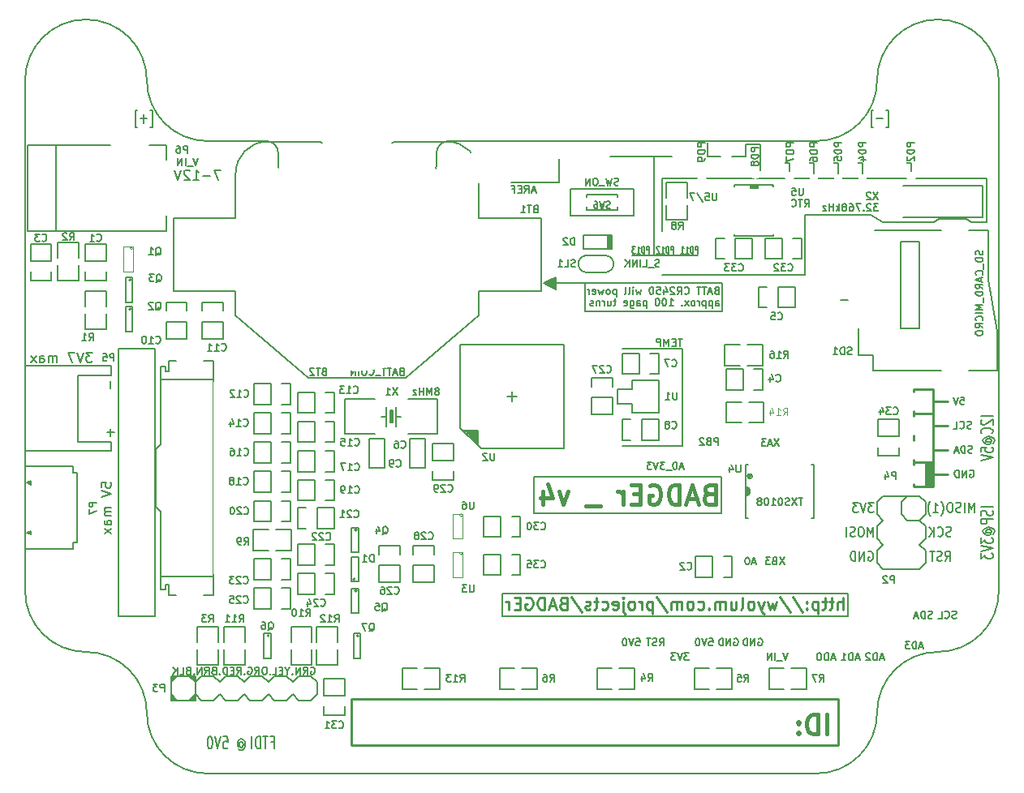
<source format=gbo>
G04 (created by PCBNEW (2013-03-15 BZR 4003)-stable) date 17-Jul-13 5:35:47 PM*
%MOIN*%
G04 Gerber Fmt 3.4, Leading zero omitted, Abs format*
%FSLAX34Y34*%
G01*
G70*
G90*
G04 APERTURE LIST*
%ADD10C,0*%
%ADD11C,0.006*%
%ADD12C,0.005*%
%ADD13C,0.01*%
%ADD14C,0.016*%
%ADD15C,0.008*%
%ADD16C,0.00590551*%
%ADD17C,0.0031*%
%ADD18C,0.004*%
%ADD19R,0.0394X0.0236*%
%ADD20R,0.0394X0.0315*%
%ADD21R,0.042X0.056*%
%ADD22R,0.056X0.042*%
%ADD23R,0.059X0.0512*%
%ADD24R,0.0512X0.059*%
%ADD25R,0.0472X0.0315*%
%ADD26C,0.04*%
%ADD27R,0.06X0.06*%
%ADD28C,0.06*%
%ADD29R,0.0787X0.0177*%
%ADD30R,0.0177X0.0787*%
%ADD31C,0.45*%
%ADD32C,0.07*%
%ADD33R,0.07X0.07*%
%ADD34R,0.054X0.016*%
%ADD35R,0.056X0.063*%
%ADD36R,0.075X0.075*%
%ADD37C,0.075*%
%ADD38R,0.08X0.024*%
%ADD39R,0.0394X0.0354*%
%ADD40R,0.0984252X0.11811*%
%ADD41R,0.3X0.1*%
%ADD42R,0.1337X0.059*%
%ADD43R,0.1377X0.0392*%
%ADD44C,0.155*%
%ADD45R,0.0944882X0.0787402*%
%ADD46R,0.0590551X0.019685*%
%ADD47O,0.1X0.18*%
%ADD48R,0.1X0.2*%
%ADD49O,0.15X0.07*%
%ADD50R,0.0165X0.0579*%
%ADD51R,0.0629921X0.0275591*%
%ADD52R,0.0629921X0.0472441*%
%ADD53R,0.0866142X0.0472441*%
%ADD54R,0.0551181X0.0629921*%
%ADD55C,0.045*%
%ADD56R,0.03X0.03*%
%ADD57R,0.0492126X0.0354331*%
%ADD58R,0.0354331X0.0492126*%
%ADD59C,0.0354331*%
%ADD60R,0.225X0.225*%
%ADD61C,0.96*%
G04 APERTURE END LIST*
G54D10*
G54D11*
X29600Y-38550D02*
X29600Y-37600D01*
X43800Y-38550D02*
X29600Y-38550D01*
X43800Y-37600D02*
X43800Y-38550D01*
X43800Y-37600D02*
X29600Y-37600D01*
X38600Y-32800D02*
X38600Y-34300D01*
X30900Y-32800D02*
X38600Y-32800D01*
X30900Y-34300D02*
X30900Y-32800D01*
X30900Y-34300D02*
X38600Y-34300D01*
G54D12*
X35850Y-19650D02*
X36575Y-19650D01*
X35025Y-19650D02*
X34025Y-19650D01*
X35850Y-23700D02*
X34925Y-23700D01*
X35850Y-23700D02*
X37650Y-23700D01*
X35850Y-23650D02*
X35850Y-23700D01*
X31950Y-20700D02*
X31950Y-19725D01*
X29975Y-20700D02*
X31950Y-20700D01*
X35850Y-19650D02*
X35025Y-19650D01*
X35850Y-21025D02*
X35850Y-19650D01*
X35850Y-23650D02*
X35850Y-21025D01*
X39600Y-19650D02*
X39025Y-19650D01*
X39600Y-19150D02*
X39600Y-19650D01*
X40200Y-19150D02*
X39600Y-19150D01*
X40200Y-19250D02*
X40200Y-19150D01*
X38025Y-19650D02*
X38575Y-19650D01*
X38025Y-19075D02*
X38025Y-19650D01*
X40200Y-19250D02*
X40200Y-20200D01*
X41400Y-19900D02*
X41400Y-20250D01*
X41200Y-19900D02*
X41400Y-19900D01*
X42400Y-19900D02*
X42400Y-20350D01*
X42200Y-19900D02*
X42400Y-19900D01*
X43400Y-19900D02*
X43400Y-20350D01*
X43200Y-19900D02*
X43400Y-19900D01*
X44400Y-19900D02*
X44400Y-20350D01*
X44200Y-19900D02*
X44400Y-19900D01*
X46400Y-19900D02*
X46400Y-20250D01*
X46200Y-19900D02*
X46400Y-19900D01*
X48257Y-38607D02*
X48214Y-38621D01*
X48142Y-38621D01*
X48114Y-38607D01*
X48099Y-38592D01*
X48085Y-38564D01*
X48085Y-38535D01*
X48099Y-38507D01*
X48114Y-38492D01*
X48142Y-38478D01*
X48199Y-38464D01*
X48228Y-38450D01*
X48242Y-38435D01*
X48257Y-38407D01*
X48257Y-38378D01*
X48242Y-38350D01*
X48228Y-38335D01*
X48199Y-38321D01*
X48128Y-38321D01*
X48085Y-38335D01*
X47785Y-38592D02*
X47800Y-38607D01*
X47842Y-38621D01*
X47871Y-38621D01*
X47914Y-38607D01*
X47942Y-38578D01*
X47957Y-38550D01*
X47971Y-38492D01*
X47971Y-38450D01*
X47957Y-38392D01*
X47942Y-38364D01*
X47914Y-38335D01*
X47871Y-38321D01*
X47842Y-38321D01*
X47800Y-38335D01*
X47785Y-38350D01*
X47514Y-38621D02*
X47657Y-38621D01*
X47657Y-38321D01*
X47264Y-38607D02*
X47221Y-38621D01*
X47149Y-38621D01*
X47121Y-38607D01*
X47107Y-38592D01*
X47092Y-38564D01*
X47092Y-38535D01*
X47107Y-38507D01*
X47121Y-38492D01*
X47149Y-38478D01*
X47207Y-38464D01*
X47235Y-38450D01*
X47249Y-38435D01*
X47264Y-38407D01*
X47264Y-38378D01*
X47249Y-38350D01*
X47235Y-38335D01*
X47207Y-38321D01*
X47135Y-38321D01*
X47092Y-38335D01*
X46964Y-38621D02*
X46964Y-38321D01*
X46892Y-38321D01*
X46850Y-38335D01*
X46821Y-38364D01*
X46807Y-38392D01*
X46792Y-38450D01*
X46792Y-38492D01*
X46807Y-38550D01*
X46821Y-38578D01*
X46850Y-38607D01*
X46892Y-38621D01*
X46964Y-38621D01*
X46678Y-38535D02*
X46535Y-38535D01*
X46707Y-38621D02*
X46607Y-38321D01*
X46507Y-38621D01*
X36064Y-39746D02*
X36164Y-39603D01*
X36235Y-39746D02*
X36235Y-39446D01*
X36121Y-39446D01*
X36092Y-39460D01*
X36078Y-39475D01*
X36064Y-39503D01*
X36064Y-39546D01*
X36078Y-39575D01*
X36092Y-39589D01*
X36121Y-39603D01*
X36235Y-39603D01*
X35949Y-39732D02*
X35907Y-39746D01*
X35835Y-39746D01*
X35807Y-39732D01*
X35792Y-39717D01*
X35778Y-39689D01*
X35778Y-39660D01*
X35792Y-39632D01*
X35807Y-39617D01*
X35835Y-39603D01*
X35892Y-39589D01*
X35921Y-39575D01*
X35935Y-39560D01*
X35949Y-39532D01*
X35949Y-39503D01*
X35935Y-39475D01*
X35921Y-39460D01*
X35892Y-39446D01*
X35821Y-39446D01*
X35778Y-39460D01*
X35692Y-39446D02*
X35521Y-39446D01*
X35607Y-39746D02*
X35607Y-39446D01*
X35099Y-39446D02*
X35242Y-39446D01*
X35257Y-39589D01*
X35242Y-39575D01*
X35214Y-39560D01*
X35142Y-39560D01*
X35114Y-39575D01*
X35099Y-39589D01*
X35085Y-39617D01*
X35085Y-39689D01*
X35099Y-39717D01*
X35114Y-39732D01*
X35142Y-39746D01*
X35214Y-39746D01*
X35242Y-39732D01*
X35257Y-39717D01*
X35000Y-39446D02*
X34900Y-39746D01*
X34800Y-39446D01*
X34642Y-39446D02*
X34614Y-39446D01*
X34585Y-39460D01*
X34571Y-39475D01*
X34557Y-39503D01*
X34542Y-39560D01*
X34542Y-39632D01*
X34557Y-39689D01*
X34571Y-39717D01*
X34585Y-39732D01*
X34614Y-39746D01*
X34642Y-39746D01*
X34671Y-39732D01*
X34685Y-39717D01*
X34699Y-39689D01*
X34714Y-39632D01*
X34714Y-39560D01*
X34699Y-39503D01*
X34685Y-39475D01*
X34671Y-39460D01*
X34642Y-39446D01*
X38099Y-39446D02*
X38242Y-39446D01*
X38257Y-39589D01*
X38242Y-39575D01*
X38214Y-39560D01*
X38142Y-39560D01*
X38114Y-39575D01*
X38099Y-39589D01*
X38085Y-39617D01*
X38085Y-39689D01*
X38099Y-39717D01*
X38114Y-39732D01*
X38142Y-39746D01*
X38214Y-39746D01*
X38242Y-39732D01*
X38257Y-39717D01*
X38000Y-39446D02*
X37900Y-39746D01*
X37800Y-39446D01*
X37642Y-39446D02*
X37614Y-39446D01*
X37585Y-39460D01*
X37571Y-39475D01*
X37557Y-39503D01*
X37542Y-39560D01*
X37542Y-39632D01*
X37557Y-39689D01*
X37571Y-39717D01*
X37585Y-39732D01*
X37614Y-39746D01*
X37642Y-39746D01*
X37671Y-39732D01*
X37685Y-39717D01*
X37699Y-39689D01*
X37714Y-39632D01*
X37714Y-39560D01*
X37699Y-39503D01*
X37685Y-39475D01*
X37671Y-39460D01*
X37642Y-39446D01*
X39128Y-39460D02*
X39157Y-39446D01*
X39200Y-39446D01*
X39242Y-39460D01*
X39271Y-39489D01*
X39285Y-39517D01*
X39300Y-39575D01*
X39300Y-39617D01*
X39285Y-39675D01*
X39271Y-39703D01*
X39242Y-39732D01*
X39200Y-39746D01*
X39171Y-39746D01*
X39128Y-39732D01*
X39114Y-39717D01*
X39114Y-39617D01*
X39171Y-39617D01*
X38985Y-39746D02*
X38985Y-39446D01*
X38814Y-39746D01*
X38814Y-39446D01*
X38671Y-39746D02*
X38671Y-39446D01*
X38600Y-39446D01*
X38557Y-39460D01*
X38528Y-39489D01*
X38514Y-39517D01*
X38500Y-39575D01*
X38500Y-39617D01*
X38514Y-39675D01*
X38528Y-39703D01*
X38557Y-39732D01*
X38600Y-39746D01*
X38671Y-39746D01*
X40128Y-39460D02*
X40157Y-39446D01*
X40200Y-39446D01*
X40242Y-39460D01*
X40271Y-39489D01*
X40285Y-39517D01*
X40300Y-39575D01*
X40300Y-39617D01*
X40285Y-39675D01*
X40271Y-39703D01*
X40242Y-39732D01*
X40200Y-39746D01*
X40171Y-39746D01*
X40128Y-39732D01*
X40114Y-39717D01*
X40114Y-39617D01*
X40171Y-39617D01*
X39985Y-39746D02*
X39985Y-39446D01*
X39814Y-39746D01*
X39814Y-39446D01*
X39671Y-39746D02*
X39671Y-39446D01*
X39600Y-39446D01*
X39557Y-39460D01*
X39528Y-39489D01*
X39514Y-39517D01*
X39500Y-39575D01*
X39500Y-39617D01*
X39514Y-39675D01*
X39528Y-39703D01*
X39557Y-39732D01*
X39600Y-39746D01*
X39671Y-39746D01*
X19900Y-19000D02*
X17500Y-19000D01*
G54D13*
X43592Y-38252D02*
X43592Y-37752D01*
X43378Y-38252D02*
X43378Y-37990D01*
X43402Y-37942D01*
X43449Y-37919D01*
X43521Y-37919D01*
X43569Y-37942D01*
X43592Y-37966D01*
X43211Y-37919D02*
X43021Y-37919D01*
X43140Y-37752D02*
X43140Y-38180D01*
X43116Y-38228D01*
X43069Y-38252D01*
X43021Y-38252D01*
X42926Y-37919D02*
X42735Y-37919D01*
X42854Y-37752D02*
X42854Y-38180D01*
X42830Y-38228D01*
X42783Y-38252D01*
X42735Y-38252D01*
X42569Y-37919D02*
X42569Y-38419D01*
X42569Y-37942D02*
X42521Y-37919D01*
X42426Y-37919D01*
X42378Y-37942D01*
X42354Y-37966D01*
X42330Y-38014D01*
X42330Y-38157D01*
X42354Y-38204D01*
X42378Y-38228D01*
X42426Y-38252D01*
X42521Y-38252D01*
X42569Y-38228D01*
X42116Y-38204D02*
X42092Y-38228D01*
X42116Y-38252D01*
X42140Y-38228D01*
X42116Y-38204D01*
X42116Y-38252D01*
X42116Y-37942D02*
X42092Y-37966D01*
X42116Y-37990D01*
X42140Y-37966D01*
X42116Y-37942D01*
X42116Y-37990D01*
X41521Y-37728D02*
X41949Y-38371D01*
X40997Y-37728D02*
X41426Y-38371D01*
X40878Y-37919D02*
X40783Y-38252D01*
X40688Y-38014D01*
X40592Y-38252D01*
X40497Y-37919D01*
X40354Y-37919D02*
X40235Y-38252D01*
X40116Y-37919D02*
X40235Y-38252D01*
X40283Y-38371D01*
X40307Y-38395D01*
X40354Y-38419D01*
X39854Y-38252D02*
X39902Y-38228D01*
X39926Y-38204D01*
X39949Y-38157D01*
X39949Y-38014D01*
X39926Y-37966D01*
X39902Y-37942D01*
X39854Y-37919D01*
X39783Y-37919D01*
X39735Y-37942D01*
X39711Y-37966D01*
X39688Y-38014D01*
X39688Y-38157D01*
X39711Y-38204D01*
X39735Y-38228D01*
X39783Y-38252D01*
X39854Y-38252D01*
X39402Y-38252D02*
X39449Y-38228D01*
X39473Y-38180D01*
X39473Y-37752D01*
X38997Y-37919D02*
X38997Y-38252D01*
X39211Y-37919D02*
X39211Y-38180D01*
X39188Y-38228D01*
X39140Y-38252D01*
X39069Y-38252D01*
X39021Y-38228D01*
X38997Y-38204D01*
X38759Y-38252D02*
X38759Y-37919D01*
X38759Y-37966D02*
X38735Y-37942D01*
X38688Y-37919D01*
X38616Y-37919D01*
X38569Y-37942D01*
X38545Y-37990D01*
X38545Y-38252D01*
X38545Y-37990D02*
X38521Y-37942D01*
X38473Y-37919D01*
X38402Y-37919D01*
X38354Y-37942D01*
X38330Y-37990D01*
X38330Y-38252D01*
X38092Y-38204D02*
X38069Y-38228D01*
X38092Y-38252D01*
X38116Y-38228D01*
X38092Y-38204D01*
X38092Y-38252D01*
X37640Y-38228D02*
X37688Y-38252D01*
X37783Y-38252D01*
X37830Y-38228D01*
X37854Y-38204D01*
X37878Y-38157D01*
X37878Y-38014D01*
X37854Y-37966D01*
X37830Y-37942D01*
X37783Y-37919D01*
X37688Y-37919D01*
X37640Y-37942D01*
X37354Y-38252D02*
X37402Y-38228D01*
X37426Y-38204D01*
X37449Y-38157D01*
X37449Y-38014D01*
X37426Y-37966D01*
X37402Y-37942D01*
X37354Y-37919D01*
X37283Y-37919D01*
X37235Y-37942D01*
X37211Y-37966D01*
X37188Y-38014D01*
X37188Y-38157D01*
X37211Y-38204D01*
X37235Y-38228D01*
X37283Y-38252D01*
X37354Y-38252D01*
X36973Y-38252D02*
X36973Y-37919D01*
X36973Y-37966D02*
X36949Y-37942D01*
X36902Y-37919D01*
X36830Y-37919D01*
X36783Y-37942D01*
X36759Y-37990D01*
X36759Y-38252D01*
X36759Y-37990D02*
X36735Y-37942D01*
X36688Y-37919D01*
X36616Y-37919D01*
X36569Y-37942D01*
X36545Y-37990D01*
X36545Y-38252D01*
X35949Y-37728D02*
X36378Y-38371D01*
X35783Y-37919D02*
X35783Y-38419D01*
X35783Y-37942D02*
X35735Y-37919D01*
X35640Y-37919D01*
X35592Y-37942D01*
X35569Y-37966D01*
X35545Y-38014D01*
X35545Y-38157D01*
X35569Y-38204D01*
X35592Y-38228D01*
X35640Y-38252D01*
X35735Y-38252D01*
X35783Y-38228D01*
X35330Y-38252D02*
X35330Y-37919D01*
X35330Y-38014D02*
X35307Y-37966D01*
X35283Y-37942D01*
X35235Y-37919D01*
X35188Y-37919D01*
X34949Y-38252D02*
X34997Y-38228D01*
X35021Y-38204D01*
X35045Y-38157D01*
X35045Y-38014D01*
X35021Y-37966D01*
X34997Y-37942D01*
X34949Y-37919D01*
X34878Y-37919D01*
X34830Y-37942D01*
X34807Y-37966D01*
X34783Y-38014D01*
X34783Y-38157D01*
X34807Y-38204D01*
X34830Y-38228D01*
X34878Y-38252D01*
X34949Y-38252D01*
X34569Y-37919D02*
X34569Y-38347D01*
X34592Y-38395D01*
X34640Y-38419D01*
X34664Y-38419D01*
X34569Y-37752D02*
X34592Y-37776D01*
X34569Y-37800D01*
X34545Y-37776D01*
X34569Y-37752D01*
X34569Y-37800D01*
X34140Y-38228D02*
X34188Y-38252D01*
X34283Y-38252D01*
X34330Y-38228D01*
X34354Y-38180D01*
X34354Y-37990D01*
X34330Y-37942D01*
X34283Y-37919D01*
X34188Y-37919D01*
X34140Y-37942D01*
X34116Y-37990D01*
X34116Y-38038D01*
X34354Y-38085D01*
X33688Y-38228D02*
X33735Y-38252D01*
X33830Y-38252D01*
X33878Y-38228D01*
X33902Y-38204D01*
X33926Y-38157D01*
X33926Y-38014D01*
X33902Y-37966D01*
X33878Y-37942D01*
X33830Y-37919D01*
X33735Y-37919D01*
X33688Y-37942D01*
X33545Y-37919D02*
X33354Y-37919D01*
X33473Y-37752D02*
X33473Y-38180D01*
X33450Y-38228D01*
X33402Y-38252D01*
X33354Y-38252D01*
X33211Y-38228D02*
X33164Y-38252D01*
X33069Y-38252D01*
X33021Y-38228D01*
X32997Y-38180D01*
X32997Y-38157D01*
X33021Y-38109D01*
X33069Y-38085D01*
X33140Y-38085D01*
X33188Y-38061D01*
X33211Y-38014D01*
X33211Y-37990D01*
X33188Y-37942D01*
X33140Y-37919D01*
X33069Y-37919D01*
X33021Y-37942D01*
X32426Y-37728D02*
X32854Y-38371D01*
X32092Y-37990D02*
X32021Y-38014D01*
X31997Y-38038D01*
X31973Y-38085D01*
X31973Y-38157D01*
X31997Y-38204D01*
X32021Y-38228D01*
X32069Y-38252D01*
X32259Y-38252D01*
X32259Y-37752D01*
X32092Y-37752D01*
X32045Y-37776D01*
X32021Y-37800D01*
X31997Y-37847D01*
X31997Y-37895D01*
X32021Y-37942D01*
X32045Y-37966D01*
X32092Y-37990D01*
X32259Y-37990D01*
X31783Y-38109D02*
X31545Y-38109D01*
X31830Y-38252D02*
X31664Y-37752D01*
X31497Y-38252D01*
X31330Y-38252D02*
X31330Y-37752D01*
X31211Y-37752D01*
X31140Y-37776D01*
X31092Y-37823D01*
X31069Y-37871D01*
X31045Y-37966D01*
X31045Y-38038D01*
X31069Y-38133D01*
X31092Y-38180D01*
X31140Y-38228D01*
X31211Y-38252D01*
X31330Y-38252D01*
X30569Y-37776D02*
X30616Y-37752D01*
X30688Y-37752D01*
X30759Y-37776D01*
X30807Y-37823D01*
X30830Y-37871D01*
X30854Y-37966D01*
X30854Y-38038D01*
X30830Y-38133D01*
X30807Y-38180D01*
X30759Y-38228D01*
X30688Y-38252D01*
X30640Y-38252D01*
X30569Y-38228D01*
X30545Y-38204D01*
X30545Y-38038D01*
X30640Y-38038D01*
X30330Y-37990D02*
X30164Y-37990D01*
X30092Y-38252D02*
X30330Y-38252D01*
X30330Y-37752D01*
X30092Y-37752D01*
X29878Y-38252D02*
X29878Y-37919D01*
X29878Y-38014D02*
X29854Y-37966D01*
X29830Y-37942D01*
X29783Y-37919D01*
X29735Y-37919D01*
G54D12*
X36180Y-20520D02*
X36180Y-22710D01*
X30960Y-21035D02*
X30817Y-21035D01*
X30989Y-21121D02*
X30889Y-20821D01*
X30789Y-21121D01*
X30517Y-21121D02*
X30617Y-20978D01*
X30689Y-21121D02*
X30689Y-20821D01*
X30575Y-20821D01*
X30546Y-20835D01*
X30532Y-20850D01*
X30517Y-20878D01*
X30517Y-20921D01*
X30532Y-20950D01*
X30546Y-20964D01*
X30575Y-20978D01*
X30689Y-20978D01*
X30389Y-20964D02*
X30289Y-20964D01*
X30246Y-21121D02*
X30389Y-21121D01*
X30389Y-20821D01*
X30246Y-20821D01*
X30017Y-20964D02*
X30117Y-20964D01*
X30117Y-21121D02*
X30117Y-20821D01*
X29974Y-20821D01*
X37271Y-40046D02*
X37085Y-40046D01*
X37185Y-40160D01*
X37142Y-40160D01*
X37114Y-40175D01*
X37099Y-40189D01*
X37085Y-40217D01*
X37085Y-40289D01*
X37099Y-40317D01*
X37114Y-40332D01*
X37142Y-40346D01*
X37228Y-40346D01*
X37257Y-40332D01*
X37271Y-40317D01*
X37000Y-40046D02*
X36900Y-40346D01*
X36800Y-40046D01*
X36728Y-40046D02*
X36542Y-40046D01*
X36642Y-40160D01*
X36599Y-40160D01*
X36571Y-40175D01*
X36557Y-40189D01*
X36542Y-40217D01*
X36542Y-40289D01*
X36557Y-40317D01*
X36571Y-40332D01*
X36599Y-40346D01*
X36685Y-40346D01*
X36714Y-40332D01*
X36728Y-40317D01*
X41342Y-40046D02*
X41242Y-40346D01*
X41142Y-40046D01*
X41114Y-40375D02*
X40885Y-40375D01*
X40814Y-40346D02*
X40814Y-40046D01*
X40671Y-40346D02*
X40671Y-40046D01*
X40500Y-40346D01*
X40500Y-40046D01*
X31800Y-24650D02*
X31700Y-24650D01*
X31800Y-24700D02*
X31600Y-24700D01*
X31800Y-24750D02*
X31500Y-24750D01*
X31800Y-24800D02*
X31400Y-24800D01*
X31800Y-25050D02*
X31700Y-25050D01*
X31800Y-25000D02*
X31600Y-25000D01*
X31800Y-24950D02*
X31500Y-24950D01*
X31800Y-24900D02*
X31400Y-24900D01*
X31800Y-25100D02*
X31300Y-24850D01*
X31800Y-24600D02*
X31800Y-25100D01*
X31300Y-24850D02*
X31800Y-24600D01*
X33000Y-24850D02*
X31300Y-24850D01*
X38650Y-26000D02*
X38650Y-24850D01*
X33000Y-26000D02*
X38650Y-26000D01*
X33000Y-24850D02*
X33000Y-26000D01*
X38650Y-24850D02*
X33000Y-24850D01*
X38403Y-25139D02*
X38360Y-25153D01*
X38346Y-25167D01*
X38332Y-25196D01*
X38332Y-25239D01*
X38346Y-25267D01*
X38360Y-25282D01*
X38389Y-25296D01*
X38503Y-25296D01*
X38503Y-24996D01*
X38403Y-24996D01*
X38375Y-25010D01*
X38360Y-25025D01*
X38346Y-25053D01*
X38346Y-25082D01*
X38360Y-25110D01*
X38375Y-25125D01*
X38403Y-25139D01*
X38503Y-25139D01*
X38217Y-25210D02*
X38075Y-25210D01*
X38246Y-25296D02*
X38146Y-24996D01*
X38046Y-25296D01*
X37989Y-24996D02*
X37817Y-24996D01*
X37903Y-25296D02*
X37903Y-24996D01*
X37760Y-24996D02*
X37589Y-24996D01*
X37675Y-25296D02*
X37675Y-24996D01*
X37089Y-25267D02*
X37103Y-25282D01*
X37146Y-25296D01*
X37175Y-25296D01*
X37217Y-25282D01*
X37246Y-25253D01*
X37260Y-25225D01*
X37275Y-25167D01*
X37275Y-25125D01*
X37260Y-25067D01*
X37246Y-25039D01*
X37217Y-25010D01*
X37175Y-24996D01*
X37146Y-24996D01*
X37103Y-25010D01*
X37089Y-25025D01*
X36789Y-25296D02*
X36889Y-25153D01*
X36960Y-25296D02*
X36960Y-24996D01*
X36846Y-24996D01*
X36817Y-25010D01*
X36803Y-25025D01*
X36789Y-25053D01*
X36789Y-25096D01*
X36803Y-25125D01*
X36817Y-25139D01*
X36846Y-25153D01*
X36960Y-25153D01*
X36675Y-25025D02*
X36660Y-25010D01*
X36632Y-24996D01*
X36560Y-24996D01*
X36532Y-25010D01*
X36517Y-25025D01*
X36503Y-25053D01*
X36503Y-25082D01*
X36517Y-25125D01*
X36689Y-25296D01*
X36503Y-25296D01*
X36246Y-25096D02*
X36246Y-25296D01*
X36317Y-24982D02*
X36389Y-25196D01*
X36203Y-25196D01*
X35946Y-24996D02*
X36089Y-24996D01*
X36103Y-25139D01*
X36089Y-25125D01*
X36060Y-25110D01*
X35989Y-25110D01*
X35960Y-25125D01*
X35946Y-25139D01*
X35932Y-25167D01*
X35932Y-25239D01*
X35946Y-25267D01*
X35960Y-25282D01*
X35989Y-25296D01*
X36060Y-25296D01*
X36089Y-25282D01*
X36103Y-25267D01*
X35746Y-24996D02*
X35717Y-24996D01*
X35689Y-25010D01*
X35675Y-25025D01*
X35660Y-25053D01*
X35646Y-25110D01*
X35646Y-25182D01*
X35660Y-25239D01*
X35675Y-25267D01*
X35689Y-25282D01*
X35717Y-25296D01*
X35746Y-25296D01*
X35775Y-25282D01*
X35789Y-25267D01*
X35803Y-25239D01*
X35817Y-25182D01*
X35817Y-25110D01*
X35803Y-25053D01*
X35789Y-25025D01*
X35775Y-25010D01*
X35746Y-24996D01*
X35317Y-25096D02*
X35260Y-25296D01*
X35203Y-25153D01*
X35146Y-25296D01*
X35089Y-25096D01*
X34975Y-25296D02*
X34975Y-25096D01*
X34975Y-24996D02*
X34989Y-25010D01*
X34975Y-25025D01*
X34960Y-25010D01*
X34975Y-24996D01*
X34975Y-25025D01*
X34789Y-25296D02*
X34817Y-25282D01*
X34832Y-25253D01*
X34832Y-24996D01*
X34632Y-25296D02*
X34660Y-25282D01*
X34675Y-25253D01*
X34675Y-24996D01*
X34289Y-25096D02*
X34289Y-25396D01*
X34289Y-25110D02*
X34260Y-25096D01*
X34203Y-25096D01*
X34175Y-25110D01*
X34160Y-25125D01*
X34146Y-25153D01*
X34146Y-25239D01*
X34160Y-25267D01*
X34175Y-25282D01*
X34203Y-25296D01*
X34260Y-25296D01*
X34289Y-25282D01*
X33975Y-25296D02*
X34003Y-25282D01*
X34017Y-25267D01*
X34032Y-25239D01*
X34032Y-25153D01*
X34017Y-25125D01*
X34003Y-25110D01*
X33975Y-25096D01*
X33932Y-25096D01*
X33903Y-25110D01*
X33889Y-25125D01*
X33875Y-25153D01*
X33875Y-25239D01*
X33889Y-25267D01*
X33903Y-25282D01*
X33932Y-25296D01*
X33975Y-25296D01*
X33775Y-25096D02*
X33717Y-25296D01*
X33660Y-25153D01*
X33603Y-25296D01*
X33546Y-25096D01*
X33317Y-25282D02*
X33346Y-25296D01*
X33403Y-25296D01*
X33432Y-25282D01*
X33446Y-25253D01*
X33446Y-25139D01*
X33432Y-25110D01*
X33403Y-25096D01*
X33346Y-25096D01*
X33317Y-25110D01*
X33303Y-25139D01*
X33303Y-25167D01*
X33446Y-25196D01*
X33175Y-25296D02*
X33175Y-25096D01*
X33175Y-25153D02*
X33160Y-25125D01*
X33146Y-25110D01*
X33117Y-25096D01*
X33089Y-25096D01*
X38375Y-25766D02*
X38375Y-25609D01*
X38389Y-25580D01*
X38417Y-25566D01*
X38475Y-25566D01*
X38503Y-25580D01*
X38375Y-25752D02*
X38403Y-25766D01*
X38475Y-25766D01*
X38503Y-25752D01*
X38517Y-25723D01*
X38517Y-25695D01*
X38503Y-25666D01*
X38475Y-25652D01*
X38403Y-25652D01*
X38375Y-25637D01*
X38232Y-25566D02*
X38232Y-25866D01*
X38232Y-25580D02*
X38203Y-25566D01*
X38146Y-25566D01*
X38117Y-25580D01*
X38103Y-25595D01*
X38089Y-25623D01*
X38089Y-25709D01*
X38103Y-25737D01*
X38117Y-25752D01*
X38146Y-25766D01*
X38203Y-25766D01*
X38232Y-25752D01*
X37960Y-25566D02*
X37960Y-25866D01*
X37960Y-25580D02*
X37932Y-25566D01*
X37874Y-25566D01*
X37846Y-25580D01*
X37832Y-25595D01*
X37817Y-25623D01*
X37817Y-25709D01*
X37832Y-25737D01*
X37846Y-25752D01*
X37874Y-25766D01*
X37932Y-25766D01*
X37960Y-25752D01*
X37689Y-25766D02*
X37689Y-25566D01*
X37689Y-25623D02*
X37674Y-25595D01*
X37660Y-25580D01*
X37632Y-25566D01*
X37603Y-25566D01*
X37460Y-25766D02*
X37489Y-25752D01*
X37503Y-25737D01*
X37517Y-25709D01*
X37517Y-25623D01*
X37503Y-25595D01*
X37489Y-25580D01*
X37460Y-25566D01*
X37417Y-25566D01*
X37389Y-25580D01*
X37374Y-25595D01*
X37360Y-25623D01*
X37360Y-25709D01*
X37374Y-25737D01*
X37389Y-25752D01*
X37417Y-25766D01*
X37460Y-25766D01*
X37260Y-25766D02*
X37103Y-25566D01*
X37260Y-25566D02*
X37103Y-25766D01*
X36989Y-25737D02*
X36974Y-25752D01*
X36989Y-25766D01*
X37003Y-25752D01*
X36989Y-25737D01*
X36989Y-25766D01*
X36460Y-25766D02*
X36632Y-25766D01*
X36546Y-25766D02*
X36546Y-25466D01*
X36574Y-25509D01*
X36603Y-25537D01*
X36632Y-25552D01*
X36275Y-25466D02*
X36246Y-25466D01*
X36217Y-25480D01*
X36203Y-25495D01*
X36189Y-25523D01*
X36175Y-25580D01*
X36175Y-25652D01*
X36189Y-25709D01*
X36203Y-25737D01*
X36217Y-25752D01*
X36246Y-25766D01*
X36275Y-25766D01*
X36303Y-25752D01*
X36317Y-25737D01*
X36332Y-25709D01*
X36346Y-25652D01*
X36346Y-25580D01*
X36332Y-25523D01*
X36317Y-25495D01*
X36303Y-25480D01*
X36275Y-25466D01*
X35989Y-25466D02*
X35960Y-25466D01*
X35932Y-25480D01*
X35917Y-25495D01*
X35903Y-25523D01*
X35889Y-25580D01*
X35889Y-25652D01*
X35903Y-25709D01*
X35917Y-25737D01*
X35932Y-25752D01*
X35960Y-25766D01*
X35989Y-25766D01*
X36017Y-25752D01*
X36032Y-25737D01*
X36046Y-25709D01*
X36060Y-25652D01*
X36060Y-25580D01*
X36046Y-25523D01*
X36032Y-25495D01*
X36017Y-25480D01*
X35989Y-25466D01*
X35532Y-25566D02*
X35532Y-25866D01*
X35532Y-25580D02*
X35503Y-25566D01*
X35446Y-25566D01*
X35417Y-25580D01*
X35403Y-25595D01*
X35389Y-25623D01*
X35389Y-25709D01*
X35403Y-25737D01*
X35417Y-25752D01*
X35446Y-25766D01*
X35503Y-25766D01*
X35532Y-25752D01*
X35132Y-25766D02*
X35132Y-25609D01*
X35146Y-25580D01*
X35175Y-25566D01*
X35232Y-25566D01*
X35260Y-25580D01*
X35132Y-25752D02*
X35160Y-25766D01*
X35232Y-25766D01*
X35260Y-25752D01*
X35275Y-25723D01*
X35275Y-25695D01*
X35260Y-25666D01*
X35232Y-25652D01*
X35160Y-25652D01*
X35132Y-25637D01*
X34860Y-25566D02*
X34860Y-25809D01*
X34875Y-25837D01*
X34889Y-25852D01*
X34917Y-25866D01*
X34960Y-25866D01*
X34989Y-25852D01*
X34860Y-25752D02*
X34889Y-25766D01*
X34946Y-25766D01*
X34975Y-25752D01*
X34989Y-25737D01*
X35003Y-25709D01*
X35003Y-25623D01*
X34989Y-25595D01*
X34975Y-25580D01*
X34946Y-25566D01*
X34889Y-25566D01*
X34860Y-25580D01*
X34603Y-25752D02*
X34632Y-25766D01*
X34689Y-25766D01*
X34717Y-25752D01*
X34732Y-25723D01*
X34732Y-25609D01*
X34717Y-25580D01*
X34689Y-25566D01*
X34632Y-25566D01*
X34603Y-25580D01*
X34589Y-25609D01*
X34589Y-25637D01*
X34732Y-25666D01*
X34275Y-25566D02*
X34160Y-25566D01*
X34232Y-25466D02*
X34232Y-25723D01*
X34217Y-25752D01*
X34189Y-25766D01*
X34160Y-25766D01*
X33932Y-25566D02*
X33932Y-25766D01*
X34060Y-25566D02*
X34060Y-25723D01*
X34046Y-25752D01*
X34017Y-25766D01*
X33974Y-25766D01*
X33946Y-25752D01*
X33932Y-25737D01*
X33789Y-25766D02*
X33789Y-25566D01*
X33789Y-25623D02*
X33774Y-25595D01*
X33760Y-25580D01*
X33732Y-25566D01*
X33703Y-25566D01*
X33603Y-25566D02*
X33603Y-25766D01*
X33603Y-25595D02*
X33589Y-25580D01*
X33560Y-25566D01*
X33517Y-25566D01*
X33489Y-25580D01*
X33474Y-25609D01*
X33474Y-25766D01*
X33346Y-25752D02*
X33317Y-25766D01*
X33260Y-25766D01*
X33232Y-25752D01*
X33217Y-25723D01*
X33217Y-25709D01*
X33232Y-25680D01*
X33260Y-25666D01*
X33303Y-25666D01*
X33332Y-25652D01*
X33346Y-25623D01*
X33346Y-25609D01*
X33332Y-25580D01*
X33303Y-25566D01*
X33260Y-25566D01*
X33232Y-25580D01*
G54D13*
X43400Y-41950D02*
X43400Y-43850D01*
X23400Y-41950D02*
X43400Y-41950D01*
X23400Y-43850D02*
X23400Y-41950D01*
X43400Y-43850D02*
X23400Y-43850D01*
G54D14*
X38095Y-33504D02*
X37980Y-33542D01*
X37942Y-33580D01*
X37904Y-33657D01*
X37904Y-33771D01*
X37942Y-33847D01*
X37980Y-33885D01*
X38057Y-33923D01*
X38361Y-33923D01*
X38361Y-33123D01*
X38095Y-33123D01*
X38019Y-33161D01*
X37980Y-33200D01*
X37942Y-33276D01*
X37942Y-33352D01*
X37980Y-33428D01*
X38019Y-33466D01*
X38095Y-33504D01*
X38361Y-33504D01*
X37599Y-33695D02*
X37219Y-33695D01*
X37676Y-33923D02*
X37409Y-33123D01*
X37142Y-33923D01*
X36876Y-33923D02*
X36876Y-33123D01*
X36685Y-33123D01*
X36571Y-33161D01*
X36495Y-33238D01*
X36457Y-33314D01*
X36419Y-33466D01*
X36419Y-33580D01*
X36457Y-33733D01*
X36495Y-33809D01*
X36571Y-33885D01*
X36685Y-33923D01*
X36876Y-33923D01*
X35657Y-33161D02*
X35733Y-33123D01*
X35847Y-33123D01*
X35961Y-33161D01*
X36038Y-33238D01*
X36076Y-33314D01*
X36114Y-33466D01*
X36114Y-33580D01*
X36076Y-33733D01*
X36038Y-33809D01*
X35961Y-33885D01*
X35847Y-33923D01*
X35771Y-33923D01*
X35657Y-33885D01*
X35619Y-33847D01*
X35619Y-33580D01*
X35771Y-33580D01*
X35276Y-33504D02*
X35009Y-33504D01*
X34895Y-33923D02*
X35276Y-33923D01*
X35276Y-33123D01*
X34895Y-33123D01*
X34552Y-33923D02*
X34552Y-33390D01*
X34552Y-33542D02*
X34514Y-33466D01*
X34476Y-33428D01*
X34399Y-33390D01*
X34323Y-33390D01*
X33638Y-34000D02*
X33028Y-34000D01*
X32304Y-33390D02*
X32114Y-33923D01*
X31923Y-33390D01*
X31276Y-33390D02*
X31276Y-33923D01*
X31466Y-33085D02*
X31657Y-33657D01*
X31161Y-33657D01*
G54D12*
X20400Y-19500D02*
G75*
G03X19900Y-19000I-500J0D01*
G74*
G01*
X27400Y-19000D02*
G75*
G03X26900Y-19500I0J-500D01*
G74*
G01*
X26400Y-20500D02*
G75*
G03X26900Y-20000I0J500D01*
G74*
G01*
X20400Y-20000D02*
G75*
G03X20900Y-20500I500J0D01*
G74*
G01*
X26900Y-19500D02*
X26900Y-20000D01*
X20400Y-19500D02*
X20400Y-20000D01*
X20900Y-20500D02*
X26400Y-20500D01*
X48875Y-22350D02*
X49500Y-22350D01*
X48675Y-22200D02*
X48875Y-22350D01*
X47525Y-22200D02*
X48675Y-22200D01*
X47350Y-22350D02*
X47525Y-22200D01*
X45225Y-22350D02*
X44725Y-22050D01*
X47350Y-22350D02*
X45225Y-22350D01*
X42021Y-21696D02*
X42121Y-21553D01*
X42192Y-21696D02*
X42192Y-21396D01*
X42078Y-21396D01*
X42049Y-21410D01*
X42035Y-21425D01*
X42021Y-21453D01*
X42021Y-21496D01*
X42035Y-21525D01*
X42049Y-21539D01*
X42078Y-21553D01*
X42192Y-21553D01*
X41935Y-21396D02*
X41764Y-21396D01*
X41849Y-21696D02*
X41849Y-21396D01*
X41492Y-21667D02*
X41507Y-21682D01*
X41550Y-21696D01*
X41578Y-21696D01*
X41621Y-21682D01*
X41650Y-21653D01*
X41664Y-21625D01*
X41678Y-21567D01*
X41678Y-21525D01*
X41664Y-21467D01*
X41650Y-21439D01*
X41621Y-21410D01*
X41578Y-21396D01*
X41550Y-21396D01*
X41507Y-21410D01*
X41492Y-21425D01*
X36992Y-27121D02*
X36821Y-27121D01*
X36907Y-27421D02*
X36907Y-27121D01*
X36721Y-27264D02*
X36621Y-27264D01*
X36578Y-27421D02*
X36721Y-27421D01*
X36721Y-27121D01*
X36578Y-27121D01*
X36449Y-27421D02*
X36449Y-27121D01*
X36349Y-27335D01*
X36249Y-27121D01*
X36249Y-27421D01*
X36107Y-27421D02*
X36107Y-27121D01*
X35992Y-27121D01*
X35964Y-27135D01*
X35950Y-27150D01*
X35935Y-27178D01*
X35935Y-27221D01*
X35950Y-27250D01*
X35964Y-27264D01*
X35992Y-27278D01*
X36107Y-27278D01*
X37000Y-27540D02*
X34520Y-27540D01*
X37000Y-31520D02*
X37000Y-27540D01*
X34530Y-31520D02*
X37000Y-31520D01*
X42040Y-22050D02*
X44720Y-22050D01*
X42040Y-24500D02*
X42040Y-22050D01*
X36180Y-24500D02*
X42040Y-24500D01*
X49500Y-20520D02*
X36180Y-20520D01*
X49500Y-22350D02*
X49500Y-20520D01*
G54D15*
X45376Y-18439D02*
X45460Y-18439D01*
X45460Y-17724D01*
X45376Y-17724D01*
X45243Y-18081D02*
X44976Y-18081D01*
X44843Y-18439D02*
X44759Y-18439D01*
X44759Y-17724D01*
X44843Y-17724D01*
X15136Y-18439D02*
X15220Y-18439D01*
X15220Y-17724D01*
X15136Y-17724D01*
X15003Y-18081D02*
X14736Y-18081D01*
X14870Y-18272D02*
X14870Y-17891D01*
X14603Y-18439D02*
X14519Y-18439D01*
X14519Y-17724D01*
X14603Y-17724D01*
G54D11*
X18816Y-43739D02*
X18833Y-43715D01*
X18866Y-43691D01*
X18900Y-43691D01*
X18933Y-43715D01*
X18950Y-43739D01*
X18966Y-43786D01*
X18966Y-43834D01*
X18950Y-43882D01*
X18933Y-43905D01*
X18900Y-43929D01*
X18866Y-43929D01*
X18833Y-43905D01*
X18816Y-43882D01*
X18816Y-43691D02*
X18816Y-43882D01*
X18800Y-43905D01*
X18783Y-43905D01*
X18750Y-43882D01*
X18733Y-43834D01*
X18733Y-43715D01*
X18766Y-43644D01*
X18816Y-43596D01*
X18883Y-43572D01*
X18950Y-43596D01*
X19000Y-43644D01*
X19033Y-43715D01*
X19050Y-43810D01*
X19033Y-43905D01*
X19000Y-43977D01*
X18950Y-44025D01*
X18883Y-44048D01*
X18816Y-44025D01*
X18766Y-43977D01*
X18150Y-43477D02*
X18316Y-43477D01*
X18333Y-43715D01*
X18316Y-43691D01*
X18283Y-43667D01*
X18200Y-43667D01*
X18166Y-43691D01*
X18150Y-43715D01*
X18133Y-43763D01*
X18133Y-43882D01*
X18150Y-43929D01*
X18166Y-43953D01*
X18200Y-43977D01*
X18283Y-43977D01*
X18316Y-43953D01*
X18333Y-43929D01*
X18033Y-43477D02*
X17916Y-43977D01*
X17800Y-43477D01*
X17616Y-43477D02*
X17583Y-43477D01*
X17550Y-43501D01*
X17533Y-43525D01*
X17516Y-43572D01*
X17500Y-43667D01*
X17500Y-43786D01*
X17516Y-43882D01*
X17533Y-43929D01*
X17550Y-43953D01*
X17583Y-43977D01*
X17616Y-43977D01*
X17650Y-43953D01*
X17666Y-43929D01*
X17683Y-43882D01*
X17700Y-43786D01*
X17700Y-43667D01*
X17683Y-43572D01*
X17666Y-43525D01*
X17650Y-43501D01*
X17616Y-43477D01*
G54D14*
X42940Y-43373D02*
X42940Y-42573D01*
X42559Y-43373D02*
X42559Y-42573D01*
X42369Y-42573D01*
X42254Y-42611D01*
X42178Y-42688D01*
X42140Y-42764D01*
X42102Y-42916D01*
X42102Y-43030D01*
X42140Y-43183D01*
X42178Y-43259D01*
X42254Y-43335D01*
X42369Y-43373D01*
X42559Y-43373D01*
X41759Y-43297D02*
X41721Y-43335D01*
X41759Y-43373D01*
X41797Y-43335D01*
X41759Y-43297D01*
X41759Y-43373D01*
X41759Y-42878D02*
X41721Y-42916D01*
X41759Y-42954D01*
X41797Y-42916D01*
X41759Y-42878D01*
X41759Y-42954D01*
G54D11*
X18033Y-20186D02*
X17766Y-20186D01*
X17938Y-20586D01*
X17614Y-20434D02*
X17309Y-20434D01*
X16909Y-20586D02*
X17138Y-20586D01*
X17023Y-20586D02*
X17023Y-20186D01*
X17061Y-20244D01*
X17099Y-20282D01*
X17138Y-20301D01*
X16757Y-20225D02*
X16738Y-20205D01*
X16699Y-20186D01*
X16604Y-20186D01*
X16566Y-20205D01*
X16547Y-20225D01*
X16528Y-20263D01*
X16528Y-20301D01*
X16547Y-20358D01*
X16776Y-20586D01*
X16528Y-20586D01*
X16414Y-20186D02*
X16280Y-20586D01*
X16147Y-20186D01*
X13136Y-33236D02*
X13136Y-33046D01*
X13327Y-33027D01*
X13308Y-33046D01*
X13289Y-33084D01*
X13289Y-33179D01*
X13308Y-33217D01*
X13327Y-33236D01*
X13365Y-33255D01*
X13460Y-33255D01*
X13498Y-33236D01*
X13517Y-33217D01*
X13536Y-33179D01*
X13536Y-33084D01*
X13517Y-33046D01*
X13498Y-33027D01*
X13136Y-33370D02*
X13536Y-33503D01*
X13136Y-33636D01*
X13536Y-34075D02*
X13270Y-34075D01*
X13308Y-34075D02*
X13289Y-34094D01*
X13270Y-34132D01*
X13270Y-34189D01*
X13289Y-34227D01*
X13327Y-34246D01*
X13536Y-34246D01*
X13327Y-34246D02*
X13289Y-34265D01*
X13270Y-34303D01*
X13270Y-34360D01*
X13289Y-34398D01*
X13327Y-34417D01*
X13536Y-34417D01*
X13536Y-34779D02*
X13327Y-34779D01*
X13289Y-34760D01*
X13270Y-34722D01*
X13270Y-34646D01*
X13289Y-34608D01*
X13517Y-34779D02*
X13536Y-34741D01*
X13536Y-34646D01*
X13517Y-34608D01*
X13479Y-34589D01*
X13441Y-34589D01*
X13403Y-34608D01*
X13384Y-34646D01*
X13384Y-34741D01*
X13365Y-34779D01*
X13536Y-34932D02*
X13270Y-35141D01*
X13270Y-34932D02*
X13536Y-35141D01*
X12757Y-27686D02*
X12509Y-27686D01*
X12642Y-27839D01*
X12585Y-27839D01*
X12547Y-27858D01*
X12528Y-27877D01*
X12509Y-27915D01*
X12509Y-28010D01*
X12528Y-28048D01*
X12547Y-28067D01*
X12585Y-28086D01*
X12699Y-28086D01*
X12738Y-28067D01*
X12757Y-28048D01*
X12395Y-27686D02*
X12261Y-28086D01*
X12128Y-27686D01*
X12033Y-27686D02*
X11766Y-27686D01*
X11938Y-28086D01*
X11309Y-28086D02*
X11309Y-27820D01*
X11309Y-27858D02*
X11290Y-27839D01*
X11252Y-27820D01*
X11195Y-27820D01*
X11157Y-27839D01*
X11138Y-27877D01*
X11138Y-28086D01*
X11138Y-27877D02*
X11119Y-27839D01*
X11080Y-27820D01*
X11023Y-27820D01*
X10985Y-27839D01*
X10966Y-27877D01*
X10966Y-28086D01*
X10604Y-28086D02*
X10604Y-27877D01*
X10623Y-27839D01*
X10661Y-27820D01*
X10738Y-27820D01*
X10776Y-27839D01*
X10604Y-28067D02*
X10642Y-28086D01*
X10738Y-28086D01*
X10776Y-28067D01*
X10795Y-28029D01*
X10795Y-27991D01*
X10776Y-27953D01*
X10738Y-27934D01*
X10642Y-27934D01*
X10604Y-27915D01*
X10452Y-28086D02*
X10242Y-27820D01*
X10452Y-27820D02*
X10242Y-28086D01*
X49752Y-30316D02*
X49252Y-30316D01*
X49300Y-30466D02*
X49276Y-30483D01*
X49252Y-30516D01*
X49252Y-30600D01*
X49276Y-30633D01*
X49300Y-30650D01*
X49347Y-30666D01*
X49395Y-30666D01*
X49466Y-30650D01*
X49752Y-30450D01*
X49752Y-30666D01*
X49704Y-31016D02*
X49728Y-31000D01*
X49752Y-30950D01*
X49752Y-30916D01*
X49728Y-30866D01*
X49680Y-30833D01*
X49633Y-30816D01*
X49538Y-30800D01*
X49466Y-30800D01*
X49371Y-30816D01*
X49323Y-30833D01*
X49276Y-30866D01*
X49252Y-30916D01*
X49252Y-30950D01*
X49276Y-31000D01*
X49300Y-31016D01*
X49514Y-31383D02*
X49490Y-31366D01*
X49466Y-31333D01*
X49466Y-31300D01*
X49490Y-31266D01*
X49514Y-31250D01*
X49561Y-31233D01*
X49609Y-31233D01*
X49657Y-31250D01*
X49680Y-31266D01*
X49704Y-31300D01*
X49704Y-31333D01*
X49680Y-31366D01*
X49657Y-31383D01*
X49466Y-31383D02*
X49657Y-31383D01*
X49680Y-31400D01*
X49680Y-31416D01*
X49657Y-31450D01*
X49609Y-31466D01*
X49490Y-31466D01*
X49419Y-31433D01*
X49371Y-31383D01*
X49347Y-31316D01*
X49371Y-31250D01*
X49419Y-31200D01*
X49490Y-31166D01*
X49585Y-31150D01*
X49680Y-31166D01*
X49752Y-31200D01*
X49800Y-31250D01*
X49823Y-31316D01*
X49800Y-31383D01*
X49752Y-31433D01*
X49252Y-31783D02*
X49252Y-31616D01*
X49490Y-31600D01*
X49466Y-31616D01*
X49442Y-31650D01*
X49442Y-31733D01*
X49466Y-31766D01*
X49490Y-31783D01*
X49538Y-31800D01*
X49657Y-31800D01*
X49704Y-31783D01*
X49728Y-31766D01*
X49752Y-31733D01*
X49752Y-31650D01*
X49728Y-31616D01*
X49704Y-31600D01*
X49252Y-31900D02*
X49752Y-32016D01*
X49252Y-32133D01*
X49752Y-34050D02*
X49252Y-34050D01*
X49728Y-34199D02*
X49752Y-34249D01*
X49752Y-34333D01*
X49728Y-34366D01*
X49704Y-34383D01*
X49657Y-34399D01*
X49609Y-34399D01*
X49561Y-34383D01*
X49538Y-34366D01*
X49514Y-34333D01*
X49490Y-34266D01*
X49466Y-34233D01*
X49442Y-34216D01*
X49395Y-34199D01*
X49347Y-34199D01*
X49300Y-34216D01*
X49276Y-34233D01*
X49252Y-34266D01*
X49252Y-34349D01*
X49276Y-34399D01*
X49752Y-34550D02*
X49252Y-34550D01*
X49252Y-34683D01*
X49276Y-34716D01*
X49300Y-34733D01*
X49347Y-34750D01*
X49419Y-34750D01*
X49466Y-34733D01*
X49490Y-34716D01*
X49514Y-34683D01*
X49514Y-34550D01*
X49514Y-35116D02*
X49490Y-35100D01*
X49466Y-35066D01*
X49466Y-35033D01*
X49490Y-35000D01*
X49514Y-34983D01*
X49561Y-34966D01*
X49609Y-34966D01*
X49657Y-34983D01*
X49680Y-35000D01*
X49704Y-35033D01*
X49704Y-35066D01*
X49680Y-35100D01*
X49657Y-35116D01*
X49466Y-35116D02*
X49657Y-35116D01*
X49680Y-35133D01*
X49680Y-35150D01*
X49657Y-35183D01*
X49609Y-35200D01*
X49490Y-35200D01*
X49419Y-35166D01*
X49371Y-35116D01*
X49347Y-35050D01*
X49371Y-34983D01*
X49419Y-34933D01*
X49490Y-34900D01*
X49585Y-34883D01*
X49680Y-34900D01*
X49752Y-34933D01*
X49800Y-34983D01*
X49823Y-35050D01*
X49800Y-35116D01*
X49752Y-35166D01*
X49252Y-35316D02*
X49252Y-35533D01*
X49442Y-35416D01*
X49442Y-35466D01*
X49466Y-35500D01*
X49490Y-35516D01*
X49538Y-35533D01*
X49657Y-35533D01*
X49704Y-35516D01*
X49728Y-35500D01*
X49752Y-35466D01*
X49752Y-35366D01*
X49728Y-35333D01*
X49704Y-35316D01*
X49252Y-35633D02*
X49752Y-35750D01*
X49252Y-35866D01*
X49252Y-35950D02*
X49252Y-36166D01*
X49442Y-36050D01*
X49442Y-36100D01*
X49466Y-36133D01*
X49490Y-36150D01*
X49538Y-36166D01*
X49657Y-36166D01*
X49704Y-36150D01*
X49728Y-36133D01*
X49752Y-36100D01*
X49752Y-36000D01*
X49728Y-35966D01*
X49704Y-35950D01*
G54D12*
X27400Y-19000D02*
X42500Y-19000D01*
X48810Y-32535D02*
X48839Y-32521D01*
X48882Y-32521D01*
X48925Y-32535D01*
X48953Y-32564D01*
X48967Y-32592D01*
X48982Y-32650D01*
X48982Y-32692D01*
X48967Y-32750D01*
X48953Y-32778D01*
X48925Y-32807D01*
X48882Y-32821D01*
X48853Y-32821D01*
X48810Y-32807D01*
X48796Y-32792D01*
X48796Y-32692D01*
X48853Y-32692D01*
X48667Y-32821D02*
X48667Y-32521D01*
X48496Y-32821D01*
X48496Y-32521D01*
X48353Y-32821D02*
X48353Y-32521D01*
X48282Y-32521D01*
X48239Y-32535D01*
X48210Y-32564D01*
X48196Y-32592D01*
X48182Y-32650D01*
X48182Y-32692D01*
X48196Y-32750D01*
X48210Y-32778D01*
X48239Y-32807D01*
X48282Y-32821D01*
X48353Y-32821D01*
X48910Y-31807D02*
X48867Y-31821D01*
X48796Y-31821D01*
X48767Y-31807D01*
X48753Y-31792D01*
X48739Y-31764D01*
X48739Y-31735D01*
X48753Y-31707D01*
X48767Y-31692D01*
X48796Y-31678D01*
X48853Y-31664D01*
X48882Y-31650D01*
X48896Y-31635D01*
X48910Y-31607D01*
X48910Y-31578D01*
X48896Y-31550D01*
X48882Y-31535D01*
X48853Y-31521D01*
X48782Y-31521D01*
X48739Y-31535D01*
X48610Y-31821D02*
X48610Y-31521D01*
X48539Y-31521D01*
X48496Y-31535D01*
X48467Y-31564D01*
X48453Y-31592D01*
X48439Y-31650D01*
X48439Y-31692D01*
X48453Y-31750D01*
X48467Y-31778D01*
X48496Y-31807D01*
X48539Y-31821D01*
X48610Y-31821D01*
X48325Y-31735D02*
X48182Y-31735D01*
X48353Y-31821D02*
X48253Y-31521D01*
X48153Y-31821D01*
X48871Y-30807D02*
X48828Y-30821D01*
X48757Y-30821D01*
X48728Y-30807D01*
X48714Y-30792D01*
X48700Y-30764D01*
X48700Y-30735D01*
X48714Y-30707D01*
X48728Y-30692D01*
X48757Y-30678D01*
X48814Y-30664D01*
X48842Y-30650D01*
X48857Y-30635D01*
X48871Y-30607D01*
X48871Y-30578D01*
X48857Y-30550D01*
X48842Y-30535D01*
X48814Y-30521D01*
X48742Y-30521D01*
X48700Y-30535D01*
X48400Y-30792D02*
X48414Y-30807D01*
X48457Y-30821D01*
X48485Y-30821D01*
X48528Y-30807D01*
X48557Y-30778D01*
X48571Y-30750D01*
X48585Y-30692D01*
X48585Y-30650D01*
X48571Y-30592D01*
X48557Y-30564D01*
X48528Y-30535D01*
X48485Y-30521D01*
X48457Y-30521D01*
X48414Y-30535D01*
X48400Y-30550D01*
X48128Y-30821D02*
X48271Y-30821D01*
X48271Y-30521D01*
X48428Y-29521D02*
X48571Y-29521D01*
X48585Y-29664D01*
X48571Y-29650D01*
X48542Y-29635D01*
X48471Y-29635D01*
X48442Y-29650D01*
X48428Y-29664D01*
X48414Y-29692D01*
X48414Y-29764D01*
X48428Y-29792D01*
X48442Y-29807D01*
X48471Y-29821D01*
X48542Y-29821D01*
X48571Y-29807D01*
X48585Y-29792D01*
X48328Y-29521D02*
X48228Y-29821D01*
X48128Y-29521D01*
X47500Y-40000D02*
G75*
G03X50000Y-37500I0J2500D01*
G74*
G01*
X42500Y-45000D02*
G75*
G03X45000Y-42500I0J2500D01*
G74*
G01*
X47500Y-40000D02*
G75*
G03X45000Y-42500I0J-2500D01*
G74*
G01*
X15000Y-42500D02*
G75*
G03X17500Y-45000I2500J0D01*
G74*
G01*
X10000Y-37500D02*
G75*
G03X12500Y-40000I2500J0D01*
G74*
G01*
X15000Y-42500D02*
G75*
G03X12500Y-40000I-2500J0D01*
G74*
G01*
X42500Y-19000D02*
G75*
G03X45000Y-16500I0J2500D01*
G74*
G01*
X50000Y-16500D02*
G75*
G03X47500Y-14000I-2500J0D01*
G74*
G01*
X47500Y-14000D02*
G75*
G03X45000Y-16500I0J-2500D01*
G74*
G01*
X15000Y-16500D02*
G75*
G03X17500Y-19000I2500J0D01*
G74*
G01*
X15000Y-16500D02*
G75*
G03X12500Y-14000I-2500J0D01*
G74*
G01*
X12500Y-14000D02*
G75*
G03X10000Y-16500I0J-2500D01*
G74*
G01*
X13850Y-38550D02*
X15350Y-38550D01*
X13850Y-27550D02*
X13850Y-38550D01*
X15350Y-27550D02*
X13850Y-27550D01*
X15350Y-38550D02*
X15350Y-27550D01*
X42500Y-45000D02*
X17500Y-45000D01*
X10000Y-37500D02*
X10000Y-16500D01*
X50000Y-16500D02*
X50000Y-37500D01*
G54D16*
X23628Y-37486D02*
G75*
G03X23628Y-37486I-39J0D01*
G74*
G01*
X23687Y-37900D02*
X23687Y-38411D01*
X23687Y-38411D02*
X23412Y-38411D01*
X23412Y-38411D02*
X23412Y-37388D01*
X23412Y-37388D02*
X23687Y-37388D01*
X23687Y-37388D02*
X23687Y-37900D01*
X14353Y-25911D02*
G75*
G03X14353Y-25911I-39J0D01*
G74*
G01*
X14412Y-26325D02*
X14412Y-26836D01*
X14412Y-26836D02*
X14137Y-26836D01*
X14137Y-26836D02*
X14137Y-25813D01*
X14137Y-25813D02*
X14412Y-25813D01*
X14412Y-25813D02*
X14412Y-26325D01*
X23628Y-34986D02*
G75*
G03X23628Y-34986I-39J0D01*
G74*
G01*
X23687Y-35400D02*
X23687Y-35911D01*
X23687Y-35911D02*
X23412Y-35911D01*
X23412Y-35911D02*
X23412Y-34888D01*
X23412Y-34888D02*
X23687Y-34888D01*
X23687Y-34888D02*
X23687Y-35400D01*
X20028Y-39336D02*
G75*
G03X20028Y-39336I-39J0D01*
G74*
G01*
X20087Y-39750D02*
X20087Y-40261D01*
X20087Y-40261D02*
X19812Y-40261D01*
X19812Y-40261D02*
X19812Y-39238D01*
X19812Y-39238D02*
X20087Y-39238D01*
X20087Y-39238D02*
X20087Y-39750D01*
X23550Y-37013D02*
G75*
G03X23550Y-37013I-39J0D01*
G74*
G01*
X23412Y-36600D02*
X23412Y-36088D01*
X23412Y-36088D02*
X23687Y-36088D01*
X23687Y-36088D02*
X23687Y-37111D01*
X23687Y-37111D02*
X23412Y-37111D01*
X23412Y-37111D02*
X23412Y-36600D01*
X23703Y-39336D02*
G75*
G03X23703Y-39336I-39J0D01*
G74*
G01*
X23762Y-39750D02*
X23762Y-40261D01*
X23762Y-40261D02*
X23487Y-40261D01*
X23487Y-40261D02*
X23487Y-39238D01*
X23487Y-39238D02*
X23762Y-39238D01*
X23762Y-39238D02*
X23762Y-39750D01*
X14353Y-24711D02*
G75*
G03X14353Y-24711I-39J0D01*
G74*
G01*
X14412Y-25125D02*
X14412Y-25636D01*
X14412Y-25636D02*
X14137Y-25636D01*
X14137Y-25636D02*
X14137Y-24613D01*
X14137Y-24613D02*
X14412Y-24613D01*
X14412Y-24613D02*
X14412Y-25125D01*
G54D17*
X14425Y-23412D02*
G75*
G03X14425Y-23412I-62J0D01*
G74*
G01*
X14025Y-24375D02*
X14425Y-24375D01*
X14025Y-23350D02*
X14425Y-23350D01*
X14425Y-24375D02*
X14425Y-23350D01*
X14025Y-23350D02*
X14025Y-24375D01*
G54D11*
X41625Y-25000D02*
X40925Y-25000D01*
X41625Y-25850D02*
X40925Y-25850D01*
X40475Y-25000D02*
X40125Y-25000D01*
X40125Y-25850D02*
X40475Y-25850D01*
X40925Y-25850D02*
X40925Y-25000D01*
X41625Y-25850D02*
X41625Y-25000D01*
X40125Y-25850D02*
X40125Y-25000D01*
X28850Y-35275D02*
X29550Y-35275D01*
X28850Y-34425D02*
X29550Y-34425D01*
X30000Y-35275D02*
X30350Y-35275D01*
X30350Y-34425D02*
X30000Y-34425D01*
X29550Y-34425D02*
X29550Y-35275D01*
X28850Y-34425D02*
X28850Y-35275D01*
X30350Y-34425D02*
X30350Y-35275D01*
X19400Y-34650D02*
X20100Y-34650D01*
X19400Y-33800D02*
X20100Y-33800D01*
X20550Y-34650D02*
X20900Y-34650D01*
X20900Y-33800D02*
X20550Y-33800D01*
X20100Y-33800D02*
X20100Y-34650D01*
X19400Y-33800D02*
X19400Y-34650D01*
X20900Y-33800D02*
X20900Y-34650D01*
X21200Y-31375D02*
X21900Y-31375D01*
X21200Y-30525D02*
X21900Y-30525D01*
X22350Y-31375D02*
X22700Y-31375D01*
X22700Y-30525D02*
X22350Y-30525D01*
X21900Y-30525D02*
X21900Y-31375D01*
X21200Y-30525D02*
X21200Y-31375D01*
X22700Y-30525D02*
X22700Y-31375D01*
X19400Y-33425D02*
X20100Y-33425D01*
X19400Y-32575D02*
X20100Y-32575D01*
X20550Y-33425D02*
X20900Y-33425D01*
X20900Y-32575D02*
X20550Y-32575D01*
X20100Y-32575D02*
X20100Y-33425D01*
X19400Y-32575D02*
X19400Y-33425D01*
X20900Y-32575D02*
X20900Y-33425D01*
X21200Y-32600D02*
X21900Y-32600D01*
X21200Y-31750D02*
X21900Y-31750D01*
X22350Y-32600D02*
X22700Y-32600D01*
X22700Y-31750D02*
X22350Y-31750D01*
X21900Y-31750D02*
X21900Y-32600D01*
X21200Y-31750D02*
X21200Y-32600D01*
X22700Y-31750D02*
X22700Y-32600D01*
X16645Y-27130D02*
X16645Y-26430D01*
X15795Y-27130D02*
X15795Y-26430D01*
X16645Y-25980D02*
X16645Y-25630D01*
X15795Y-25630D02*
X15795Y-25980D01*
X15795Y-26430D02*
X16645Y-26430D01*
X15795Y-27130D02*
X16645Y-27130D01*
X15795Y-25630D02*
X16645Y-25630D01*
X21200Y-30175D02*
X21900Y-30175D01*
X21200Y-29325D02*
X21900Y-29325D01*
X22350Y-30175D02*
X22700Y-30175D01*
X22700Y-29325D02*
X22350Y-29325D01*
X21900Y-29325D02*
X21900Y-30175D01*
X21200Y-29325D02*
X21200Y-30175D01*
X22700Y-29325D02*
X22700Y-30175D01*
X19400Y-31025D02*
X20100Y-31025D01*
X19400Y-30175D02*
X20100Y-30175D01*
X20550Y-31025D02*
X20900Y-31025D01*
X20900Y-30175D02*
X20550Y-30175D01*
X20100Y-30175D02*
X20100Y-31025D01*
X19400Y-30175D02*
X19400Y-31025D01*
X20900Y-30175D02*
X20900Y-31025D01*
X18125Y-27125D02*
X18125Y-26425D01*
X17275Y-27125D02*
X17275Y-26425D01*
X18125Y-25975D02*
X18125Y-25625D01*
X17275Y-25625D02*
X17275Y-25975D01*
X17275Y-26425D02*
X18125Y-26425D01*
X17275Y-27125D02*
X18125Y-27125D01*
X17275Y-25625D02*
X18125Y-25625D01*
X21200Y-33775D02*
X21900Y-33775D01*
X21200Y-32925D02*
X21900Y-32925D01*
X22350Y-33775D02*
X22700Y-33775D01*
X22700Y-32925D02*
X22350Y-32925D01*
X21900Y-32925D02*
X21900Y-33775D01*
X21200Y-32925D02*
X21200Y-33775D01*
X22700Y-32925D02*
X22700Y-33775D01*
X21200Y-37625D02*
X21900Y-37625D01*
X21200Y-36775D02*
X21900Y-36775D01*
X22350Y-37625D02*
X22700Y-37625D01*
X22700Y-36775D02*
X22350Y-36775D01*
X21900Y-36775D02*
X21900Y-37625D01*
X21200Y-36775D02*
X21200Y-37625D01*
X22700Y-36775D02*
X22700Y-37625D01*
X19400Y-32225D02*
X20100Y-32225D01*
X19400Y-31375D02*
X20100Y-31375D01*
X20550Y-32225D02*
X20900Y-32225D01*
X20900Y-31375D02*
X20550Y-31375D01*
X20100Y-31375D02*
X20100Y-32225D01*
X19400Y-31375D02*
X19400Y-32225D01*
X20900Y-31375D02*
X20900Y-32225D01*
X21200Y-36425D02*
X21900Y-36425D01*
X21200Y-35575D02*
X21900Y-35575D01*
X22350Y-36425D02*
X22700Y-36425D01*
X22700Y-35575D02*
X22350Y-35575D01*
X21900Y-35575D02*
X21900Y-36425D01*
X21200Y-35575D02*
X21200Y-36425D01*
X22700Y-35575D02*
X22700Y-36425D01*
X34525Y-28575D02*
X35225Y-28575D01*
X34525Y-27725D02*
X35225Y-27725D01*
X35675Y-28575D02*
X36025Y-28575D01*
X36025Y-27725D02*
X35675Y-27725D01*
X35225Y-27725D02*
X35225Y-28575D01*
X34525Y-27725D02*
X34525Y-28575D01*
X36025Y-27725D02*
X36025Y-28575D01*
X22700Y-34075D02*
X22000Y-34075D01*
X22700Y-34925D02*
X22000Y-34925D01*
X21550Y-34075D02*
X21200Y-34075D01*
X21200Y-34925D02*
X21550Y-34925D01*
X22000Y-34925D02*
X22000Y-34075D01*
X22700Y-34925D02*
X22700Y-34075D01*
X21200Y-34925D02*
X21200Y-34075D01*
X19400Y-37025D02*
X20100Y-37025D01*
X19400Y-36175D02*
X20100Y-36175D01*
X20550Y-37025D02*
X20900Y-37025D01*
X20900Y-36175D02*
X20550Y-36175D01*
X20100Y-36175D02*
X20100Y-37025D01*
X19400Y-36175D02*
X19400Y-37025D01*
X20900Y-36175D02*
X20900Y-37025D01*
X19400Y-38225D02*
X20100Y-38225D01*
X19400Y-37375D02*
X20100Y-37375D01*
X20550Y-38225D02*
X20900Y-38225D01*
X20900Y-37375D02*
X20550Y-37375D01*
X20100Y-37375D02*
X20100Y-38225D01*
X19400Y-37375D02*
X19400Y-38225D01*
X20900Y-37375D02*
X20900Y-38225D01*
X19400Y-29825D02*
X20100Y-29825D01*
X19400Y-28975D02*
X20100Y-28975D01*
X20550Y-29825D02*
X20900Y-29825D01*
X20900Y-28975D02*
X20550Y-28975D01*
X20100Y-28975D02*
X20100Y-29825D01*
X19400Y-28975D02*
X19400Y-29825D01*
X20900Y-28975D02*
X20900Y-29825D01*
X26800Y-37150D02*
X26800Y-36450D01*
X25950Y-37150D02*
X25950Y-36450D01*
X26800Y-36000D02*
X26800Y-35650D01*
X25950Y-35650D02*
X25950Y-36000D01*
X25950Y-36450D02*
X26800Y-36450D01*
X25950Y-37150D02*
X26800Y-37150D01*
X25950Y-35650D02*
X26800Y-35650D01*
X13325Y-26100D02*
X13325Y-26725D01*
X13325Y-26725D02*
X12475Y-26725D01*
X12475Y-26725D02*
X12475Y-26100D01*
X12475Y-25800D02*
X12475Y-25200D01*
X12475Y-25200D02*
X12475Y-25175D01*
X12475Y-25175D02*
X13325Y-25175D01*
X13325Y-25175D02*
X13325Y-25800D01*
X21975Y-39600D02*
X21975Y-38975D01*
X21975Y-38975D02*
X22825Y-38975D01*
X22825Y-38975D02*
X22825Y-39600D01*
X22825Y-39900D02*
X22825Y-40500D01*
X22825Y-40500D02*
X22825Y-40525D01*
X22825Y-40525D02*
X21975Y-40525D01*
X21975Y-40525D02*
X21975Y-39900D01*
X19025Y-39900D02*
X19025Y-40525D01*
X19025Y-40525D02*
X18175Y-40525D01*
X18175Y-40525D02*
X18175Y-39900D01*
X18175Y-39600D02*
X18175Y-39000D01*
X18175Y-39000D02*
X18175Y-38975D01*
X18175Y-38975D02*
X19025Y-38975D01*
X19025Y-38975D02*
X19025Y-39600D01*
X20000Y-35825D02*
X19375Y-35825D01*
X19375Y-35825D02*
X19375Y-34975D01*
X19375Y-34975D02*
X20000Y-34975D01*
X20300Y-34975D02*
X20900Y-34975D01*
X20900Y-34975D02*
X20925Y-34975D01*
X20925Y-34975D02*
X20925Y-35825D01*
X20925Y-35825D02*
X20300Y-35825D01*
X17075Y-39600D02*
X17075Y-38975D01*
X17075Y-38975D02*
X17925Y-38975D01*
X17925Y-38975D02*
X17925Y-39600D01*
X17925Y-39900D02*
X17925Y-40500D01*
X17925Y-40500D02*
X17925Y-40525D01*
X17925Y-40525D02*
X17075Y-40525D01*
X17075Y-40525D02*
X17075Y-39900D01*
X20925Y-39600D02*
X20925Y-38975D01*
X20925Y-38975D02*
X21775Y-38975D01*
X21775Y-38975D02*
X21775Y-39600D01*
X21775Y-39900D02*
X21775Y-40500D01*
X21775Y-40500D02*
X21775Y-40525D01*
X21775Y-40525D02*
X20925Y-40525D01*
X20925Y-40525D02*
X20925Y-39900D01*
X39675Y-27375D02*
X40300Y-27375D01*
X40300Y-27375D02*
X40300Y-28225D01*
X40300Y-28225D02*
X39675Y-28225D01*
X39375Y-28225D02*
X38775Y-28225D01*
X38775Y-28225D02*
X38750Y-28225D01*
X38750Y-28225D02*
X38750Y-27375D01*
X38750Y-27375D02*
X39375Y-27375D01*
X12200Y-24100D02*
X12200Y-24725D01*
X12200Y-24725D02*
X11350Y-24725D01*
X11350Y-24725D02*
X11350Y-24100D01*
X11350Y-23800D02*
X11350Y-23200D01*
X11350Y-23200D02*
X11350Y-23175D01*
X11350Y-23175D02*
X12200Y-23175D01*
X12200Y-23175D02*
X12200Y-23800D01*
X25400Y-37150D02*
X25400Y-36450D01*
X24550Y-37150D02*
X24550Y-36450D01*
X25400Y-36000D02*
X25400Y-35650D01*
X24550Y-35650D02*
X24550Y-36000D01*
X24550Y-36450D02*
X25400Y-36450D01*
X24550Y-37150D02*
X25400Y-37150D01*
X24550Y-35650D02*
X25400Y-35650D01*
X38800Y-29225D02*
X39500Y-29225D01*
X38800Y-28375D02*
X39500Y-28375D01*
X39950Y-29225D02*
X40300Y-29225D01*
X40300Y-28375D02*
X39950Y-28375D01*
X39500Y-28375D02*
X39500Y-29225D01*
X38800Y-28375D02*
X38800Y-29225D01*
X40300Y-28375D02*
X40300Y-29225D01*
X37550Y-36925D02*
X38250Y-36925D01*
X37550Y-36075D02*
X38250Y-36075D01*
X38700Y-36925D02*
X39050Y-36925D01*
X39050Y-36075D02*
X38700Y-36075D01*
X38250Y-36075D02*
X38250Y-36925D01*
X37550Y-36075D02*
X37550Y-36925D01*
X39050Y-36075D02*
X39050Y-36925D01*
X12475Y-23225D02*
X12475Y-23925D01*
X13325Y-23225D02*
X13325Y-23925D01*
X12475Y-24375D02*
X12475Y-24725D01*
X13325Y-24725D02*
X13325Y-24375D01*
X13325Y-23925D02*
X12475Y-23925D01*
X13325Y-23225D02*
X12475Y-23225D01*
X13325Y-24725D02*
X12475Y-24725D01*
X36025Y-30450D02*
X35325Y-30450D01*
X36025Y-31300D02*
X35325Y-31300D01*
X34875Y-30450D02*
X34525Y-30450D01*
X34525Y-31300D02*
X34875Y-31300D01*
X35325Y-31300D02*
X35325Y-30450D01*
X36025Y-31300D02*
X36025Y-30450D01*
X34525Y-31300D02*
X34525Y-30450D01*
X26750Y-31425D02*
X26750Y-32125D01*
X27600Y-31425D02*
X27600Y-32125D01*
X26750Y-32575D02*
X26750Y-32925D01*
X27600Y-32925D02*
X27600Y-32575D01*
X27600Y-32125D02*
X26750Y-32125D01*
X27600Y-31425D02*
X26750Y-31425D01*
X27600Y-32925D02*
X26750Y-32925D01*
X10225Y-23225D02*
X10225Y-23925D01*
X11075Y-23225D02*
X11075Y-23925D01*
X10225Y-24375D02*
X10225Y-24725D01*
X11075Y-24725D02*
X11075Y-24375D01*
X11075Y-23925D02*
X10225Y-23925D01*
X11075Y-23225D02*
X10225Y-23225D01*
X11075Y-24725D02*
X10225Y-24725D01*
X34125Y-30250D02*
X34125Y-29550D01*
X33275Y-30250D02*
X33275Y-29550D01*
X34125Y-29100D02*
X34125Y-28750D01*
X33275Y-28750D02*
X33275Y-29100D01*
X33275Y-29550D02*
X34125Y-29550D01*
X33275Y-30250D02*
X34125Y-30250D01*
X33275Y-28750D02*
X34125Y-28750D01*
X34950Y-29200D02*
X34950Y-28825D01*
X34950Y-28825D02*
X36050Y-28825D01*
X36050Y-28825D02*
X36050Y-30150D01*
X36050Y-30150D02*
X36050Y-30175D01*
X36050Y-30175D02*
X34950Y-30175D01*
X34950Y-30175D02*
X34950Y-29800D01*
X34950Y-29800D02*
X34350Y-29800D01*
X34350Y-29800D02*
X34350Y-29500D01*
X34350Y-29500D02*
X34350Y-29200D01*
X34350Y-29200D02*
X34950Y-29200D01*
X34415Y-40675D02*
X35040Y-40675D01*
X35040Y-40675D02*
X35040Y-41525D01*
X35040Y-41525D02*
X34415Y-41525D01*
X34115Y-41525D02*
X33515Y-41525D01*
X33515Y-41525D02*
X33490Y-41525D01*
X33490Y-41525D02*
X33490Y-40675D01*
X33490Y-40675D02*
X34115Y-40675D01*
X38415Y-40675D02*
X39040Y-40675D01*
X39040Y-40675D02*
X39040Y-41525D01*
X39040Y-41525D02*
X38415Y-41525D01*
X38115Y-41525D02*
X37515Y-41525D01*
X37515Y-41525D02*
X37490Y-41525D01*
X37490Y-41525D02*
X37490Y-40675D01*
X37490Y-40675D02*
X38115Y-40675D01*
X30415Y-40675D02*
X31040Y-40675D01*
X31040Y-40675D02*
X31040Y-41525D01*
X31040Y-41525D02*
X30415Y-41525D01*
X30115Y-41525D02*
X29515Y-41525D01*
X29515Y-41525D02*
X29490Y-41525D01*
X29490Y-41525D02*
X29490Y-40675D01*
X29490Y-40675D02*
X30115Y-40675D01*
X41185Y-41525D02*
X40560Y-41525D01*
X40560Y-41525D02*
X40560Y-40675D01*
X40560Y-40675D02*
X41185Y-40675D01*
X41485Y-40675D02*
X42085Y-40675D01*
X42085Y-40675D02*
X42110Y-40675D01*
X42110Y-40675D02*
X42110Y-41525D01*
X42110Y-41525D02*
X41485Y-41525D01*
X16850Y-41975D02*
X16850Y-41925D01*
X16900Y-41975D02*
X16900Y-41875D01*
X16950Y-41975D02*
X16950Y-41825D01*
X16150Y-41975D02*
X16150Y-41925D01*
X16100Y-41975D02*
X16100Y-41875D01*
X16050Y-41975D02*
X16050Y-41825D01*
X16150Y-41025D02*
X16150Y-41075D01*
X16100Y-41025D02*
X16100Y-41125D01*
X16050Y-41025D02*
X16050Y-41175D01*
X16850Y-41025D02*
X16850Y-41075D01*
X16900Y-41025D02*
X16900Y-41100D01*
X16950Y-41025D02*
X16950Y-41175D01*
X16750Y-42000D02*
X16975Y-42000D01*
X16975Y-42000D02*
X17000Y-42000D01*
X17000Y-42000D02*
X17000Y-41775D01*
X16000Y-41750D02*
X16000Y-42000D01*
X16000Y-42000D02*
X16250Y-42000D01*
X17000Y-41250D02*
X17000Y-41000D01*
X17000Y-41000D02*
X16750Y-41000D01*
X16000Y-41250D02*
X16000Y-41000D01*
X16000Y-41000D02*
X16250Y-41000D01*
X17000Y-41750D02*
X17000Y-41250D01*
X16000Y-41750D02*
X16000Y-41250D01*
X16000Y-41250D02*
X16250Y-41000D01*
X16250Y-41000D02*
X16750Y-41000D01*
X16750Y-41000D02*
X17000Y-41250D01*
X17000Y-41250D02*
X17250Y-41000D01*
X17250Y-41000D02*
X17750Y-41000D01*
X17750Y-41000D02*
X18000Y-41250D01*
X18000Y-41250D02*
X18250Y-41000D01*
X18250Y-41000D02*
X18750Y-41000D01*
X18750Y-41000D02*
X19000Y-41250D01*
X19000Y-41250D02*
X19250Y-41000D01*
X19250Y-41000D02*
X19750Y-41000D01*
X19750Y-41000D02*
X20000Y-41250D01*
X20000Y-41250D02*
X20250Y-41000D01*
X20250Y-41000D02*
X20750Y-41000D01*
X20750Y-41000D02*
X21000Y-41250D01*
X21000Y-41250D02*
X21250Y-41000D01*
X21250Y-41000D02*
X21750Y-41000D01*
X21750Y-41000D02*
X22000Y-41250D01*
X22000Y-41250D02*
X22000Y-41750D01*
X22000Y-41750D02*
X21750Y-42000D01*
X21750Y-42000D02*
X21250Y-42000D01*
X21250Y-42000D02*
X21000Y-41750D01*
X21000Y-41750D02*
X20750Y-42000D01*
X20750Y-42000D02*
X20250Y-42000D01*
X20250Y-42000D02*
X20000Y-41750D01*
X20000Y-41750D02*
X19750Y-42000D01*
X19750Y-42000D02*
X19250Y-42000D01*
X19250Y-42000D02*
X19000Y-41750D01*
X19000Y-41750D02*
X18750Y-42000D01*
X18750Y-42000D02*
X18250Y-42000D01*
X18250Y-42000D02*
X18000Y-41750D01*
X18000Y-41750D02*
X17750Y-42000D01*
X17750Y-42000D02*
X17250Y-42000D01*
X17250Y-42000D02*
X17000Y-41750D01*
X17000Y-41750D02*
X16750Y-42000D01*
X16750Y-42000D02*
X16250Y-42000D01*
X16250Y-42000D02*
X16000Y-41750D01*
X22275Y-41100D02*
X22275Y-41800D01*
X23125Y-41100D02*
X23125Y-41800D01*
X22275Y-42250D02*
X22275Y-42600D01*
X23125Y-42600D02*
X23125Y-42250D01*
X23125Y-41800D02*
X22275Y-41800D01*
X23125Y-41100D02*
X22275Y-41100D01*
X23125Y-42600D02*
X22275Y-42600D01*
X28350Y-31150D02*
X28275Y-31150D01*
X28350Y-31150D02*
X28350Y-31225D01*
X28400Y-31100D02*
X28225Y-31100D01*
X28400Y-31100D02*
X28400Y-31275D01*
X28450Y-31050D02*
X28175Y-31050D01*
X28450Y-31050D02*
X28450Y-31325D01*
X28500Y-31000D02*
X28125Y-31000D01*
X28500Y-31000D02*
X28500Y-31375D01*
X28550Y-30950D02*
X28075Y-30950D01*
X28550Y-30950D02*
X28550Y-31425D01*
X27975Y-30900D02*
X28600Y-30900D01*
X28600Y-30900D02*
X28600Y-31500D01*
X28725Y-31625D02*
X32125Y-31625D01*
X32125Y-31625D02*
X32125Y-27375D01*
X32125Y-27375D02*
X27875Y-27375D01*
X27875Y-27375D02*
X27875Y-30800D01*
X27875Y-30800D02*
X28725Y-31625D01*
G54D13*
X46500Y-33100D02*
X46500Y-33200D01*
X46500Y-32100D02*
X46500Y-32300D01*
X46500Y-31100D02*
X46500Y-31300D01*
X46500Y-30100D02*
X46500Y-30300D01*
X46500Y-29200D02*
X46500Y-29300D01*
X47000Y-32200D02*
X47000Y-33200D01*
X47100Y-32200D02*
X47100Y-33200D01*
X47200Y-32200D02*
X47200Y-33200D01*
X46500Y-32200D02*
X47300Y-32200D01*
X47300Y-32700D02*
X47900Y-32700D01*
X47300Y-31700D02*
X47900Y-31700D01*
X47300Y-30700D02*
X47900Y-30700D01*
X47300Y-29700D02*
X47900Y-29700D01*
X46500Y-30200D02*
X47300Y-30200D01*
X46500Y-29200D02*
X47300Y-29200D01*
X47300Y-29200D02*
X47300Y-31200D01*
X47300Y-31200D02*
X47300Y-33200D01*
X47300Y-33200D02*
X46500Y-33200D01*
G54D17*
X27975Y-35962D02*
G75*
G03X27975Y-35962I-62J0D01*
G74*
G01*
X27575Y-36925D02*
X27975Y-36925D01*
X27575Y-35900D02*
X27975Y-35900D01*
X27975Y-36925D02*
X27975Y-35900D01*
X27575Y-35900D02*
X27575Y-36925D01*
G54D11*
X37200Y-21625D02*
X37200Y-22250D01*
X37200Y-22250D02*
X36350Y-22250D01*
X36350Y-22250D02*
X36350Y-21625D01*
X36350Y-21325D02*
X36350Y-20725D01*
X36350Y-20725D02*
X36350Y-20700D01*
X36350Y-20700D02*
X37200Y-20700D01*
X37200Y-20700D02*
X37200Y-21325D01*
X40400Y-23850D02*
X41100Y-23850D01*
X40400Y-23000D02*
X41100Y-23000D01*
X41550Y-23850D02*
X41900Y-23850D01*
X41900Y-23000D02*
X41550Y-23000D01*
X41100Y-23000D02*
X41100Y-23850D01*
X40400Y-23000D02*
X40400Y-23850D01*
X41900Y-23000D02*
X41900Y-23850D01*
X26415Y-40675D02*
X27040Y-40675D01*
X27040Y-40675D02*
X27040Y-41525D01*
X27040Y-41525D02*
X26415Y-41525D01*
X26115Y-41525D02*
X25515Y-41525D01*
X25515Y-41525D02*
X25490Y-41525D01*
X25490Y-41525D02*
X25490Y-40675D01*
X25490Y-40675D02*
X26115Y-40675D01*
X39875Y-23000D02*
X39175Y-23000D01*
X39875Y-23850D02*
X39175Y-23850D01*
X38725Y-23000D02*
X38375Y-23000D01*
X38375Y-23850D02*
X38725Y-23850D01*
X39175Y-23850D02*
X39175Y-23000D01*
X39875Y-23850D02*
X39875Y-23000D01*
X38375Y-23850D02*
X38375Y-23000D01*
X45050Y-30450D02*
X45050Y-31150D01*
X45900Y-30450D02*
X45900Y-31150D01*
X45050Y-31600D02*
X45050Y-31950D01*
X45900Y-31950D02*
X45900Y-31600D01*
X45900Y-31150D02*
X45050Y-31150D01*
X45900Y-30450D02*
X45050Y-30450D01*
X45900Y-31950D02*
X45050Y-31950D01*
X12150Y-34075D02*
X12150Y-32650D01*
X12150Y-32650D02*
X11975Y-32650D01*
X12150Y-35500D02*
X11975Y-35500D01*
X12150Y-34075D02*
X12150Y-35500D01*
X11975Y-35500D02*
X11975Y-35775D01*
X11975Y-35775D02*
X10000Y-35775D01*
X10000Y-35775D02*
X10000Y-34075D01*
X10000Y-34075D02*
X10000Y-32375D01*
X10000Y-32375D02*
X11975Y-32375D01*
X11975Y-32375D02*
X11975Y-32650D01*
X10225Y-33050D02*
X10075Y-33050D01*
X10225Y-35100D02*
X10075Y-35100D01*
X10225Y-35100D02*
X10225Y-35175D01*
X10225Y-35175D02*
X10075Y-35100D01*
X10075Y-35100D02*
X10225Y-35025D01*
X10225Y-35025D02*
X10225Y-35100D01*
X10225Y-33125D02*
X10225Y-32975D01*
X10225Y-32975D02*
X10075Y-33050D01*
X10075Y-33050D02*
X10225Y-33125D01*
G54D17*
X27975Y-34387D02*
G75*
G03X27975Y-34387I-62J0D01*
G74*
G01*
X27575Y-35350D02*
X27975Y-35350D01*
X27575Y-34325D02*
X27975Y-34325D01*
X27975Y-35350D02*
X27975Y-34325D01*
X27575Y-34325D02*
X27575Y-35350D01*
G54D11*
X28850Y-36850D02*
X29550Y-36850D01*
X28850Y-36000D02*
X29550Y-36000D01*
X30000Y-36850D02*
X30350Y-36850D01*
X30350Y-36000D02*
X30000Y-36000D01*
X29550Y-36000D02*
X29550Y-36850D01*
X28850Y-36000D02*
X28850Y-36850D01*
X30350Y-36000D02*
X30350Y-36850D01*
X40750Y-20875D02*
X40675Y-20800D01*
X39800Y-20900D02*
X40100Y-20900D01*
X39800Y-20850D02*
X40100Y-20850D01*
X39800Y-20800D02*
X39800Y-20950D01*
X39800Y-20950D02*
X40100Y-20950D01*
X40100Y-20950D02*
X40100Y-20800D01*
X40750Y-22825D02*
X40750Y-22900D01*
X40750Y-22900D02*
X39150Y-22900D01*
X39150Y-22900D02*
X39150Y-22825D01*
X39150Y-20875D02*
X39150Y-20800D01*
X39150Y-20800D02*
X40750Y-20800D01*
X40750Y-20800D02*
X40750Y-20875D01*
X26125Y-31250D02*
X25800Y-31250D01*
X25800Y-31250D02*
X25800Y-32450D01*
X25800Y-32450D02*
X26450Y-32450D01*
X26450Y-32450D02*
X26450Y-31250D01*
X26450Y-31250D02*
X26125Y-31250D01*
X24450Y-31250D02*
X24125Y-31250D01*
X24125Y-31250D02*
X24125Y-32450D01*
X24125Y-32450D02*
X24775Y-32450D01*
X24775Y-32450D02*
X24775Y-31250D01*
X24775Y-31250D02*
X24450Y-31250D01*
X25250Y-30325D02*
X25450Y-30325D01*
X24850Y-30325D02*
X24650Y-30325D01*
X24850Y-30725D02*
X24850Y-29925D01*
X25250Y-29925D02*
X25250Y-30725D01*
X25000Y-30075D02*
X25000Y-30575D01*
X25100Y-30075D02*
X25100Y-30575D01*
X25050Y-30075D02*
X25050Y-30575D01*
X25100Y-30075D02*
X25000Y-30075D01*
X25000Y-30575D02*
X25100Y-30575D01*
X24375Y-29600D02*
X23150Y-29600D01*
X23150Y-29600D02*
X23150Y-31050D01*
X23150Y-31050D02*
X24375Y-31050D01*
X25725Y-29600D02*
X26950Y-29600D01*
X26950Y-29600D02*
X26950Y-31050D01*
X26950Y-31050D02*
X25750Y-31050D01*
X46075Y-20825D02*
X49325Y-20825D01*
X49325Y-20825D02*
X49325Y-22125D01*
X49325Y-22125D02*
X46075Y-22125D01*
X10000Y-28250D02*
X13525Y-28250D01*
X10000Y-30000D02*
X10000Y-31750D01*
X10000Y-31750D02*
X13525Y-31750D01*
X13525Y-31750D02*
X13525Y-31375D01*
X13525Y-31375D02*
X12175Y-31375D01*
X12175Y-31375D02*
X12175Y-28625D01*
X12175Y-28625D02*
X13525Y-28625D01*
X13525Y-28625D02*
X13525Y-28250D01*
X10000Y-28250D02*
X10000Y-30000D01*
X33825Y-23700D02*
X33075Y-23700D01*
X33075Y-24400D02*
X33825Y-24400D01*
X34175Y-24050D02*
G75*
G02X33825Y-24400I-350J0D01*
G74*
G01*
X33825Y-23700D02*
G75*
G02X34175Y-24050I0J-350D01*
G74*
G01*
X32725Y-24050D02*
G75*
G02X33075Y-23700I350J0D01*
G74*
G01*
X33075Y-24400D02*
G75*
G02X32725Y-24050I0J350D01*
G74*
G01*
G54D12*
X29997Y-29503D02*
X30194Y-29503D01*
X29997Y-29503D02*
X29800Y-29503D01*
X29997Y-29503D02*
X29997Y-29306D01*
X29997Y-29503D02*
X29997Y-29700D01*
G54D11*
X17723Y-36885D02*
X15558Y-36885D01*
X17723Y-28814D02*
X15558Y-28814D01*
X15558Y-31472D02*
X15558Y-28263D01*
X15558Y-34227D02*
X15558Y-37436D01*
X15361Y-32850D02*
X15361Y-34031D01*
X15361Y-34031D02*
X15558Y-34227D01*
X15361Y-31668D02*
X15558Y-31472D01*
X15361Y-32850D02*
X15361Y-31668D01*
X15755Y-28263D02*
X15755Y-28460D01*
X15755Y-28460D02*
X15912Y-28460D01*
X15912Y-28460D02*
X15912Y-28046D01*
X15755Y-37436D02*
X15755Y-37239D01*
X15755Y-37239D02*
X15912Y-37239D01*
X15912Y-37239D02*
X15912Y-37653D01*
X15558Y-37436D02*
X15755Y-37436D01*
X15558Y-28263D02*
X15755Y-28263D01*
X16198Y-37653D02*
X15912Y-37653D01*
X17723Y-37653D02*
X17339Y-37653D01*
X16198Y-28046D02*
X15912Y-28046D01*
X17723Y-28046D02*
X17329Y-28046D01*
X17723Y-32850D02*
X17723Y-28046D01*
X17723Y-32850D02*
X17723Y-37653D01*
G54D12*
X11274Y-20925D02*
X11274Y-19153D01*
X11274Y-20925D02*
X11274Y-22696D01*
X15802Y-22066D02*
X15802Y-22696D01*
X15802Y-22696D02*
X10093Y-22696D01*
X15093Y-19153D02*
X15802Y-19153D01*
X15802Y-19153D02*
X15802Y-19783D01*
X10093Y-19153D02*
X13518Y-19153D01*
X10093Y-20925D02*
X10093Y-19153D01*
X10093Y-20925D02*
X10093Y-22696D01*
X39870Y-32780D02*
G75*
G03X39870Y-32780I-100J0D01*
G74*
G01*
X39820Y-32780D02*
G75*
G03X39820Y-32780I-50J0D01*
G74*
G01*
X39790Y-33400D02*
G75*
G02X39590Y-33600I-200J0D01*
G74*
G01*
X39590Y-33200D02*
G75*
G02X39790Y-33400I0J-200D01*
G74*
G01*
X39740Y-33400D02*
G75*
G02X39590Y-33550I-150J0D01*
G74*
G01*
X39590Y-33250D02*
G75*
G02X39740Y-33400I0J-150D01*
G74*
G01*
X39690Y-33400D02*
G75*
G02X39590Y-33500I-100J0D01*
G74*
G01*
X39590Y-33300D02*
G75*
G02X39690Y-33400I0J-100D01*
G74*
G01*
X39590Y-33350D02*
G75*
G02X39640Y-33400I0J-50D01*
G74*
G01*
X39640Y-33400D02*
G75*
G02X39590Y-33450I-50J0D01*
G74*
G01*
X42300Y-34500D02*
X42410Y-34500D01*
X42410Y-34500D02*
X42410Y-32300D01*
X42410Y-32300D02*
X42300Y-32300D01*
X39700Y-34500D02*
X39590Y-34500D01*
X39590Y-34500D02*
X39590Y-32300D01*
X39590Y-32300D02*
X39700Y-32300D01*
G54D11*
X49938Y-28440D02*
X48767Y-28440D01*
X49554Y-24700D02*
X49938Y-26845D01*
X48767Y-22652D02*
X49554Y-22652D01*
X49554Y-22652D02*
X49554Y-24700D01*
X49938Y-28440D02*
X49938Y-26845D01*
X44230Y-27800D02*
X44230Y-26698D01*
X47645Y-28440D02*
X44830Y-28440D01*
X44830Y-28440D02*
X44830Y-27800D01*
X44830Y-27800D02*
X44230Y-27800D01*
X47635Y-22652D02*
X44909Y-22652D01*
X46749Y-24916D02*
X46749Y-26688D01*
X46749Y-26688D02*
X45962Y-26688D01*
X45962Y-26688D02*
X45962Y-23144D01*
X45962Y-23144D02*
X46749Y-23144D01*
X46749Y-23144D02*
X46749Y-24916D01*
X43796Y-25546D02*
X43501Y-25546D01*
X39425Y-30575D02*
X38800Y-30575D01*
X38800Y-30575D02*
X38800Y-29725D01*
X38800Y-29725D02*
X39425Y-29725D01*
X39725Y-29725D02*
X40325Y-29725D01*
X40325Y-29725D02*
X40350Y-29725D01*
X40350Y-29725D02*
X40350Y-30575D01*
X40350Y-30575D02*
X39725Y-30575D01*
X32925Y-22875D02*
X34100Y-22875D01*
X32925Y-23425D02*
X34100Y-23425D01*
X34000Y-23425D02*
X34000Y-22875D01*
X32925Y-23425D02*
X32925Y-22875D01*
X33950Y-22875D02*
X33950Y-23425D01*
X34050Y-22875D02*
X34050Y-23425D01*
X34100Y-23425D02*
X34100Y-22875D01*
G54D12*
X33070Y-21195D02*
X33070Y-21313D01*
X33700Y-21825D02*
X33070Y-21825D01*
X33070Y-21825D02*
X33070Y-21707D01*
X33700Y-21825D02*
X34329Y-21825D01*
X34329Y-21825D02*
X34329Y-21707D01*
X33070Y-21195D02*
X33700Y-21195D01*
X33700Y-21195D02*
X34329Y-21195D01*
X34329Y-21195D02*
X34329Y-21313D01*
X33700Y-20959D02*
X34999Y-20959D01*
X34999Y-20959D02*
X34999Y-22061D01*
X34999Y-22061D02*
X32400Y-22061D01*
X32400Y-22061D02*
X32400Y-20959D01*
X32400Y-20959D02*
X33700Y-20959D01*
G54D11*
X27650Y-23675D02*
G75*
G03X27650Y-23675I-4000J0D01*
G74*
G01*
X25150Y-19025D02*
X27350Y-19025D01*
X19950Y-19025D02*
X22150Y-19025D01*
X21650Y-28725D02*
X18650Y-26175D01*
X28650Y-26175D02*
X25650Y-28725D01*
X25650Y-28725D02*
X21650Y-28725D01*
X16100Y-22175D02*
X18650Y-22175D01*
X18650Y-25175D02*
X16100Y-25175D01*
X28650Y-25175D02*
X31200Y-25175D01*
X31200Y-22175D02*
X28650Y-22175D01*
X18650Y-20325D02*
X18650Y-21175D01*
X18650Y-20325D02*
G75*
G02X19950Y-19025I1300J0D01*
G74*
G01*
X28650Y-20325D02*
X28650Y-21175D01*
X27350Y-19025D02*
G75*
G02X28650Y-20325I0J-1300D01*
G74*
G01*
X18650Y-25175D02*
X18650Y-26175D01*
X18650Y-22175D02*
X18650Y-21175D01*
X28650Y-25175D02*
X28650Y-26175D01*
X28650Y-22175D02*
X28650Y-21175D01*
X16100Y-22175D02*
X16100Y-25175D01*
X31200Y-22175D02*
X31200Y-25175D01*
G54D16*
X22650Y-19525D02*
X22150Y-19025D01*
X23650Y-19525D02*
X22650Y-19525D01*
X24650Y-19525D02*
X23650Y-19525D01*
X25150Y-19025D02*
X24650Y-19525D01*
G54D11*
X46750Y-34600D02*
X46250Y-34600D01*
X46250Y-34600D02*
X46000Y-34350D01*
X46000Y-34350D02*
X46000Y-33850D01*
X46000Y-33850D02*
X46250Y-33600D01*
X46750Y-36600D02*
X47000Y-36350D01*
X46750Y-35600D02*
X47000Y-35350D01*
X47000Y-35850D02*
X46750Y-35600D01*
X46750Y-34600D02*
X47000Y-34350D01*
X47000Y-34850D02*
X46750Y-34600D01*
X47000Y-33850D02*
X46750Y-33600D01*
X45250Y-33600D02*
X45000Y-33850D01*
X45250Y-34600D02*
X45000Y-34850D01*
X45000Y-34350D02*
X45250Y-34600D01*
X45250Y-35600D02*
X45000Y-35850D01*
X45000Y-35350D02*
X45250Y-35600D01*
X45000Y-36350D02*
X45250Y-36600D01*
X46750Y-33600D02*
X45250Y-33600D01*
X45000Y-33850D02*
X45000Y-34350D01*
X45000Y-34850D02*
X45000Y-35350D01*
X45000Y-35850D02*
X45000Y-36350D01*
X45250Y-36600D02*
X46750Y-36600D01*
X47000Y-36350D02*
X47000Y-35850D01*
X47000Y-35350D02*
X47000Y-34850D01*
X47000Y-34350D02*
X47000Y-33850D01*
G54D12*
X24653Y-38325D02*
X24682Y-38310D01*
X24710Y-38282D01*
X24753Y-38239D01*
X24782Y-38225D01*
X24810Y-38225D01*
X24796Y-38296D02*
X24825Y-38282D01*
X24853Y-38253D01*
X24867Y-38196D01*
X24867Y-38096D01*
X24853Y-38039D01*
X24825Y-38010D01*
X24796Y-37996D01*
X24739Y-37996D01*
X24710Y-38010D01*
X24682Y-38039D01*
X24667Y-38096D01*
X24667Y-38196D01*
X24682Y-38253D01*
X24710Y-38282D01*
X24739Y-38296D01*
X24796Y-38296D01*
X24396Y-37996D02*
X24539Y-37996D01*
X24553Y-38139D01*
X24539Y-38125D01*
X24510Y-38110D01*
X24439Y-38110D01*
X24410Y-38125D01*
X24396Y-38139D01*
X24382Y-38167D01*
X24382Y-38239D01*
X24396Y-38267D01*
X24410Y-38282D01*
X24439Y-38296D01*
X24510Y-38296D01*
X24539Y-38282D01*
X24553Y-38267D01*
X15353Y-25950D02*
X15382Y-25935D01*
X15410Y-25907D01*
X15453Y-25864D01*
X15482Y-25850D01*
X15510Y-25850D01*
X15496Y-25921D02*
X15525Y-25907D01*
X15553Y-25878D01*
X15567Y-25821D01*
X15567Y-25721D01*
X15553Y-25664D01*
X15525Y-25635D01*
X15496Y-25621D01*
X15439Y-25621D01*
X15410Y-25635D01*
X15382Y-25664D01*
X15367Y-25721D01*
X15367Y-25821D01*
X15382Y-25878D01*
X15410Y-25907D01*
X15439Y-25921D01*
X15496Y-25921D01*
X15253Y-25650D02*
X15239Y-25635D01*
X15210Y-25621D01*
X15139Y-25621D01*
X15110Y-25635D01*
X15096Y-25650D01*
X15082Y-25678D01*
X15082Y-25707D01*
X15096Y-25750D01*
X15267Y-25921D01*
X15082Y-25921D01*
X24678Y-35175D02*
X24707Y-35160D01*
X24735Y-35132D01*
X24778Y-35089D01*
X24807Y-35075D01*
X24835Y-35075D01*
X24821Y-35146D02*
X24850Y-35132D01*
X24878Y-35103D01*
X24892Y-35046D01*
X24892Y-34946D01*
X24878Y-34889D01*
X24850Y-34860D01*
X24821Y-34846D01*
X24764Y-34846D01*
X24735Y-34860D01*
X24707Y-34889D01*
X24692Y-34946D01*
X24692Y-35046D01*
X24707Y-35103D01*
X24735Y-35132D01*
X24764Y-35146D01*
X24821Y-35146D01*
X24435Y-34946D02*
X24435Y-35146D01*
X24507Y-34832D02*
X24578Y-35046D01*
X24392Y-35046D01*
X19978Y-39100D02*
X20007Y-39085D01*
X20035Y-39057D01*
X20078Y-39014D01*
X20107Y-39000D01*
X20135Y-39000D01*
X20121Y-39071D02*
X20150Y-39057D01*
X20178Y-39028D01*
X20192Y-38971D01*
X20192Y-38871D01*
X20178Y-38814D01*
X20150Y-38785D01*
X20121Y-38771D01*
X20064Y-38771D01*
X20035Y-38785D01*
X20007Y-38814D01*
X19992Y-38871D01*
X19992Y-38971D01*
X20007Y-39028D01*
X20035Y-39057D01*
X20064Y-39071D01*
X20121Y-39071D01*
X19735Y-38771D02*
X19792Y-38771D01*
X19821Y-38785D01*
X19835Y-38800D01*
X19864Y-38842D01*
X19878Y-38900D01*
X19878Y-39014D01*
X19864Y-39042D01*
X19850Y-39057D01*
X19821Y-39071D01*
X19764Y-39071D01*
X19735Y-39057D01*
X19721Y-39042D01*
X19707Y-39014D01*
X19707Y-38942D01*
X19721Y-38914D01*
X19735Y-38900D01*
X19764Y-38885D01*
X19821Y-38885D01*
X19850Y-38900D01*
X19864Y-38914D01*
X19878Y-38942D01*
X24321Y-36296D02*
X24321Y-35996D01*
X24250Y-35996D01*
X24207Y-36010D01*
X24178Y-36039D01*
X24164Y-36067D01*
X24150Y-36125D01*
X24150Y-36167D01*
X24164Y-36225D01*
X24178Y-36253D01*
X24207Y-36282D01*
X24250Y-36296D01*
X24321Y-36296D01*
X23864Y-36296D02*
X24035Y-36296D01*
X23950Y-36296D02*
X23950Y-35996D01*
X23978Y-36039D01*
X24007Y-36067D01*
X24035Y-36082D01*
X24128Y-39150D02*
X24157Y-39135D01*
X24185Y-39107D01*
X24228Y-39064D01*
X24257Y-39050D01*
X24285Y-39050D01*
X24271Y-39121D02*
X24300Y-39107D01*
X24328Y-39078D01*
X24342Y-39021D01*
X24342Y-38921D01*
X24328Y-38864D01*
X24300Y-38835D01*
X24271Y-38821D01*
X24214Y-38821D01*
X24185Y-38835D01*
X24157Y-38864D01*
X24142Y-38921D01*
X24142Y-39021D01*
X24157Y-39078D01*
X24185Y-39107D01*
X24214Y-39121D01*
X24271Y-39121D01*
X24042Y-38821D02*
X23842Y-38821D01*
X23971Y-39121D01*
X15378Y-24800D02*
X15407Y-24785D01*
X15435Y-24757D01*
X15478Y-24714D01*
X15507Y-24700D01*
X15535Y-24700D01*
X15521Y-24771D02*
X15550Y-24757D01*
X15578Y-24728D01*
X15592Y-24671D01*
X15592Y-24571D01*
X15578Y-24514D01*
X15550Y-24485D01*
X15521Y-24471D01*
X15464Y-24471D01*
X15435Y-24485D01*
X15407Y-24514D01*
X15392Y-24571D01*
X15392Y-24671D01*
X15407Y-24728D01*
X15435Y-24757D01*
X15464Y-24771D01*
X15521Y-24771D01*
X15292Y-24471D02*
X15107Y-24471D01*
X15207Y-24585D01*
X15164Y-24585D01*
X15135Y-24600D01*
X15121Y-24614D01*
X15107Y-24642D01*
X15107Y-24714D01*
X15121Y-24742D01*
X15135Y-24757D01*
X15164Y-24771D01*
X15250Y-24771D01*
X15278Y-24757D01*
X15292Y-24742D01*
X15353Y-23700D02*
X15382Y-23685D01*
X15410Y-23657D01*
X15453Y-23614D01*
X15482Y-23600D01*
X15510Y-23600D01*
X15496Y-23671D02*
X15525Y-23657D01*
X15553Y-23628D01*
X15567Y-23571D01*
X15567Y-23471D01*
X15553Y-23414D01*
X15525Y-23385D01*
X15496Y-23371D01*
X15439Y-23371D01*
X15410Y-23385D01*
X15382Y-23414D01*
X15367Y-23471D01*
X15367Y-23571D01*
X15382Y-23628D01*
X15410Y-23657D01*
X15439Y-23671D01*
X15496Y-23671D01*
X15082Y-23671D02*
X15253Y-23671D01*
X15167Y-23671D02*
X15167Y-23371D01*
X15196Y-23414D01*
X15225Y-23442D01*
X15253Y-23457D01*
X40925Y-26317D02*
X40939Y-26332D01*
X40982Y-26346D01*
X41010Y-26346D01*
X41053Y-26332D01*
X41082Y-26303D01*
X41096Y-26275D01*
X41110Y-26217D01*
X41110Y-26175D01*
X41096Y-26117D01*
X41082Y-26089D01*
X41053Y-26060D01*
X41010Y-26046D01*
X40982Y-26046D01*
X40939Y-26060D01*
X40925Y-26075D01*
X40653Y-26046D02*
X40796Y-26046D01*
X40810Y-26189D01*
X40796Y-26175D01*
X40767Y-26160D01*
X40696Y-26160D01*
X40667Y-26175D01*
X40653Y-26189D01*
X40639Y-26217D01*
X40639Y-26289D01*
X40653Y-26317D01*
X40667Y-26332D01*
X40696Y-26346D01*
X40767Y-26346D01*
X40796Y-26332D01*
X40810Y-26317D01*
X31192Y-34942D02*
X31207Y-34957D01*
X31250Y-34971D01*
X31278Y-34971D01*
X31321Y-34957D01*
X31350Y-34928D01*
X31364Y-34900D01*
X31378Y-34842D01*
X31378Y-34800D01*
X31364Y-34742D01*
X31350Y-34714D01*
X31321Y-34685D01*
X31278Y-34671D01*
X31250Y-34671D01*
X31207Y-34685D01*
X31192Y-34700D01*
X31092Y-34671D02*
X30907Y-34671D01*
X31007Y-34785D01*
X30964Y-34785D01*
X30935Y-34800D01*
X30921Y-34814D01*
X30907Y-34842D01*
X30907Y-34914D01*
X30921Y-34942D01*
X30935Y-34957D01*
X30964Y-34971D01*
X31050Y-34971D01*
X31078Y-34957D01*
X31092Y-34942D01*
X30721Y-34671D02*
X30692Y-34671D01*
X30664Y-34685D01*
X30650Y-34700D01*
X30635Y-34728D01*
X30621Y-34785D01*
X30621Y-34857D01*
X30635Y-34914D01*
X30650Y-34942D01*
X30664Y-34957D01*
X30692Y-34971D01*
X30721Y-34971D01*
X30750Y-34957D01*
X30764Y-34942D01*
X30778Y-34914D01*
X30792Y-34857D01*
X30792Y-34785D01*
X30778Y-34728D01*
X30764Y-34700D01*
X30750Y-34685D01*
X30721Y-34671D01*
X18992Y-34317D02*
X19007Y-34332D01*
X19050Y-34346D01*
X19078Y-34346D01*
X19121Y-34332D01*
X19150Y-34303D01*
X19164Y-34275D01*
X19178Y-34217D01*
X19178Y-34175D01*
X19164Y-34117D01*
X19150Y-34089D01*
X19121Y-34060D01*
X19078Y-34046D01*
X19050Y-34046D01*
X19007Y-34060D01*
X18992Y-34075D01*
X18878Y-34075D02*
X18864Y-34060D01*
X18835Y-34046D01*
X18764Y-34046D01*
X18735Y-34060D01*
X18721Y-34075D01*
X18707Y-34103D01*
X18707Y-34132D01*
X18721Y-34175D01*
X18892Y-34346D01*
X18707Y-34346D01*
X18521Y-34046D02*
X18492Y-34046D01*
X18464Y-34060D01*
X18450Y-34075D01*
X18435Y-34103D01*
X18421Y-34160D01*
X18421Y-34232D01*
X18435Y-34289D01*
X18450Y-34317D01*
X18464Y-34332D01*
X18492Y-34346D01*
X18521Y-34346D01*
X18550Y-34332D01*
X18564Y-34317D01*
X18578Y-34289D01*
X18592Y-34232D01*
X18592Y-34160D01*
X18578Y-34103D01*
X18564Y-34075D01*
X18550Y-34060D01*
X18521Y-34046D01*
X23542Y-31492D02*
X23557Y-31507D01*
X23600Y-31521D01*
X23628Y-31521D01*
X23671Y-31507D01*
X23700Y-31478D01*
X23714Y-31450D01*
X23728Y-31392D01*
X23728Y-31350D01*
X23714Y-31292D01*
X23700Y-31264D01*
X23671Y-31235D01*
X23628Y-31221D01*
X23600Y-31221D01*
X23557Y-31235D01*
X23542Y-31250D01*
X23257Y-31521D02*
X23428Y-31521D01*
X23342Y-31521D02*
X23342Y-31221D01*
X23371Y-31264D01*
X23400Y-31292D01*
X23428Y-31307D01*
X22985Y-31221D02*
X23128Y-31221D01*
X23142Y-31364D01*
X23128Y-31350D01*
X23100Y-31335D01*
X23028Y-31335D01*
X23000Y-31350D01*
X22985Y-31364D01*
X22971Y-31392D01*
X22971Y-31464D01*
X22985Y-31492D01*
X23000Y-31507D01*
X23028Y-31521D01*
X23100Y-31521D01*
X23128Y-31507D01*
X23142Y-31492D01*
X18967Y-33092D02*
X18982Y-33107D01*
X19025Y-33121D01*
X19053Y-33121D01*
X19096Y-33107D01*
X19125Y-33078D01*
X19139Y-33050D01*
X19153Y-32992D01*
X19153Y-32950D01*
X19139Y-32892D01*
X19125Y-32864D01*
X19096Y-32835D01*
X19053Y-32821D01*
X19025Y-32821D01*
X18982Y-32835D01*
X18967Y-32850D01*
X18682Y-33121D02*
X18853Y-33121D01*
X18767Y-33121D02*
X18767Y-32821D01*
X18796Y-32864D01*
X18825Y-32892D01*
X18853Y-32907D01*
X18510Y-32950D02*
X18539Y-32935D01*
X18553Y-32921D01*
X18567Y-32892D01*
X18567Y-32878D01*
X18553Y-32850D01*
X18539Y-32835D01*
X18510Y-32821D01*
X18453Y-32821D01*
X18425Y-32835D01*
X18410Y-32850D01*
X18396Y-32878D01*
X18396Y-32892D01*
X18410Y-32921D01*
X18425Y-32935D01*
X18453Y-32950D01*
X18510Y-32950D01*
X18539Y-32964D01*
X18553Y-32978D01*
X18567Y-33007D01*
X18567Y-33064D01*
X18553Y-33092D01*
X18539Y-33107D01*
X18510Y-33121D01*
X18453Y-33121D01*
X18425Y-33107D01*
X18410Y-33092D01*
X18396Y-33064D01*
X18396Y-33007D01*
X18410Y-32978D01*
X18425Y-32964D01*
X18453Y-32950D01*
X23542Y-32517D02*
X23557Y-32532D01*
X23600Y-32546D01*
X23628Y-32546D01*
X23671Y-32532D01*
X23700Y-32503D01*
X23714Y-32475D01*
X23728Y-32417D01*
X23728Y-32375D01*
X23714Y-32317D01*
X23700Y-32289D01*
X23671Y-32260D01*
X23628Y-32246D01*
X23600Y-32246D01*
X23557Y-32260D01*
X23542Y-32275D01*
X23257Y-32546D02*
X23428Y-32546D01*
X23342Y-32546D02*
X23342Y-32246D01*
X23371Y-32289D01*
X23400Y-32317D01*
X23428Y-32332D01*
X23157Y-32246D02*
X22957Y-32246D01*
X23085Y-32546D01*
X15367Y-27292D02*
X15382Y-27307D01*
X15425Y-27321D01*
X15453Y-27321D01*
X15496Y-27307D01*
X15525Y-27278D01*
X15539Y-27250D01*
X15553Y-27192D01*
X15553Y-27150D01*
X15539Y-27092D01*
X15525Y-27064D01*
X15496Y-27035D01*
X15453Y-27021D01*
X15425Y-27021D01*
X15382Y-27035D01*
X15367Y-27050D01*
X15082Y-27321D02*
X15253Y-27321D01*
X15167Y-27321D02*
X15167Y-27021D01*
X15196Y-27064D01*
X15225Y-27092D01*
X15253Y-27107D01*
X14896Y-27021D02*
X14867Y-27021D01*
X14839Y-27035D01*
X14825Y-27050D01*
X14810Y-27078D01*
X14796Y-27135D01*
X14796Y-27207D01*
X14810Y-27264D01*
X14825Y-27292D01*
X14839Y-27307D01*
X14867Y-27321D01*
X14896Y-27321D01*
X14925Y-27307D01*
X14939Y-27292D01*
X14953Y-27264D01*
X14967Y-27207D01*
X14967Y-27135D01*
X14953Y-27078D01*
X14939Y-27050D01*
X14925Y-27035D01*
X14896Y-27021D01*
X23492Y-29342D02*
X23507Y-29357D01*
X23550Y-29371D01*
X23578Y-29371D01*
X23621Y-29357D01*
X23650Y-29328D01*
X23664Y-29300D01*
X23678Y-29242D01*
X23678Y-29200D01*
X23664Y-29142D01*
X23650Y-29114D01*
X23621Y-29085D01*
X23578Y-29071D01*
X23550Y-29071D01*
X23507Y-29085D01*
X23492Y-29100D01*
X23207Y-29371D02*
X23378Y-29371D01*
X23292Y-29371D02*
X23292Y-29071D01*
X23321Y-29114D01*
X23350Y-29142D01*
X23378Y-29157D01*
X23107Y-29071D02*
X22921Y-29071D01*
X23021Y-29185D01*
X22978Y-29185D01*
X22950Y-29200D01*
X22935Y-29214D01*
X22921Y-29242D01*
X22921Y-29314D01*
X22935Y-29342D01*
X22950Y-29357D01*
X22978Y-29371D01*
X23064Y-29371D01*
X23092Y-29357D01*
X23107Y-29342D01*
X18967Y-30692D02*
X18982Y-30707D01*
X19025Y-30721D01*
X19053Y-30721D01*
X19096Y-30707D01*
X19125Y-30678D01*
X19139Y-30650D01*
X19153Y-30592D01*
X19153Y-30550D01*
X19139Y-30492D01*
X19125Y-30464D01*
X19096Y-30435D01*
X19053Y-30421D01*
X19025Y-30421D01*
X18982Y-30435D01*
X18967Y-30450D01*
X18682Y-30721D02*
X18853Y-30721D01*
X18767Y-30721D02*
X18767Y-30421D01*
X18796Y-30464D01*
X18825Y-30492D01*
X18853Y-30507D01*
X18425Y-30521D02*
X18425Y-30721D01*
X18496Y-30407D02*
X18567Y-30621D01*
X18382Y-30621D01*
X18067Y-27592D02*
X18082Y-27607D01*
X18125Y-27621D01*
X18153Y-27621D01*
X18196Y-27607D01*
X18225Y-27578D01*
X18239Y-27550D01*
X18253Y-27492D01*
X18253Y-27450D01*
X18239Y-27392D01*
X18225Y-27364D01*
X18196Y-27335D01*
X18153Y-27321D01*
X18125Y-27321D01*
X18082Y-27335D01*
X18067Y-27350D01*
X17782Y-27621D02*
X17953Y-27621D01*
X17867Y-27621D02*
X17867Y-27321D01*
X17896Y-27364D01*
X17925Y-27392D01*
X17953Y-27407D01*
X17496Y-27621D02*
X17667Y-27621D01*
X17582Y-27621D02*
X17582Y-27321D01*
X17610Y-27364D01*
X17639Y-27392D01*
X17667Y-27407D01*
X23542Y-33442D02*
X23557Y-33457D01*
X23600Y-33471D01*
X23628Y-33471D01*
X23671Y-33457D01*
X23700Y-33428D01*
X23714Y-33400D01*
X23728Y-33342D01*
X23728Y-33300D01*
X23714Y-33242D01*
X23700Y-33214D01*
X23671Y-33185D01*
X23628Y-33171D01*
X23600Y-33171D01*
X23557Y-33185D01*
X23542Y-33200D01*
X23257Y-33471D02*
X23428Y-33471D01*
X23342Y-33471D02*
X23342Y-33171D01*
X23371Y-33214D01*
X23400Y-33242D01*
X23428Y-33257D01*
X23114Y-33471D02*
X23057Y-33471D01*
X23028Y-33457D01*
X23014Y-33442D01*
X22985Y-33400D01*
X22971Y-33342D01*
X22971Y-33228D01*
X22985Y-33200D01*
X23000Y-33185D01*
X23028Y-33171D01*
X23085Y-33171D01*
X23114Y-33185D01*
X23128Y-33200D01*
X23142Y-33228D01*
X23142Y-33300D01*
X23128Y-33328D01*
X23114Y-33342D01*
X23085Y-33357D01*
X23028Y-33357D01*
X23000Y-33342D01*
X22985Y-33328D01*
X22971Y-33300D01*
X22142Y-38092D02*
X22157Y-38107D01*
X22200Y-38121D01*
X22228Y-38121D01*
X22271Y-38107D01*
X22300Y-38078D01*
X22314Y-38050D01*
X22328Y-37992D01*
X22328Y-37950D01*
X22314Y-37892D01*
X22300Y-37864D01*
X22271Y-37835D01*
X22228Y-37821D01*
X22200Y-37821D01*
X22157Y-37835D01*
X22142Y-37850D01*
X22028Y-37850D02*
X22014Y-37835D01*
X21985Y-37821D01*
X21914Y-37821D01*
X21885Y-37835D01*
X21871Y-37850D01*
X21857Y-37878D01*
X21857Y-37907D01*
X21871Y-37950D01*
X22042Y-38121D01*
X21857Y-38121D01*
X21600Y-37921D02*
X21600Y-38121D01*
X21671Y-37807D02*
X21742Y-38021D01*
X21557Y-38021D01*
X18992Y-31892D02*
X19007Y-31907D01*
X19050Y-31921D01*
X19078Y-31921D01*
X19121Y-31907D01*
X19150Y-31878D01*
X19164Y-31850D01*
X19178Y-31792D01*
X19178Y-31750D01*
X19164Y-31692D01*
X19150Y-31664D01*
X19121Y-31635D01*
X19078Y-31621D01*
X19050Y-31621D01*
X19007Y-31635D01*
X18992Y-31650D01*
X18707Y-31921D02*
X18878Y-31921D01*
X18792Y-31921D02*
X18792Y-31621D01*
X18821Y-31664D01*
X18850Y-31692D01*
X18878Y-31707D01*
X18450Y-31621D02*
X18507Y-31621D01*
X18535Y-31635D01*
X18550Y-31650D01*
X18578Y-31692D01*
X18592Y-31750D01*
X18592Y-31864D01*
X18578Y-31892D01*
X18564Y-31907D01*
X18535Y-31921D01*
X18478Y-31921D01*
X18450Y-31907D01*
X18435Y-31892D01*
X18421Y-31864D01*
X18421Y-31792D01*
X18435Y-31764D01*
X18450Y-31750D01*
X18478Y-31735D01*
X18535Y-31735D01*
X18564Y-31750D01*
X18578Y-31764D01*
X18592Y-31792D01*
X22362Y-35372D02*
X22377Y-35387D01*
X22420Y-35401D01*
X22448Y-35401D01*
X22491Y-35387D01*
X22520Y-35358D01*
X22534Y-35330D01*
X22548Y-35272D01*
X22548Y-35230D01*
X22534Y-35172D01*
X22520Y-35144D01*
X22491Y-35115D01*
X22448Y-35101D01*
X22420Y-35101D01*
X22377Y-35115D01*
X22362Y-35130D01*
X22248Y-35130D02*
X22234Y-35115D01*
X22205Y-35101D01*
X22134Y-35101D01*
X22105Y-35115D01*
X22091Y-35130D01*
X22077Y-35158D01*
X22077Y-35187D01*
X22091Y-35230D01*
X22262Y-35401D01*
X22077Y-35401D01*
X21962Y-35130D02*
X21948Y-35115D01*
X21920Y-35101D01*
X21848Y-35101D01*
X21820Y-35115D01*
X21805Y-35130D01*
X21791Y-35158D01*
X21791Y-35187D01*
X21805Y-35230D01*
X21977Y-35401D01*
X21791Y-35401D01*
X36575Y-28242D02*
X36589Y-28257D01*
X36632Y-28271D01*
X36660Y-28271D01*
X36703Y-28257D01*
X36732Y-28228D01*
X36746Y-28200D01*
X36760Y-28142D01*
X36760Y-28100D01*
X36746Y-28042D01*
X36732Y-28014D01*
X36703Y-27985D01*
X36660Y-27971D01*
X36632Y-27971D01*
X36589Y-27985D01*
X36575Y-28000D01*
X36475Y-27971D02*
X36275Y-27971D01*
X36403Y-28271D01*
X23517Y-34442D02*
X23532Y-34457D01*
X23575Y-34471D01*
X23603Y-34471D01*
X23646Y-34457D01*
X23675Y-34428D01*
X23689Y-34400D01*
X23703Y-34342D01*
X23703Y-34300D01*
X23689Y-34242D01*
X23675Y-34214D01*
X23646Y-34185D01*
X23603Y-34171D01*
X23575Y-34171D01*
X23532Y-34185D01*
X23517Y-34200D01*
X23403Y-34200D02*
X23389Y-34185D01*
X23360Y-34171D01*
X23289Y-34171D01*
X23260Y-34185D01*
X23246Y-34200D01*
X23232Y-34228D01*
X23232Y-34257D01*
X23246Y-34300D01*
X23417Y-34471D01*
X23232Y-34471D01*
X22946Y-34471D02*
X23117Y-34471D01*
X23032Y-34471D02*
X23032Y-34171D01*
X23060Y-34214D01*
X23089Y-34242D01*
X23117Y-34257D01*
X18967Y-37167D02*
X18982Y-37182D01*
X19025Y-37196D01*
X19053Y-37196D01*
X19096Y-37182D01*
X19125Y-37153D01*
X19139Y-37125D01*
X19153Y-37067D01*
X19153Y-37025D01*
X19139Y-36967D01*
X19125Y-36939D01*
X19096Y-36910D01*
X19053Y-36896D01*
X19025Y-36896D01*
X18982Y-36910D01*
X18967Y-36925D01*
X18853Y-36925D02*
X18839Y-36910D01*
X18810Y-36896D01*
X18739Y-36896D01*
X18710Y-36910D01*
X18696Y-36925D01*
X18682Y-36953D01*
X18682Y-36982D01*
X18696Y-37025D01*
X18867Y-37196D01*
X18682Y-37196D01*
X18582Y-36896D02*
X18396Y-36896D01*
X18496Y-37010D01*
X18453Y-37010D01*
X18425Y-37025D01*
X18410Y-37039D01*
X18396Y-37067D01*
X18396Y-37139D01*
X18410Y-37167D01*
X18425Y-37182D01*
X18453Y-37196D01*
X18539Y-37196D01*
X18567Y-37182D01*
X18582Y-37167D01*
X18967Y-37967D02*
X18982Y-37982D01*
X19025Y-37996D01*
X19053Y-37996D01*
X19096Y-37982D01*
X19125Y-37953D01*
X19139Y-37925D01*
X19153Y-37867D01*
X19153Y-37825D01*
X19139Y-37767D01*
X19125Y-37739D01*
X19096Y-37710D01*
X19053Y-37696D01*
X19025Y-37696D01*
X18982Y-37710D01*
X18967Y-37725D01*
X18853Y-37725D02*
X18839Y-37710D01*
X18810Y-37696D01*
X18739Y-37696D01*
X18710Y-37710D01*
X18696Y-37725D01*
X18682Y-37753D01*
X18682Y-37782D01*
X18696Y-37825D01*
X18867Y-37996D01*
X18682Y-37996D01*
X18410Y-37696D02*
X18553Y-37696D01*
X18567Y-37839D01*
X18553Y-37825D01*
X18525Y-37810D01*
X18453Y-37810D01*
X18425Y-37825D01*
X18410Y-37839D01*
X18396Y-37867D01*
X18396Y-37939D01*
X18410Y-37967D01*
X18425Y-37982D01*
X18453Y-37996D01*
X18525Y-37996D01*
X18553Y-37982D01*
X18567Y-37967D01*
X18992Y-29492D02*
X19007Y-29507D01*
X19050Y-29521D01*
X19078Y-29521D01*
X19121Y-29507D01*
X19150Y-29478D01*
X19164Y-29450D01*
X19178Y-29392D01*
X19178Y-29350D01*
X19164Y-29292D01*
X19150Y-29264D01*
X19121Y-29235D01*
X19078Y-29221D01*
X19050Y-29221D01*
X19007Y-29235D01*
X18992Y-29250D01*
X18707Y-29521D02*
X18878Y-29521D01*
X18792Y-29521D02*
X18792Y-29221D01*
X18821Y-29264D01*
X18850Y-29292D01*
X18878Y-29307D01*
X18592Y-29250D02*
X18578Y-29235D01*
X18550Y-29221D01*
X18478Y-29221D01*
X18450Y-29235D01*
X18435Y-29250D01*
X18421Y-29278D01*
X18421Y-29307D01*
X18435Y-29350D01*
X18607Y-29521D01*
X18421Y-29521D01*
X26567Y-35342D02*
X26582Y-35357D01*
X26625Y-35371D01*
X26653Y-35371D01*
X26696Y-35357D01*
X26725Y-35328D01*
X26739Y-35300D01*
X26753Y-35242D01*
X26753Y-35200D01*
X26739Y-35142D01*
X26725Y-35114D01*
X26696Y-35085D01*
X26653Y-35071D01*
X26625Y-35071D01*
X26582Y-35085D01*
X26567Y-35100D01*
X26453Y-35100D02*
X26439Y-35085D01*
X26410Y-35071D01*
X26339Y-35071D01*
X26310Y-35085D01*
X26296Y-35100D01*
X26282Y-35128D01*
X26282Y-35157D01*
X26296Y-35200D01*
X26467Y-35371D01*
X26282Y-35371D01*
X26110Y-35200D02*
X26139Y-35185D01*
X26153Y-35171D01*
X26167Y-35142D01*
X26167Y-35128D01*
X26153Y-35100D01*
X26139Y-35085D01*
X26110Y-35071D01*
X26053Y-35071D01*
X26025Y-35085D01*
X26010Y-35100D01*
X25996Y-35128D01*
X25996Y-35142D01*
X26010Y-35171D01*
X26025Y-35185D01*
X26053Y-35200D01*
X26110Y-35200D01*
X26139Y-35214D01*
X26153Y-35228D01*
X26167Y-35257D01*
X26167Y-35314D01*
X26153Y-35342D01*
X26139Y-35357D01*
X26110Y-35371D01*
X26053Y-35371D01*
X26025Y-35357D01*
X26010Y-35342D01*
X25996Y-35314D01*
X25996Y-35257D01*
X26010Y-35228D01*
X26025Y-35214D01*
X26053Y-35200D01*
X12625Y-27196D02*
X12725Y-27053D01*
X12796Y-27196D02*
X12796Y-26896D01*
X12682Y-26896D01*
X12653Y-26910D01*
X12639Y-26925D01*
X12625Y-26953D01*
X12625Y-26996D01*
X12639Y-27025D01*
X12653Y-27039D01*
X12682Y-27053D01*
X12796Y-27053D01*
X12339Y-27196D02*
X12510Y-27196D01*
X12425Y-27196D02*
X12425Y-26896D01*
X12453Y-26939D01*
X12482Y-26967D01*
X12510Y-26982D01*
X22717Y-38771D02*
X22817Y-38628D01*
X22889Y-38771D02*
X22889Y-38471D01*
X22775Y-38471D01*
X22746Y-38485D01*
X22732Y-38500D01*
X22717Y-38528D01*
X22717Y-38571D01*
X22732Y-38600D01*
X22746Y-38614D01*
X22775Y-38628D01*
X22889Y-38628D01*
X22432Y-38771D02*
X22603Y-38771D01*
X22517Y-38771D02*
X22517Y-38471D01*
X22546Y-38514D01*
X22575Y-38542D01*
X22603Y-38557D01*
X22317Y-38500D02*
X22303Y-38485D01*
X22275Y-38471D01*
X22203Y-38471D01*
X22175Y-38485D01*
X22160Y-38500D01*
X22146Y-38528D01*
X22146Y-38557D01*
X22160Y-38600D01*
X22332Y-38771D01*
X22146Y-38771D01*
X18792Y-38771D02*
X18892Y-38628D01*
X18964Y-38771D02*
X18964Y-38471D01*
X18850Y-38471D01*
X18821Y-38485D01*
X18807Y-38500D01*
X18792Y-38528D01*
X18792Y-38571D01*
X18807Y-38600D01*
X18821Y-38614D01*
X18850Y-38628D01*
X18964Y-38628D01*
X18507Y-38771D02*
X18678Y-38771D01*
X18592Y-38771D02*
X18592Y-38471D01*
X18621Y-38514D01*
X18650Y-38542D01*
X18678Y-38557D01*
X18221Y-38771D02*
X18392Y-38771D01*
X18307Y-38771D02*
X18307Y-38471D01*
X18335Y-38514D01*
X18364Y-38542D01*
X18392Y-38557D01*
X19000Y-35596D02*
X19100Y-35453D01*
X19171Y-35596D02*
X19171Y-35296D01*
X19057Y-35296D01*
X19028Y-35310D01*
X19014Y-35325D01*
X19000Y-35353D01*
X19000Y-35396D01*
X19014Y-35425D01*
X19028Y-35439D01*
X19057Y-35453D01*
X19171Y-35453D01*
X18857Y-35596D02*
X18800Y-35596D01*
X18771Y-35582D01*
X18757Y-35567D01*
X18728Y-35525D01*
X18714Y-35467D01*
X18714Y-35353D01*
X18728Y-35325D01*
X18742Y-35310D01*
X18771Y-35296D01*
X18828Y-35296D01*
X18857Y-35310D01*
X18871Y-35325D01*
X18885Y-35353D01*
X18885Y-35425D01*
X18871Y-35453D01*
X18857Y-35467D01*
X18828Y-35482D01*
X18771Y-35482D01*
X18742Y-35467D01*
X18728Y-35453D01*
X18714Y-35425D01*
X17550Y-38771D02*
X17650Y-38628D01*
X17721Y-38771D02*
X17721Y-38471D01*
X17607Y-38471D01*
X17578Y-38485D01*
X17564Y-38500D01*
X17550Y-38528D01*
X17550Y-38571D01*
X17564Y-38600D01*
X17578Y-38614D01*
X17607Y-38628D01*
X17721Y-38628D01*
X17450Y-38471D02*
X17264Y-38471D01*
X17364Y-38585D01*
X17321Y-38585D01*
X17292Y-38600D01*
X17278Y-38614D01*
X17264Y-38642D01*
X17264Y-38714D01*
X17278Y-38742D01*
X17292Y-38757D01*
X17321Y-38771D01*
X17407Y-38771D01*
X17435Y-38757D01*
X17450Y-38742D01*
X21542Y-38531D02*
X21642Y-38388D01*
X21714Y-38531D02*
X21714Y-38231D01*
X21600Y-38231D01*
X21571Y-38245D01*
X21557Y-38260D01*
X21542Y-38288D01*
X21542Y-38331D01*
X21557Y-38360D01*
X21571Y-38374D01*
X21600Y-38388D01*
X21714Y-38388D01*
X21257Y-38531D02*
X21428Y-38531D01*
X21342Y-38531D02*
X21342Y-38231D01*
X21371Y-38274D01*
X21400Y-38302D01*
X21428Y-38317D01*
X21071Y-38231D02*
X21042Y-38231D01*
X21014Y-38245D01*
X21000Y-38260D01*
X20985Y-38288D01*
X20971Y-38345D01*
X20971Y-38417D01*
X20985Y-38474D01*
X21000Y-38502D01*
X21014Y-38517D01*
X21042Y-38531D01*
X21071Y-38531D01*
X21100Y-38517D01*
X21114Y-38502D01*
X21128Y-38474D01*
X21142Y-38417D01*
X21142Y-38345D01*
X21128Y-38288D01*
X21114Y-38260D01*
X21100Y-38245D01*
X21071Y-38231D01*
X41167Y-27921D02*
X41267Y-27778D01*
X41339Y-27921D02*
X41339Y-27621D01*
X41225Y-27621D01*
X41196Y-27635D01*
X41182Y-27650D01*
X41167Y-27678D01*
X41167Y-27721D01*
X41182Y-27750D01*
X41196Y-27764D01*
X41225Y-27778D01*
X41339Y-27778D01*
X40882Y-27921D02*
X41053Y-27921D01*
X40967Y-27921D02*
X40967Y-27621D01*
X40996Y-27664D01*
X41025Y-27692D01*
X41053Y-27707D01*
X40625Y-27621D02*
X40682Y-27621D01*
X40710Y-27635D01*
X40725Y-27650D01*
X40753Y-27692D01*
X40767Y-27750D01*
X40767Y-27864D01*
X40753Y-27892D01*
X40739Y-27907D01*
X40710Y-27921D01*
X40653Y-27921D01*
X40625Y-27907D01*
X40610Y-27892D01*
X40596Y-27864D01*
X40596Y-27792D01*
X40610Y-27764D01*
X40625Y-27750D01*
X40653Y-27735D01*
X40710Y-27735D01*
X40739Y-27750D01*
X40753Y-27764D01*
X40767Y-27792D01*
X11825Y-23071D02*
X11925Y-22928D01*
X11996Y-23071D02*
X11996Y-22771D01*
X11882Y-22771D01*
X11853Y-22785D01*
X11839Y-22800D01*
X11825Y-22828D01*
X11825Y-22871D01*
X11839Y-22900D01*
X11853Y-22914D01*
X11882Y-22928D01*
X11996Y-22928D01*
X11710Y-22800D02*
X11696Y-22785D01*
X11667Y-22771D01*
X11596Y-22771D01*
X11567Y-22785D01*
X11553Y-22800D01*
X11539Y-22828D01*
X11539Y-22857D01*
X11553Y-22900D01*
X11725Y-23071D01*
X11539Y-23071D01*
X25167Y-37592D02*
X25182Y-37607D01*
X25225Y-37621D01*
X25253Y-37621D01*
X25296Y-37607D01*
X25325Y-37578D01*
X25339Y-37550D01*
X25353Y-37492D01*
X25353Y-37450D01*
X25339Y-37392D01*
X25325Y-37364D01*
X25296Y-37335D01*
X25253Y-37321D01*
X25225Y-37321D01*
X25182Y-37335D01*
X25167Y-37350D01*
X25053Y-37350D02*
X25039Y-37335D01*
X25010Y-37321D01*
X24939Y-37321D01*
X24910Y-37335D01*
X24896Y-37350D01*
X24882Y-37378D01*
X24882Y-37407D01*
X24896Y-37450D01*
X25067Y-37621D01*
X24882Y-37621D01*
X24625Y-37321D02*
X24682Y-37321D01*
X24710Y-37335D01*
X24725Y-37350D01*
X24753Y-37392D01*
X24767Y-37450D01*
X24767Y-37564D01*
X24753Y-37592D01*
X24739Y-37607D01*
X24710Y-37621D01*
X24653Y-37621D01*
X24625Y-37607D01*
X24610Y-37592D01*
X24596Y-37564D01*
X24596Y-37492D01*
X24610Y-37464D01*
X24625Y-37450D01*
X24653Y-37435D01*
X24710Y-37435D01*
X24739Y-37450D01*
X24753Y-37464D01*
X24767Y-37492D01*
X40850Y-28867D02*
X40864Y-28882D01*
X40907Y-28896D01*
X40935Y-28896D01*
X40978Y-28882D01*
X41007Y-28853D01*
X41021Y-28825D01*
X41035Y-28767D01*
X41035Y-28725D01*
X41021Y-28667D01*
X41007Y-28639D01*
X40978Y-28610D01*
X40935Y-28596D01*
X40907Y-28596D01*
X40864Y-28610D01*
X40850Y-28625D01*
X40592Y-28696D02*
X40592Y-28896D01*
X40664Y-28582D02*
X40735Y-28796D01*
X40550Y-28796D01*
X37200Y-36592D02*
X37214Y-36607D01*
X37257Y-36621D01*
X37285Y-36621D01*
X37328Y-36607D01*
X37357Y-36578D01*
X37371Y-36550D01*
X37385Y-36492D01*
X37385Y-36450D01*
X37371Y-36392D01*
X37357Y-36364D01*
X37328Y-36335D01*
X37285Y-36321D01*
X37257Y-36321D01*
X37214Y-36335D01*
X37200Y-36350D01*
X37085Y-36350D02*
X37071Y-36335D01*
X37042Y-36321D01*
X36971Y-36321D01*
X36942Y-36335D01*
X36928Y-36350D01*
X36914Y-36378D01*
X36914Y-36407D01*
X36928Y-36450D01*
X37100Y-36621D01*
X36914Y-36621D01*
X12950Y-23092D02*
X12964Y-23107D01*
X13007Y-23121D01*
X13035Y-23121D01*
X13078Y-23107D01*
X13107Y-23078D01*
X13121Y-23050D01*
X13135Y-22992D01*
X13135Y-22950D01*
X13121Y-22892D01*
X13107Y-22864D01*
X13078Y-22835D01*
X13035Y-22821D01*
X13007Y-22821D01*
X12964Y-22835D01*
X12950Y-22850D01*
X12664Y-23121D02*
X12835Y-23121D01*
X12750Y-23121D02*
X12750Y-22821D01*
X12778Y-22864D01*
X12807Y-22892D01*
X12835Y-22907D01*
X36575Y-30792D02*
X36589Y-30807D01*
X36632Y-30821D01*
X36660Y-30821D01*
X36703Y-30807D01*
X36732Y-30778D01*
X36746Y-30750D01*
X36760Y-30692D01*
X36760Y-30650D01*
X36746Y-30592D01*
X36732Y-30564D01*
X36703Y-30535D01*
X36660Y-30521D01*
X36632Y-30521D01*
X36589Y-30535D01*
X36575Y-30550D01*
X36403Y-30650D02*
X36432Y-30635D01*
X36446Y-30621D01*
X36460Y-30592D01*
X36460Y-30578D01*
X36446Y-30550D01*
X36432Y-30535D01*
X36403Y-30521D01*
X36346Y-30521D01*
X36317Y-30535D01*
X36303Y-30550D01*
X36289Y-30578D01*
X36289Y-30592D01*
X36303Y-30621D01*
X36317Y-30635D01*
X36346Y-30650D01*
X36403Y-30650D01*
X36432Y-30664D01*
X36446Y-30678D01*
X36460Y-30707D01*
X36460Y-30764D01*
X36446Y-30792D01*
X36432Y-30807D01*
X36403Y-30821D01*
X36346Y-30821D01*
X36317Y-30807D01*
X36303Y-30792D01*
X36289Y-30764D01*
X36289Y-30707D01*
X36303Y-30678D01*
X36317Y-30664D01*
X36346Y-30650D01*
X27367Y-33392D02*
X27382Y-33407D01*
X27425Y-33421D01*
X27453Y-33421D01*
X27496Y-33407D01*
X27525Y-33378D01*
X27539Y-33350D01*
X27553Y-33292D01*
X27553Y-33250D01*
X27539Y-33192D01*
X27525Y-33164D01*
X27496Y-33135D01*
X27453Y-33121D01*
X27425Y-33121D01*
X27382Y-33135D01*
X27367Y-33150D01*
X27253Y-33150D02*
X27239Y-33135D01*
X27210Y-33121D01*
X27139Y-33121D01*
X27110Y-33135D01*
X27096Y-33150D01*
X27082Y-33178D01*
X27082Y-33207D01*
X27096Y-33250D01*
X27267Y-33421D01*
X27082Y-33421D01*
X26939Y-33421D02*
X26882Y-33421D01*
X26853Y-33407D01*
X26839Y-33392D01*
X26810Y-33350D01*
X26796Y-33292D01*
X26796Y-33178D01*
X26810Y-33150D01*
X26825Y-33135D01*
X26853Y-33121D01*
X26910Y-33121D01*
X26939Y-33135D01*
X26953Y-33150D01*
X26967Y-33178D01*
X26967Y-33250D01*
X26953Y-33278D01*
X26939Y-33292D01*
X26910Y-33307D01*
X26853Y-33307D01*
X26825Y-33292D01*
X26810Y-33278D01*
X26796Y-33250D01*
X10700Y-23092D02*
X10714Y-23107D01*
X10757Y-23121D01*
X10785Y-23121D01*
X10828Y-23107D01*
X10857Y-23078D01*
X10871Y-23050D01*
X10885Y-22992D01*
X10885Y-22950D01*
X10871Y-22892D01*
X10857Y-22864D01*
X10828Y-22835D01*
X10785Y-22821D01*
X10757Y-22821D01*
X10714Y-22835D01*
X10700Y-22850D01*
X10600Y-22821D02*
X10414Y-22821D01*
X10514Y-22935D01*
X10471Y-22935D01*
X10442Y-22950D01*
X10428Y-22964D01*
X10414Y-22992D01*
X10414Y-23064D01*
X10428Y-23092D01*
X10442Y-23107D01*
X10471Y-23121D01*
X10557Y-23121D01*
X10585Y-23107D01*
X10600Y-23092D01*
X33892Y-28492D02*
X33907Y-28507D01*
X33950Y-28521D01*
X33978Y-28521D01*
X34021Y-28507D01*
X34050Y-28478D01*
X34064Y-28450D01*
X34078Y-28392D01*
X34078Y-28350D01*
X34064Y-28292D01*
X34050Y-28264D01*
X34021Y-28235D01*
X33978Y-28221D01*
X33950Y-28221D01*
X33907Y-28235D01*
X33892Y-28250D01*
X33778Y-28250D02*
X33764Y-28235D01*
X33735Y-28221D01*
X33664Y-28221D01*
X33635Y-28235D01*
X33621Y-28250D01*
X33607Y-28278D01*
X33607Y-28307D01*
X33621Y-28350D01*
X33792Y-28521D01*
X33607Y-28521D01*
X33507Y-28221D02*
X33307Y-28221D01*
X33435Y-28521D01*
X36778Y-29321D02*
X36778Y-29564D01*
X36764Y-29592D01*
X36750Y-29607D01*
X36721Y-29621D01*
X36664Y-29621D01*
X36635Y-29607D01*
X36621Y-29592D01*
X36607Y-29564D01*
X36607Y-29321D01*
X36307Y-29621D02*
X36478Y-29621D01*
X36392Y-29621D02*
X36392Y-29321D01*
X36421Y-29364D01*
X36450Y-29392D01*
X36478Y-29407D01*
X35590Y-41196D02*
X35690Y-41053D01*
X35761Y-41196D02*
X35761Y-40896D01*
X35647Y-40896D01*
X35618Y-40910D01*
X35604Y-40925D01*
X35590Y-40953D01*
X35590Y-40996D01*
X35604Y-41025D01*
X35618Y-41039D01*
X35647Y-41053D01*
X35761Y-41053D01*
X35332Y-40996D02*
X35332Y-41196D01*
X35404Y-40882D02*
X35475Y-41096D01*
X35290Y-41096D01*
X39540Y-41221D02*
X39640Y-41078D01*
X39711Y-41221D02*
X39711Y-40921D01*
X39597Y-40921D01*
X39568Y-40935D01*
X39554Y-40950D01*
X39540Y-40978D01*
X39540Y-41021D01*
X39554Y-41050D01*
X39568Y-41064D01*
X39597Y-41078D01*
X39711Y-41078D01*
X39268Y-40921D02*
X39411Y-40921D01*
X39425Y-41064D01*
X39411Y-41050D01*
X39382Y-41035D01*
X39311Y-41035D01*
X39282Y-41050D01*
X39268Y-41064D01*
X39254Y-41092D01*
X39254Y-41164D01*
X39268Y-41192D01*
X39282Y-41207D01*
X39311Y-41221D01*
X39382Y-41221D01*
X39411Y-41207D01*
X39425Y-41192D01*
X31565Y-41221D02*
X31665Y-41078D01*
X31736Y-41221D02*
X31736Y-40921D01*
X31622Y-40921D01*
X31593Y-40935D01*
X31579Y-40950D01*
X31565Y-40978D01*
X31565Y-41021D01*
X31579Y-41050D01*
X31593Y-41064D01*
X31622Y-41078D01*
X31736Y-41078D01*
X31307Y-40921D02*
X31365Y-40921D01*
X31393Y-40935D01*
X31407Y-40950D01*
X31436Y-40992D01*
X31450Y-41050D01*
X31450Y-41164D01*
X31436Y-41192D01*
X31422Y-41207D01*
X31393Y-41221D01*
X31336Y-41221D01*
X31307Y-41207D01*
X31293Y-41192D01*
X31279Y-41164D01*
X31279Y-41092D01*
X31293Y-41064D01*
X31307Y-41050D01*
X31336Y-41035D01*
X31393Y-41035D01*
X31422Y-41050D01*
X31436Y-41064D01*
X31450Y-41092D01*
X42635Y-41221D02*
X42735Y-41078D01*
X42806Y-41221D02*
X42806Y-40921D01*
X42692Y-40921D01*
X42663Y-40935D01*
X42649Y-40950D01*
X42635Y-40978D01*
X42635Y-41021D01*
X42649Y-41050D01*
X42663Y-41064D01*
X42692Y-41078D01*
X42806Y-41078D01*
X42535Y-40921D02*
X42335Y-40921D01*
X42463Y-41221D01*
X40981Y-31251D02*
X40781Y-31551D01*
X40781Y-31251D02*
X40981Y-31551D01*
X40681Y-31465D02*
X40538Y-31465D01*
X40710Y-31551D02*
X40610Y-31251D01*
X40510Y-31551D01*
X40438Y-31251D02*
X40252Y-31251D01*
X40352Y-31365D01*
X40309Y-31365D01*
X40281Y-31380D01*
X40267Y-31394D01*
X40252Y-31422D01*
X40252Y-31494D01*
X40267Y-31522D01*
X40281Y-31537D01*
X40309Y-31551D01*
X40395Y-31551D01*
X40424Y-31537D01*
X40438Y-31522D01*
X37042Y-32410D02*
X36899Y-32410D01*
X37071Y-32496D02*
X36971Y-32196D01*
X36871Y-32496D01*
X36714Y-32196D02*
X36685Y-32196D01*
X36657Y-32210D01*
X36642Y-32225D01*
X36628Y-32253D01*
X36614Y-32310D01*
X36614Y-32382D01*
X36628Y-32439D01*
X36642Y-32467D01*
X36657Y-32482D01*
X36685Y-32496D01*
X36714Y-32496D01*
X36742Y-32482D01*
X36757Y-32467D01*
X36771Y-32439D01*
X36785Y-32382D01*
X36785Y-32310D01*
X36771Y-32253D01*
X36757Y-32225D01*
X36742Y-32210D01*
X36714Y-32196D01*
X36557Y-32525D02*
X36328Y-32525D01*
X36285Y-32196D02*
X36100Y-32196D01*
X36200Y-32310D01*
X36157Y-32310D01*
X36128Y-32325D01*
X36114Y-32339D01*
X36100Y-32367D01*
X36100Y-32439D01*
X36114Y-32467D01*
X36128Y-32482D01*
X36157Y-32496D01*
X36242Y-32496D01*
X36271Y-32482D01*
X36285Y-32467D01*
X36014Y-32196D02*
X35914Y-32496D01*
X35814Y-32196D01*
X35742Y-32196D02*
X35557Y-32196D01*
X35657Y-32310D01*
X35614Y-32310D01*
X35585Y-32325D01*
X35571Y-32339D01*
X35557Y-32367D01*
X35557Y-32439D01*
X35571Y-32467D01*
X35585Y-32482D01*
X35614Y-32496D01*
X35700Y-32496D01*
X35728Y-32482D01*
X35742Y-32467D01*
X15721Y-41621D02*
X15721Y-41321D01*
X15607Y-41321D01*
X15578Y-41335D01*
X15564Y-41350D01*
X15550Y-41378D01*
X15550Y-41421D01*
X15564Y-41450D01*
X15578Y-41464D01*
X15607Y-41478D01*
X15721Y-41478D01*
X15450Y-41321D02*
X15264Y-41321D01*
X15364Y-41435D01*
X15321Y-41435D01*
X15292Y-41450D01*
X15278Y-41464D01*
X15264Y-41492D01*
X15264Y-41564D01*
X15278Y-41592D01*
X15292Y-41607D01*
X15321Y-41621D01*
X15407Y-41621D01*
X15435Y-41607D01*
X15450Y-41592D01*
G54D11*
X20116Y-43715D02*
X20233Y-43715D01*
X20233Y-43977D02*
X20233Y-43477D01*
X20066Y-43477D01*
X19983Y-43477D02*
X19783Y-43477D01*
X19883Y-43977D02*
X19883Y-43477D01*
X19666Y-43977D02*
X19666Y-43477D01*
X19583Y-43477D01*
X19533Y-43501D01*
X19500Y-43548D01*
X19483Y-43596D01*
X19466Y-43691D01*
X19466Y-43763D01*
X19483Y-43858D01*
X19500Y-43905D01*
X19533Y-43953D01*
X19583Y-43977D01*
X19666Y-43977D01*
X19316Y-43977D02*
X19316Y-43477D01*
G54D12*
X21742Y-40635D02*
X21771Y-40621D01*
X21814Y-40621D01*
X21857Y-40635D01*
X21885Y-40664D01*
X21900Y-40692D01*
X21914Y-40750D01*
X21914Y-40792D01*
X21900Y-40850D01*
X21885Y-40878D01*
X21857Y-40907D01*
X21814Y-40921D01*
X21785Y-40921D01*
X21742Y-40907D01*
X21728Y-40892D01*
X21728Y-40792D01*
X21785Y-40792D01*
X21428Y-40921D02*
X21528Y-40778D01*
X21600Y-40921D02*
X21600Y-40621D01*
X21485Y-40621D01*
X21457Y-40635D01*
X21442Y-40650D01*
X21428Y-40678D01*
X21428Y-40721D01*
X21442Y-40750D01*
X21457Y-40764D01*
X21485Y-40778D01*
X21600Y-40778D01*
X21300Y-40921D02*
X21300Y-40621D01*
X21128Y-40921D01*
X21128Y-40621D01*
X20985Y-40892D02*
X20971Y-40907D01*
X20985Y-40921D01*
X21000Y-40907D01*
X20985Y-40892D01*
X20985Y-40921D01*
X20785Y-40778D02*
X20785Y-40921D01*
X20885Y-40621D02*
X20785Y-40778D01*
X20685Y-40621D01*
X20585Y-40764D02*
X20485Y-40764D01*
X20442Y-40921D02*
X20585Y-40921D01*
X20585Y-40621D01*
X20442Y-40621D01*
X20171Y-40921D02*
X20314Y-40921D01*
X20314Y-40621D01*
X20071Y-40892D02*
X20057Y-40907D01*
X20071Y-40921D01*
X20085Y-40907D01*
X20071Y-40892D01*
X20071Y-40921D01*
X19871Y-40621D02*
X19814Y-40621D01*
X19785Y-40635D01*
X19757Y-40664D01*
X19742Y-40721D01*
X19742Y-40821D01*
X19757Y-40878D01*
X19785Y-40907D01*
X19814Y-40921D01*
X19871Y-40921D01*
X19900Y-40907D01*
X19928Y-40878D01*
X19942Y-40821D01*
X19942Y-40721D01*
X19928Y-40664D01*
X19900Y-40635D01*
X19871Y-40621D01*
X19442Y-40921D02*
X19542Y-40778D01*
X19614Y-40921D02*
X19614Y-40621D01*
X19500Y-40621D01*
X19471Y-40635D01*
X19457Y-40650D01*
X19442Y-40678D01*
X19442Y-40721D01*
X19457Y-40750D01*
X19471Y-40764D01*
X19500Y-40778D01*
X19614Y-40778D01*
X19157Y-40635D02*
X19185Y-40621D01*
X19228Y-40621D01*
X19271Y-40635D01*
X19300Y-40664D01*
X19314Y-40692D01*
X19328Y-40750D01*
X19328Y-40792D01*
X19314Y-40850D01*
X19300Y-40878D01*
X19271Y-40907D01*
X19228Y-40921D01*
X19200Y-40921D01*
X19157Y-40907D01*
X19142Y-40892D01*
X19142Y-40792D01*
X19200Y-40792D01*
X19014Y-40892D02*
X19000Y-40907D01*
X19014Y-40921D01*
X19028Y-40907D01*
X19014Y-40892D01*
X19014Y-40921D01*
X18700Y-40921D02*
X18800Y-40778D01*
X18871Y-40921D02*
X18871Y-40621D01*
X18757Y-40621D01*
X18728Y-40635D01*
X18714Y-40650D01*
X18700Y-40678D01*
X18700Y-40721D01*
X18714Y-40750D01*
X18728Y-40764D01*
X18757Y-40778D01*
X18871Y-40778D01*
X18571Y-40764D02*
X18471Y-40764D01*
X18428Y-40921D02*
X18571Y-40921D01*
X18571Y-40621D01*
X18428Y-40621D01*
X18299Y-40921D02*
X18299Y-40621D01*
X18228Y-40621D01*
X18185Y-40635D01*
X18157Y-40664D01*
X18142Y-40692D01*
X18128Y-40750D01*
X18128Y-40792D01*
X18142Y-40850D01*
X18157Y-40878D01*
X18185Y-40907D01*
X18228Y-40921D01*
X18299Y-40921D01*
X17999Y-40892D02*
X17985Y-40907D01*
X17999Y-40921D01*
X18014Y-40907D01*
X17999Y-40892D01*
X17999Y-40921D01*
X17757Y-40764D02*
X17714Y-40778D01*
X17700Y-40792D01*
X17685Y-40821D01*
X17685Y-40864D01*
X17700Y-40892D01*
X17714Y-40907D01*
X17742Y-40921D01*
X17857Y-40921D01*
X17857Y-40621D01*
X17757Y-40621D01*
X17728Y-40635D01*
X17714Y-40650D01*
X17700Y-40678D01*
X17700Y-40707D01*
X17714Y-40735D01*
X17728Y-40750D01*
X17757Y-40764D01*
X17857Y-40764D01*
X17385Y-40921D02*
X17485Y-40778D01*
X17557Y-40921D02*
X17557Y-40621D01*
X17442Y-40621D01*
X17414Y-40635D01*
X17400Y-40650D01*
X17385Y-40678D01*
X17385Y-40721D01*
X17400Y-40750D01*
X17414Y-40764D01*
X17442Y-40778D01*
X17557Y-40778D01*
X17257Y-40921D02*
X17257Y-40621D01*
X17085Y-40921D01*
X17085Y-40621D01*
X16942Y-40892D02*
X16928Y-40907D01*
X16942Y-40921D01*
X16957Y-40907D01*
X16942Y-40892D01*
X16942Y-40921D01*
X16699Y-40764D02*
X16657Y-40778D01*
X16642Y-40792D01*
X16628Y-40821D01*
X16628Y-40864D01*
X16642Y-40892D01*
X16657Y-40907D01*
X16685Y-40921D01*
X16799Y-40921D01*
X16799Y-40621D01*
X16699Y-40621D01*
X16671Y-40635D01*
X16657Y-40650D01*
X16642Y-40678D01*
X16642Y-40707D01*
X16657Y-40735D01*
X16671Y-40750D01*
X16699Y-40764D01*
X16799Y-40764D01*
X16357Y-40921D02*
X16499Y-40921D01*
X16499Y-40621D01*
X16257Y-40921D02*
X16257Y-40621D01*
X16085Y-40921D02*
X16214Y-40750D01*
X16085Y-40621D02*
X16257Y-40792D01*
X22892Y-43117D02*
X22907Y-43132D01*
X22950Y-43146D01*
X22978Y-43146D01*
X23021Y-43132D01*
X23050Y-43103D01*
X23064Y-43075D01*
X23078Y-43017D01*
X23078Y-42975D01*
X23064Y-42917D01*
X23050Y-42889D01*
X23021Y-42860D01*
X22978Y-42846D01*
X22950Y-42846D01*
X22907Y-42860D01*
X22892Y-42875D01*
X22792Y-42846D02*
X22607Y-42846D01*
X22707Y-42960D01*
X22664Y-42960D01*
X22635Y-42975D01*
X22621Y-42989D01*
X22607Y-43017D01*
X22607Y-43089D01*
X22621Y-43117D01*
X22635Y-43132D01*
X22664Y-43146D01*
X22750Y-43146D01*
X22778Y-43132D01*
X22792Y-43117D01*
X22321Y-43146D02*
X22492Y-43146D01*
X22407Y-43146D02*
X22407Y-42846D01*
X22435Y-42889D01*
X22464Y-42917D01*
X22492Y-42932D01*
X29278Y-31821D02*
X29278Y-32064D01*
X29264Y-32092D01*
X29250Y-32107D01*
X29221Y-32121D01*
X29164Y-32121D01*
X29135Y-32107D01*
X29121Y-32092D01*
X29107Y-32064D01*
X29107Y-31821D01*
X28978Y-31850D02*
X28964Y-31835D01*
X28935Y-31821D01*
X28864Y-31821D01*
X28835Y-31835D01*
X28821Y-31850D01*
X28807Y-31878D01*
X28807Y-31907D01*
X28821Y-31950D01*
X28992Y-32121D01*
X28807Y-32121D01*
X45771Y-32896D02*
X45771Y-32596D01*
X45657Y-32596D01*
X45628Y-32610D01*
X45614Y-32625D01*
X45600Y-32653D01*
X45600Y-32696D01*
X45614Y-32725D01*
X45628Y-32739D01*
X45657Y-32753D01*
X45771Y-32753D01*
X45342Y-32696D02*
X45342Y-32896D01*
X45414Y-32582D02*
X45485Y-32796D01*
X45300Y-32796D01*
X38471Y-31496D02*
X38471Y-31196D01*
X38357Y-31196D01*
X38328Y-31210D01*
X38314Y-31225D01*
X38300Y-31253D01*
X38300Y-31296D01*
X38314Y-31325D01*
X38328Y-31339D01*
X38357Y-31353D01*
X38471Y-31353D01*
X38071Y-31339D02*
X38028Y-31353D01*
X38014Y-31367D01*
X38000Y-31396D01*
X38000Y-31439D01*
X38014Y-31467D01*
X38028Y-31482D01*
X38057Y-31496D01*
X38171Y-31496D01*
X38171Y-31196D01*
X38071Y-31196D01*
X38042Y-31210D01*
X38028Y-31225D01*
X38014Y-31253D01*
X38014Y-31282D01*
X38028Y-31310D01*
X38042Y-31325D01*
X38071Y-31339D01*
X38171Y-31339D01*
X37885Y-31225D02*
X37871Y-31210D01*
X37842Y-31196D01*
X37771Y-31196D01*
X37742Y-31210D01*
X37728Y-31225D01*
X37714Y-31253D01*
X37714Y-31282D01*
X37728Y-31325D01*
X37900Y-31496D01*
X37714Y-31496D01*
X40014Y-36325D02*
X39871Y-36325D01*
X40042Y-36411D02*
X39942Y-36111D01*
X39842Y-36411D01*
X39685Y-36111D02*
X39657Y-36111D01*
X39628Y-36125D01*
X39614Y-36140D01*
X39599Y-36168D01*
X39585Y-36225D01*
X39585Y-36297D01*
X39599Y-36354D01*
X39614Y-36382D01*
X39628Y-36397D01*
X39657Y-36411D01*
X39685Y-36411D01*
X39714Y-36397D01*
X39728Y-36382D01*
X39742Y-36354D01*
X39757Y-36297D01*
X39757Y-36225D01*
X39742Y-36168D01*
X39728Y-36140D01*
X39714Y-36125D01*
X39685Y-36111D01*
X41192Y-36111D02*
X40992Y-36411D01*
X40992Y-36111D02*
X41192Y-36411D01*
X40778Y-36254D02*
X40735Y-36268D01*
X40721Y-36282D01*
X40707Y-36311D01*
X40707Y-36354D01*
X40721Y-36382D01*
X40735Y-36397D01*
X40764Y-36411D01*
X40878Y-36411D01*
X40878Y-36111D01*
X40778Y-36111D01*
X40750Y-36125D01*
X40735Y-36140D01*
X40721Y-36168D01*
X40721Y-36197D01*
X40735Y-36225D01*
X40750Y-36240D01*
X40778Y-36254D01*
X40878Y-36254D01*
X40607Y-36111D02*
X40421Y-36111D01*
X40521Y-36225D01*
X40478Y-36225D01*
X40450Y-36240D01*
X40435Y-36254D01*
X40421Y-36282D01*
X40421Y-36354D01*
X40435Y-36382D01*
X40450Y-36397D01*
X40478Y-36411D01*
X40564Y-36411D01*
X40592Y-36397D01*
X40607Y-36382D01*
X28428Y-37246D02*
X28428Y-37489D01*
X28414Y-37517D01*
X28400Y-37532D01*
X28371Y-37546D01*
X28314Y-37546D01*
X28285Y-37532D01*
X28271Y-37517D01*
X28257Y-37489D01*
X28257Y-37246D01*
X28142Y-37246D02*
X27957Y-37246D01*
X28057Y-37360D01*
X28014Y-37360D01*
X27985Y-37375D01*
X27971Y-37389D01*
X27957Y-37417D01*
X27957Y-37489D01*
X27971Y-37517D01*
X27985Y-37532D01*
X28014Y-37546D01*
X28100Y-37546D01*
X28128Y-37532D01*
X28142Y-37517D01*
X36850Y-22621D02*
X36950Y-22478D01*
X37021Y-22621D02*
X37021Y-22321D01*
X36907Y-22321D01*
X36878Y-22335D01*
X36864Y-22350D01*
X36850Y-22378D01*
X36850Y-22421D01*
X36864Y-22450D01*
X36878Y-22464D01*
X36907Y-22478D01*
X37021Y-22478D01*
X36678Y-22450D02*
X36707Y-22435D01*
X36721Y-22421D01*
X36735Y-22392D01*
X36735Y-22378D01*
X36721Y-22350D01*
X36707Y-22335D01*
X36678Y-22321D01*
X36621Y-22321D01*
X36592Y-22335D01*
X36578Y-22350D01*
X36564Y-22378D01*
X36564Y-22392D01*
X36578Y-22421D01*
X36592Y-22435D01*
X36621Y-22450D01*
X36678Y-22450D01*
X36707Y-22464D01*
X36721Y-22478D01*
X36735Y-22507D01*
X36735Y-22564D01*
X36721Y-22592D01*
X36707Y-22607D01*
X36678Y-22621D01*
X36621Y-22621D01*
X36592Y-22607D01*
X36578Y-22592D01*
X36564Y-22564D01*
X36564Y-22507D01*
X36578Y-22478D01*
X36592Y-22464D01*
X36621Y-22450D01*
X41342Y-24317D02*
X41357Y-24332D01*
X41400Y-24346D01*
X41428Y-24346D01*
X41471Y-24332D01*
X41500Y-24303D01*
X41514Y-24275D01*
X41528Y-24217D01*
X41528Y-24175D01*
X41514Y-24117D01*
X41500Y-24089D01*
X41471Y-24060D01*
X41428Y-24046D01*
X41400Y-24046D01*
X41357Y-24060D01*
X41342Y-24075D01*
X41242Y-24046D02*
X41057Y-24046D01*
X41157Y-24160D01*
X41114Y-24160D01*
X41085Y-24175D01*
X41071Y-24189D01*
X41057Y-24217D01*
X41057Y-24289D01*
X41071Y-24317D01*
X41085Y-24332D01*
X41114Y-24346D01*
X41200Y-24346D01*
X41228Y-24332D01*
X41242Y-24317D01*
X40942Y-24075D02*
X40928Y-24060D01*
X40900Y-24046D01*
X40828Y-24046D01*
X40800Y-24060D01*
X40785Y-24075D01*
X40771Y-24103D01*
X40771Y-24132D01*
X40785Y-24175D01*
X40957Y-24346D01*
X40771Y-24346D01*
X27882Y-41221D02*
X27982Y-41078D01*
X28054Y-41221D02*
X28054Y-40921D01*
X27940Y-40921D01*
X27911Y-40935D01*
X27897Y-40950D01*
X27882Y-40978D01*
X27882Y-41021D01*
X27897Y-41050D01*
X27911Y-41064D01*
X27940Y-41078D01*
X28054Y-41078D01*
X27597Y-41221D02*
X27768Y-41221D01*
X27682Y-41221D02*
X27682Y-40921D01*
X27711Y-40964D01*
X27740Y-40992D01*
X27768Y-41007D01*
X27497Y-40921D02*
X27311Y-40921D01*
X27411Y-41035D01*
X27368Y-41035D01*
X27340Y-41050D01*
X27325Y-41064D01*
X27311Y-41092D01*
X27311Y-41164D01*
X27325Y-41192D01*
X27340Y-41207D01*
X27368Y-41221D01*
X27454Y-41221D01*
X27482Y-41207D01*
X27497Y-41192D01*
X39317Y-24317D02*
X39332Y-24332D01*
X39375Y-24346D01*
X39403Y-24346D01*
X39446Y-24332D01*
X39475Y-24303D01*
X39489Y-24275D01*
X39503Y-24217D01*
X39503Y-24175D01*
X39489Y-24117D01*
X39475Y-24089D01*
X39446Y-24060D01*
X39403Y-24046D01*
X39375Y-24046D01*
X39332Y-24060D01*
X39317Y-24075D01*
X39217Y-24046D02*
X39032Y-24046D01*
X39132Y-24160D01*
X39089Y-24160D01*
X39060Y-24175D01*
X39046Y-24189D01*
X39032Y-24217D01*
X39032Y-24289D01*
X39046Y-24317D01*
X39060Y-24332D01*
X39089Y-24346D01*
X39175Y-24346D01*
X39203Y-24332D01*
X39217Y-24317D01*
X38932Y-24046D02*
X38746Y-24046D01*
X38846Y-24160D01*
X38803Y-24160D01*
X38775Y-24175D01*
X38760Y-24189D01*
X38746Y-24217D01*
X38746Y-24289D01*
X38760Y-24317D01*
X38775Y-24332D01*
X38803Y-24346D01*
X38889Y-24346D01*
X38917Y-24332D01*
X38932Y-24317D01*
X45667Y-30217D02*
X45682Y-30232D01*
X45725Y-30246D01*
X45753Y-30246D01*
X45796Y-30232D01*
X45825Y-30203D01*
X45839Y-30175D01*
X45853Y-30117D01*
X45853Y-30075D01*
X45839Y-30017D01*
X45825Y-29989D01*
X45796Y-29960D01*
X45753Y-29946D01*
X45725Y-29946D01*
X45682Y-29960D01*
X45667Y-29975D01*
X45567Y-29946D02*
X45382Y-29946D01*
X45482Y-30060D01*
X45439Y-30060D01*
X45410Y-30075D01*
X45396Y-30089D01*
X45382Y-30117D01*
X45382Y-30189D01*
X45396Y-30217D01*
X45410Y-30232D01*
X45439Y-30246D01*
X45525Y-30246D01*
X45553Y-30232D01*
X45567Y-30217D01*
X45125Y-30046D02*
X45125Y-30246D01*
X45196Y-29932D02*
X45267Y-30146D01*
X45082Y-30146D01*
X12921Y-33853D02*
X12621Y-33853D01*
X12621Y-33967D01*
X12635Y-33996D01*
X12650Y-34010D01*
X12678Y-34025D01*
X12721Y-34025D01*
X12750Y-34010D01*
X12764Y-33996D01*
X12778Y-33967D01*
X12778Y-33853D01*
X12621Y-34125D02*
X12621Y-34325D01*
X12921Y-34196D01*
X28428Y-33821D02*
X28428Y-34064D01*
X28414Y-34092D01*
X28400Y-34107D01*
X28371Y-34121D01*
X28314Y-34121D01*
X28285Y-34107D01*
X28271Y-34092D01*
X28257Y-34064D01*
X28257Y-33821D01*
X27985Y-33821D02*
X28042Y-33821D01*
X28071Y-33835D01*
X28085Y-33850D01*
X28114Y-33892D01*
X28128Y-33950D01*
X28128Y-34064D01*
X28114Y-34092D01*
X28100Y-34107D01*
X28071Y-34121D01*
X28014Y-34121D01*
X27985Y-34107D01*
X27971Y-34092D01*
X27957Y-34064D01*
X27957Y-33992D01*
X27971Y-33964D01*
X27985Y-33950D01*
X28014Y-33935D01*
X28071Y-33935D01*
X28100Y-33950D01*
X28114Y-33964D01*
X28128Y-33992D01*
X31192Y-36517D02*
X31207Y-36532D01*
X31250Y-36546D01*
X31278Y-36546D01*
X31321Y-36532D01*
X31350Y-36503D01*
X31364Y-36475D01*
X31378Y-36417D01*
X31378Y-36375D01*
X31364Y-36317D01*
X31350Y-36289D01*
X31321Y-36260D01*
X31278Y-36246D01*
X31250Y-36246D01*
X31207Y-36260D01*
X31192Y-36275D01*
X31092Y-36246D02*
X30907Y-36246D01*
X31007Y-36360D01*
X30964Y-36360D01*
X30935Y-36375D01*
X30921Y-36389D01*
X30907Y-36417D01*
X30907Y-36489D01*
X30921Y-36517D01*
X30935Y-36532D01*
X30964Y-36546D01*
X31050Y-36546D01*
X31078Y-36532D01*
X31092Y-36517D01*
X30635Y-36246D02*
X30778Y-36246D01*
X30792Y-36389D01*
X30778Y-36375D01*
X30750Y-36360D01*
X30678Y-36360D01*
X30650Y-36375D01*
X30635Y-36389D01*
X30621Y-36417D01*
X30621Y-36489D01*
X30635Y-36517D01*
X30650Y-36532D01*
X30678Y-36546D01*
X30750Y-36546D01*
X30778Y-36532D01*
X30792Y-36517D01*
X41958Y-20931D02*
X41958Y-21174D01*
X41944Y-21202D01*
X41930Y-21217D01*
X41901Y-21231D01*
X41844Y-21231D01*
X41815Y-21217D01*
X41801Y-21202D01*
X41787Y-21174D01*
X41787Y-20931D01*
X41501Y-20931D02*
X41644Y-20931D01*
X41658Y-21074D01*
X41644Y-21060D01*
X41615Y-21045D01*
X41544Y-21045D01*
X41515Y-21060D01*
X41501Y-21074D01*
X41487Y-21102D01*
X41487Y-21174D01*
X41501Y-21202D01*
X41515Y-21217D01*
X41544Y-21231D01*
X41615Y-21231D01*
X41644Y-21217D01*
X41658Y-21202D01*
X25450Y-31592D02*
X25464Y-31607D01*
X25507Y-31621D01*
X25535Y-31621D01*
X25578Y-31607D01*
X25607Y-31578D01*
X25621Y-31550D01*
X25635Y-31492D01*
X25635Y-31450D01*
X25621Y-31392D01*
X25607Y-31364D01*
X25578Y-31335D01*
X25535Y-31321D01*
X25507Y-31321D01*
X25464Y-31335D01*
X25450Y-31350D01*
X25192Y-31321D02*
X25250Y-31321D01*
X25278Y-31335D01*
X25292Y-31350D01*
X25321Y-31392D01*
X25335Y-31450D01*
X25335Y-31564D01*
X25321Y-31592D01*
X25307Y-31607D01*
X25278Y-31621D01*
X25221Y-31621D01*
X25192Y-31607D01*
X25178Y-31592D01*
X25164Y-31564D01*
X25164Y-31492D01*
X25178Y-31464D01*
X25192Y-31450D01*
X25221Y-31435D01*
X25278Y-31435D01*
X25307Y-31450D01*
X25321Y-31464D01*
X25335Y-31492D01*
X25250Y-32367D02*
X25264Y-32382D01*
X25307Y-32396D01*
X25335Y-32396D01*
X25378Y-32382D01*
X25407Y-32353D01*
X25421Y-32325D01*
X25435Y-32267D01*
X25435Y-32225D01*
X25421Y-32167D01*
X25407Y-32139D01*
X25378Y-32110D01*
X25335Y-32096D01*
X25307Y-32096D01*
X25264Y-32110D01*
X25250Y-32125D01*
X25107Y-32396D02*
X25050Y-32396D01*
X25021Y-32382D01*
X25007Y-32367D01*
X24978Y-32325D01*
X24964Y-32267D01*
X24964Y-32153D01*
X24978Y-32125D01*
X24992Y-32110D01*
X25021Y-32096D01*
X25078Y-32096D01*
X25107Y-32110D01*
X25121Y-32125D01*
X25135Y-32153D01*
X25135Y-32225D01*
X25121Y-32253D01*
X25107Y-32267D01*
X25078Y-32282D01*
X25021Y-32282D01*
X24992Y-32267D01*
X24978Y-32253D01*
X24964Y-32225D01*
X25292Y-29146D02*
X25092Y-29446D01*
X25092Y-29146D02*
X25292Y-29446D01*
X24821Y-29446D02*
X24992Y-29446D01*
X24907Y-29446D02*
X24907Y-29146D01*
X24935Y-29189D01*
X24964Y-29217D01*
X24992Y-29232D01*
X26953Y-29275D02*
X26982Y-29260D01*
X26996Y-29246D01*
X27010Y-29217D01*
X27010Y-29203D01*
X26996Y-29175D01*
X26982Y-29160D01*
X26953Y-29146D01*
X26896Y-29146D01*
X26867Y-29160D01*
X26853Y-29175D01*
X26839Y-29203D01*
X26839Y-29217D01*
X26853Y-29246D01*
X26867Y-29260D01*
X26896Y-29275D01*
X26953Y-29275D01*
X26982Y-29289D01*
X26996Y-29303D01*
X27010Y-29332D01*
X27010Y-29389D01*
X26996Y-29417D01*
X26982Y-29432D01*
X26953Y-29446D01*
X26896Y-29446D01*
X26867Y-29432D01*
X26853Y-29417D01*
X26839Y-29389D01*
X26839Y-29332D01*
X26853Y-29303D01*
X26867Y-29289D01*
X26896Y-29275D01*
X26710Y-29446D02*
X26710Y-29146D01*
X26610Y-29360D01*
X26510Y-29146D01*
X26510Y-29446D01*
X26367Y-29446D02*
X26367Y-29146D01*
X26367Y-29289D02*
X26196Y-29289D01*
X26196Y-29446D02*
X26196Y-29146D01*
X26082Y-29246D02*
X25925Y-29246D01*
X26082Y-29446D01*
X25925Y-29446D01*
X45037Y-21101D02*
X44837Y-21401D01*
X44837Y-21101D02*
X45037Y-21401D01*
X44737Y-21130D02*
X44723Y-21115D01*
X44695Y-21101D01*
X44623Y-21101D01*
X44595Y-21115D01*
X44580Y-21130D01*
X44566Y-21158D01*
X44566Y-21187D01*
X44580Y-21230D01*
X44752Y-21401D01*
X44566Y-21401D01*
X45037Y-21571D02*
X44852Y-21571D01*
X44952Y-21685D01*
X44909Y-21685D01*
X44880Y-21700D01*
X44866Y-21714D01*
X44852Y-21742D01*
X44852Y-21814D01*
X44866Y-21842D01*
X44880Y-21857D01*
X44909Y-21871D01*
X44994Y-21871D01*
X45023Y-21857D01*
X45037Y-21842D01*
X44737Y-21600D02*
X44723Y-21585D01*
X44694Y-21571D01*
X44623Y-21571D01*
X44594Y-21585D01*
X44580Y-21600D01*
X44566Y-21628D01*
X44566Y-21657D01*
X44580Y-21700D01*
X44752Y-21871D01*
X44566Y-21871D01*
X44437Y-21842D02*
X44423Y-21857D01*
X44437Y-21871D01*
X44452Y-21857D01*
X44437Y-21842D01*
X44437Y-21871D01*
X44323Y-21571D02*
X44123Y-21571D01*
X44252Y-21871D01*
X43880Y-21571D02*
X43937Y-21571D01*
X43966Y-21585D01*
X43980Y-21600D01*
X44009Y-21642D01*
X44023Y-21700D01*
X44023Y-21814D01*
X44009Y-21842D01*
X43995Y-21857D01*
X43966Y-21871D01*
X43909Y-21871D01*
X43880Y-21857D01*
X43866Y-21842D01*
X43852Y-21814D01*
X43852Y-21742D01*
X43866Y-21714D01*
X43880Y-21700D01*
X43909Y-21685D01*
X43966Y-21685D01*
X43995Y-21700D01*
X44009Y-21714D01*
X44023Y-21742D01*
X43680Y-21700D02*
X43709Y-21685D01*
X43723Y-21671D01*
X43737Y-21642D01*
X43737Y-21628D01*
X43723Y-21600D01*
X43709Y-21585D01*
X43680Y-21571D01*
X43623Y-21571D01*
X43595Y-21585D01*
X43580Y-21600D01*
X43566Y-21628D01*
X43566Y-21642D01*
X43580Y-21671D01*
X43595Y-21685D01*
X43623Y-21700D01*
X43680Y-21700D01*
X43709Y-21714D01*
X43723Y-21728D01*
X43737Y-21757D01*
X43737Y-21814D01*
X43723Y-21842D01*
X43709Y-21857D01*
X43680Y-21871D01*
X43623Y-21871D01*
X43595Y-21857D01*
X43580Y-21842D01*
X43566Y-21814D01*
X43566Y-21757D01*
X43580Y-21728D01*
X43595Y-21714D01*
X43623Y-21700D01*
X43437Y-21871D02*
X43437Y-21571D01*
X43409Y-21757D02*
X43323Y-21871D01*
X43323Y-21671D02*
X43437Y-21785D01*
X43195Y-21871D02*
X43195Y-21571D01*
X43195Y-21714D02*
X43023Y-21714D01*
X43023Y-21871D02*
X43023Y-21571D01*
X42909Y-21671D02*
X42752Y-21671D01*
X42909Y-21871D01*
X42752Y-21871D01*
X13646Y-28046D02*
X13646Y-27746D01*
X13532Y-27746D01*
X13503Y-27760D01*
X13489Y-27775D01*
X13475Y-27803D01*
X13475Y-27846D01*
X13489Y-27875D01*
X13503Y-27889D01*
X13532Y-27903D01*
X13646Y-27903D01*
X13203Y-27746D02*
X13346Y-27746D01*
X13360Y-27889D01*
X13346Y-27875D01*
X13317Y-27860D01*
X13246Y-27860D01*
X13217Y-27875D01*
X13203Y-27889D01*
X13189Y-27917D01*
X13189Y-27989D01*
X13203Y-28017D01*
X13217Y-28032D01*
X13246Y-28046D01*
X13317Y-28046D01*
X13346Y-28032D01*
X13360Y-28017D01*
G54D15*
X13505Y-28863D02*
X13505Y-29168D01*
X13505Y-30831D02*
X13505Y-31136D01*
X13657Y-30984D02*
X13353Y-30984D01*
G54D12*
X38403Y-21146D02*
X38403Y-21389D01*
X38389Y-21417D01*
X38375Y-21432D01*
X38346Y-21446D01*
X38289Y-21446D01*
X38260Y-21432D01*
X38246Y-21417D01*
X38232Y-21389D01*
X38232Y-21146D01*
X37946Y-21146D02*
X38089Y-21146D01*
X38103Y-21289D01*
X38089Y-21275D01*
X38060Y-21260D01*
X37989Y-21260D01*
X37960Y-21275D01*
X37946Y-21289D01*
X37932Y-21317D01*
X37932Y-21389D01*
X37946Y-21417D01*
X37960Y-21432D01*
X37989Y-21446D01*
X38060Y-21446D01*
X38089Y-21432D01*
X38103Y-21417D01*
X37589Y-21132D02*
X37846Y-21517D01*
X37517Y-21146D02*
X37317Y-21146D01*
X37446Y-21446D01*
X32599Y-24157D02*
X32557Y-24171D01*
X32485Y-24171D01*
X32457Y-24157D01*
X32442Y-24142D01*
X32428Y-24114D01*
X32428Y-24085D01*
X32442Y-24057D01*
X32457Y-24042D01*
X32485Y-24028D01*
X32542Y-24014D01*
X32571Y-24000D01*
X32585Y-23985D01*
X32599Y-23957D01*
X32599Y-23928D01*
X32585Y-23900D01*
X32571Y-23885D01*
X32542Y-23871D01*
X32471Y-23871D01*
X32428Y-23885D01*
X32157Y-24171D02*
X32299Y-24171D01*
X32299Y-23871D01*
X31900Y-24171D02*
X32071Y-24171D01*
X31985Y-24171D02*
X31985Y-23871D01*
X32014Y-23914D01*
X32042Y-23942D01*
X32071Y-23957D01*
X36049Y-24157D02*
X36007Y-24171D01*
X35935Y-24171D01*
X35907Y-24157D01*
X35892Y-24142D01*
X35878Y-24114D01*
X35878Y-24085D01*
X35892Y-24057D01*
X35907Y-24042D01*
X35935Y-24028D01*
X35992Y-24014D01*
X36021Y-24000D01*
X36035Y-23985D01*
X36049Y-23957D01*
X36049Y-23928D01*
X36035Y-23900D01*
X36021Y-23885D01*
X35992Y-23871D01*
X35921Y-23871D01*
X35878Y-23885D01*
X35821Y-24200D02*
X35592Y-24200D01*
X35378Y-24171D02*
X35521Y-24171D01*
X35521Y-23871D01*
X35278Y-24171D02*
X35278Y-23871D01*
X35135Y-24171D02*
X35135Y-23871D01*
X34964Y-24171D01*
X34964Y-23871D01*
X34821Y-24171D02*
X34821Y-23871D01*
X34650Y-24171D02*
X34778Y-24000D01*
X34650Y-23871D02*
X34821Y-24042D01*
X16671Y-19496D02*
X16671Y-19196D01*
X16557Y-19196D01*
X16528Y-19210D01*
X16514Y-19225D01*
X16500Y-19253D01*
X16500Y-19296D01*
X16514Y-19325D01*
X16528Y-19339D01*
X16557Y-19353D01*
X16671Y-19353D01*
X16242Y-19196D02*
X16300Y-19196D01*
X16328Y-19210D01*
X16342Y-19225D01*
X16371Y-19267D01*
X16385Y-19325D01*
X16385Y-19439D01*
X16371Y-19467D01*
X16357Y-19482D01*
X16328Y-19496D01*
X16271Y-19496D01*
X16242Y-19482D01*
X16228Y-19467D01*
X16214Y-19439D01*
X16214Y-19367D01*
X16228Y-19339D01*
X16242Y-19325D01*
X16271Y-19310D01*
X16328Y-19310D01*
X16357Y-19325D01*
X16371Y-19339D01*
X16385Y-19367D01*
X17117Y-19696D02*
X17017Y-19996D01*
X16917Y-19696D01*
X16889Y-20025D02*
X16660Y-20025D01*
X16589Y-19996D02*
X16589Y-19696D01*
X16446Y-19996D02*
X16446Y-19696D01*
X16275Y-19996D01*
X16275Y-19696D01*
X39388Y-32311D02*
X39388Y-32554D01*
X39374Y-32582D01*
X39360Y-32597D01*
X39331Y-32611D01*
X39274Y-32611D01*
X39245Y-32597D01*
X39231Y-32582D01*
X39217Y-32554D01*
X39217Y-32311D01*
X38945Y-32411D02*
X38945Y-32611D01*
X39017Y-32297D02*
X39088Y-32511D01*
X38902Y-32511D01*
X41942Y-33671D02*
X41771Y-33671D01*
X41857Y-33971D02*
X41857Y-33671D01*
X41699Y-33671D02*
X41499Y-33971D01*
X41499Y-33671D02*
X41699Y-33971D01*
X41399Y-33957D02*
X41357Y-33971D01*
X41285Y-33971D01*
X41257Y-33957D01*
X41242Y-33942D01*
X41228Y-33914D01*
X41228Y-33885D01*
X41242Y-33857D01*
X41257Y-33842D01*
X41285Y-33828D01*
X41342Y-33814D01*
X41371Y-33800D01*
X41385Y-33785D01*
X41399Y-33757D01*
X41399Y-33728D01*
X41385Y-33700D01*
X41371Y-33685D01*
X41342Y-33671D01*
X41271Y-33671D01*
X41228Y-33685D01*
X41042Y-33671D02*
X41014Y-33671D01*
X40985Y-33685D01*
X40971Y-33700D01*
X40957Y-33728D01*
X40942Y-33785D01*
X40942Y-33857D01*
X40957Y-33914D01*
X40971Y-33942D01*
X40985Y-33957D01*
X41014Y-33971D01*
X41042Y-33971D01*
X41071Y-33957D01*
X41085Y-33942D01*
X41099Y-33914D01*
X41114Y-33857D01*
X41114Y-33785D01*
X41099Y-33728D01*
X41085Y-33700D01*
X41071Y-33685D01*
X41042Y-33671D01*
X40657Y-33971D02*
X40828Y-33971D01*
X40742Y-33971D02*
X40742Y-33671D01*
X40771Y-33714D01*
X40800Y-33742D01*
X40828Y-33757D01*
X40471Y-33671D02*
X40442Y-33671D01*
X40414Y-33685D01*
X40400Y-33700D01*
X40385Y-33728D01*
X40371Y-33785D01*
X40371Y-33857D01*
X40385Y-33914D01*
X40400Y-33942D01*
X40414Y-33957D01*
X40442Y-33971D01*
X40471Y-33971D01*
X40500Y-33957D01*
X40514Y-33942D01*
X40528Y-33914D01*
X40542Y-33857D01*
X40542Y-33785D01*
X40528Y-33728D01*
X40514Y-33700D01*
X40500Y-33685D01*
X40471Y-33671D01*
X40200Y-33800D02*
X40228Y-33785D01*
X40242Y-33771D01*
X40257Y-33742D01*
X40257Y-33728D01*
X40242Y-33700D01*
X40228Y-33685D01*
X40200Y-33671D01*
X40142Y-33671D01*
X40114Y-33685D01*
X40100Y-33700D01*
X40085Y-33728D01*
X40085Y-33742D01*
X40100Y-33771D01*
X40114Y-33785D01*
X40142Y-33800D01*
X40200Y-33800D01*
X40228Y-33814D01*
X40242Y-33828D01*
X40257Y-33857D01*
X40257Y-33914D01*
X40242Y-33942D01*
X40228Y-33957D01*
X40200Y-33971D01*
X40142Y-33971D01*
X40114Y-33957D01*
X40100Y-33942D01*
X40085Y-33914D01*
X40085Y-33857D01*
X40100Y-33828D01*
X40114Y-33814D01*
X40142Y-33800D01*
X43953Y-27757D02*
X43910Y-27771D01*
X43839Y-27771D01*
X43810Y-27757D01*
X43796Y-27742D01*
X43782Y-27714D01*
X43782Y-27685D01*
X43796Y-27657D01*
X43810Y-27642D01*
X43839Y-27628D01*
X43896Y-27614D01*
X43925Y-27600D01*
X43939Y-27585D01*
X43953Y-27557D01*
X43953Y-27528D01*
X43939Y-27500D01*
X43925Y-27485D01*
X43896Y-27471D01*
X43825Y-27471D01*
X43782Y-27485D01*
X43653Y-27771D02*
X43653Y-27471D01*
X43582Y-27471D01*
X43539Y-27485D01*
X43510Y-27514D01*
X43496Y-27542D01*
X43482Y-27600D01*
X43482Y-27642D01*
X43496Y-27700D01*
X43510Y-27728D01*
X43539Y-27757D01*
X43582Y-27771D01*
X43653Y-27771D01*
X43196Y-27771D02*
X43367Y-27771D01*
X43282Y-27771D02*
X43282Y-27471D01*
X43310Y-27514D01*
X43339Y-27542D01*
X43367Y-27557D01*
X49337Y-23507D02*
X49351Y-23550D01*
X49351Y-23621D01*
X49337Y-23650D01*
X49322Y-23664D01*
X49294Y-23678D01*
X49265Y-23678D01*
X49237Y-23664D01*
X49222Y-23650D01*
X49208Y-23621D01*
X49194Y-23564D01*
X49180Y-23535D01*
X49165Y-23521D01*
X49137Y-23507D01*
X49108Y-23507D01*
X49080Y-23521D01*
X49065Y-23535D01*
X49051Y-23564D01*
X49051Y-23635D01*
X49065Y-23678D01*
X49351Y-23807D02*
X49051Y-23807D01*
X49051Y-23878D01*
X49065Y-23921D01*
X49094Y-23950D01*
X49122Y-23964D01*
X49180Y-23978D01*
X49222Y-23978D01*
X49280Y-23964D01*
X49308Y-23950D01*
X49337Y-23921D01*
X49351Y-23878D01*
X49351Y-23807D01*
X49380Y-24035D02*
X49380Y-24264D01*
X49322Y-24507D02*
X49337Y-24492D01*
X49351Y-24450D01*
X49351Y-24421D01*
X49337Y-24378D01*
X49308Y-24350D01*
X49280Y-24335D01*
X49222Y-24321D01*
X49180Y-24321D01*
X49122Y-24335D01*
X49094Y-24350D01*
X49065Y-24378D01*
X49051Y-24421D01*
X49051Y-24450D01*
X49065Y-24492D01*
X49080Y-24507D01*
X49265Y-24621D02*
X49265Y-24764D01*
X49351Y-24592D02*
X49051Y-24692D01*
X49351Y-24792D01*
X49351Y-25064D02*
X49208Y-24964D01*
X49351Y-24892D02*
X49051Y-24892D01*
X49051Y-25007D01*
X49065Y-25035D01*
X49080Y-25050D01*
X49108Y-25064D01*
X49151Y-25064D01*
X49180Y-25050D01*
X49194Y-25035D01*
X49208Y-25007D01*
X49208Y-24892D01*
X49351Y-25192D02*
X49051Y-25192D01*
X49051Y-25264D01*
X49065Y-25307D01*
X49094Y-25335D01*
X49122Y-25350D01*
X49180Y-25364D01*
X49222Y-25364D01*
X49280Y-25350D01*
X49308Y-25335D01*
X49337Y-25307D01*
X49351Y-25264D01*
X49351Y-25192D01*
X49380Y-25421D02*
X49380Y-25650D01*
X49351Y-25721D02*
X49051Y-25721D01*
X49265Y-25821D01*
X49051Y-25921D01*
X49351Y-25921D01*
X49351Y-26064D02*
X49051Y-26064D01*
X49322Y-26378D02*
X49337Y-26364D01*
X49351Y-26321D01*
X49351Y-26292D01*
X49337Y-26250D01*
X49308Y-26221D01*
X49280Y-26207D01*
X49222Y-26192D01*
X49180Y-26192D01*
X49122Y-26207D01*
X49094Y-26221D01*
X49065Y-26250D01*
X49051Y-26292D01*
X49051Y-26321D01*
X49065Y-26364D01*
X49080Y-26378D01*
X49351Y-26678D02*
X49208Y-26578D01*
X49351Y-26507D02*
X49051Y-26507D01*
X49051Y-26621D01*
X49065Y-26650D01*
X49080Y-26664D01*
X49108Y-26678D01*
X49151Y-26678D01*
X49180Y-26664D01*
X49194Y-26650D01*
X49208Y-26621D01*
X49208Y-26507D01*
X49051Y-26864D02*
X49051Y-26921D01*
X49065Y-26950D01*
X49094Y-26978D01*
X49151Y-26992D01*
X49251Y-26992D01*
X49308Y-26978D01*
X49337Y-26950D01*
X49351Y-26921D01*
X49351Y-26864D01*
X49337Y-26835D01*
X49308Y-26807D01*
X49251Y-26792D01*
X49151Y-26792D01*
X49094Y-26807D01*
X49065Y-26835D01*
X49051Y-26864D01*
G54D18*
X41142Y-30271D02*
X41242Y-30128D01*
X41314Y-30271D02*
X41314Y-29971D01*
X41200Y-29971D01*
X41171Y-29985D01*
X41157Y-30000D01*
X41142Y-30028D01*
X41142Y-30071D01*
X41157Y-30100D01*
X41171Y-30114D01*
X41200Y-30128D01*
X41314Y-30128D01*
X40857Y-30271D02*
X41028Y-30271D01*
X40942Y-30271D02*
X40942Y-29971D01*
X40971Y-30014D01*
X41000Y-30042D01*
X41028Y-30057D01*
X40600Y-30071D02*
X40600Y-30271D01*
X40671Y-29957D02*
X40742Y-30171D01*
X40557Y-30171D01*
G54D12*
X32571Y-23271D02*
X32571Y-22971D01*
X32500Y-22971D01*
X32457Y-22985D01*
X32428Y-23014D01*
X32414Y-23042D01*
X32400Y-23100D01*
X32400Y-23142D01*
X32414Y-23200D01*
X32428Y-23228D01*
X32457Y-23257D01*
X32500Y-23271D01*
X32571Y-23271D01*
X32285Y-23000D02*
X32271Y-22985D01*
X32242Y-22971D01*
X32171Y-22971D01*
X32142Y-22985D01*
X32128Y-23000D01*
X32114Y-23028D01*
X32114Y-23057D01*
X32128Y-23100D01*
X32300Y-23271D01*
X32114Y-23271D01*
X34020Y-21757D02*
X33985Y-21771D01*
X33928Y-21771D01*
X33905Y-21757D01*
X33894Y-21742D01*
X33882Y-21714D01*
X33882Y-21685D01*
X33894Y-21657D01*
X33905Y-21642D01*
X33928Y-21628D01*
X33974Y-21614D01*
X33997Y-21600D01*
X34008Y-21585D01*
X34020Y-21557D01*
X34020Y-21528D01*
X34008Y-21500D01*
X33997Y-21485D01*
X33974Y-21471D01*
X33917Y-21471D01*
X33882Y-21485D01*
X33802Y-21471D02*
X33745Y-21771D01*
X33700Y-21557D01*
X33654Y-21771D01*
X33597Y-21471D01*
X33402Y-21471D02*
X33448Y-21471D01*
X33471Y-21485D01*
X33482Y-21500D01*
X33505Y-21542D01*
X33517Y-21600D01*
X33517Y-21714D01*
X33505Y-21742D01*
X33494Y-21757D01*
X33471Y-21771D01*
X33425Y-21771D01*
X33402Y-21757D01*
X33391Y-21742D01*
X33380Y-21714D01*
X33380Y-21642D01*
X33391Y-21614D01*
X33402Y-21600D01*
X33425Y-21585D01*
X33471Y-21585D01*
X33494Y-21600D01*
X33505Y-21614D01*
X33517Y-21642D01*
X34385Y-20807D02*
X34342Y-20821D01*
X34271Y-20821D01*
X34242Y-20807D01*
X34228Y-20792D01*
X34214Y-20764D01*
X34214Y-20735D01*
X34228Y-20707D01*
X34242Y-20692D01*
X34271Y-20678D01*
X34328Y-20664D01*
X34357Y-20650D01*
X34371Y-20635D01*
X34385Y-20607D01*
X34385Y-20578D01*
X34371Y-20550D01*
X34357Y-20535D01*
X34328Y-20521D01*
X34257Y-20521D01*
X34214Y-20535D01*
X34114Y-20521D02*
X34042Y-20821D01*
X33985Y-20607D01*
X33928Y-20821D01*
X33857Y-20521D01*
X33814Y-20850D02*
X33585Y-20850D01*
X33457Y-20521D02*
X33400Y-20521D01*
X33371Y-20535D01*
X33342Y-20564D01*
X33328Y-20621D01*
X33328Y-20721D01*
X33342Y-20778D01*
X33371Y-20807D01*
X33400Y-20821D01*
X33457Y-20821D01*
X33485Y-20807D01*
X33514Y-20778D01*
X33528Y-20721D01*
X33528Y-20621D01*
X33514Y-20564D01*
X33485Y-20535D01*
X33457Y-20521D01*
X33200Y-20821D02*
X33200Y-20521D01*
X33028Y-20821D01*
X33028Y-20521D01*
X43264Y-40260D02*
X43121Y-40260D01*
X43292Y-40346D02*
X43192Y-40046D01*
X43092Y-40346D01*
X42992Y-40346D02*
X42992Y-40046D01*
X42921Y-40046D01*
X42878Y-40060D01*
X42849Y-40089D01*
X42835Y-40117D01*
X42821Y-40175D01*
X42821Y-40217D01*
X42835Y-40275D01*
X42849Y-40303D01*
X42878Y-40332D01*
X42921Y-40346D01*
X42992Y-40346D01*
X42635Y-40046D02*
X42607Y-40046D01*
X42578Y-40060D01*
X42564Y-40075D01*
X42549Y-40103D01*
X42535Y-40160D01*
X42535Y-40232D01*
X42549Y-40289D01*
X42564Y-40317D01*
X42578Y-40332D01*
X42607Y-40346D01*
X42635Y-40346D01*
X42664Y-40332D01*
X42678Y-40317D01*
X42692Y-40289D01*
X42707Y-40232D01*
X42707Y-40160D01*
X42692Y-40103D01*
X42678Y-40075D01*
X42664Y-40060D01*
X42635Y-40046D01*
X44264Y-40260D02*
X44121Y-40260D01*
X44292Y-40346D02*
X44192Y-40046D01*
X44092Y-40346D01*
X43992Y-40346D02*
X43992Y-40046D01*
X43921Y-40046D01*
X43878Y-40060D01*
X43849Y-40089D01*
X43835Y-40117D01*
X43821Y-40175D01*
X43821Y-40217D01*
X43835Y-40275D01*
X43849Y-40303D01*
X43878Y-40332D01*
X43921Y-40346D01*
X43992Y-40346D01*
X43535Y-40346D02*
X43707Y-40346D01*
X43621Y-40346D02*
X43621Y-40046D01*
X43649Y-40089D01*
X43678Y-40117D01*
X43707Y-40132D01*
X45264Y-40260D02*
X45121Y-40260D01*
X45292Y-40346D02*
X45192Y-40046D01*
X45092Y-40346D01*
X44992Y-40346D02*
X44992Y-40046D01*
X44921Y-40046D01*
X44878Y-40060D01*
X44849Y-40089D01*
X44835Y-40117D01*
X44821Y-40175D01*
X44821Y-40217D01*
X44835Y-40275D01*
X44849Y-40303D01*
X44878Y-40332D01*
X44921Y-40346D01*
X44992Y-40346D01*
X44707Y-40075D02*
X44692Y-40060D01*
X44664Y-40046D01*
X44592Y-40046D01*
X44564Y-40060D01*
X44549Y-40075D01*
X44535Y-40103D01*
X44535Y-40132D01*
X44549Y-40175D01*
X44721Y-40346D01*
X44535Y-40346D01*
X46521Y-19053D02*
X46221Y-19053D01*
X46221Y-19167D01*
X46235Y-19196D01*
X46250Y-19210D01*
X46278Y-19225D01*
X46321Y-19225D01*
X46350Y-19210D01*
X46364Y-19196D01*
X46378Y-19167D01*
X46378Y-19053D01*
X46521Y-19353D02*
X46221Y-19353D01*
X46221Y-19425D01*
X46235Y-19467D01*
X46264Y-19496D01*
X46292Y-19510D01*
X46350Y-19525D01*
X46392Y-19525D01*
X46450Y-19510D01*
X46478Y-19496D01*
X46507Y-19467D01*
X46521Y-19425D01*
X46521Y-19353D01*
X46250Y-19639D02*
X46235Y-19653D01*
X46221Y-19682D01*
X46221Y-19753D01*
X46235Y-19782D01*
X46250Y-19796D01*
X46278Y-19810D01*
X46307Y-19810D01*
X46350Y-19796D01*
X46521Y-19625D01*
X46521Y-19810D01*
X44546Y-19053D02*
X44246Y-19053D01*
X44246Y-19167D01*
X44260Y-19196D01*
X44275Y-19210D01*
X44303Y-19225D01*
X44346Y-19225D01*
X44375Y-19210D01*
X44389Y-19196D01*
X44403Y-19167D01*
X44403Y-19053D01*
X44546Y-19353D02*
X44246Y-19353D01*
X44246Y-19425D01*
X44260Y-19467D01*
X44289Y-19496D01*
X44317Y-19510D01*
X44375Y-19525D01*
X44417Y-19525D01*
X44475Y-19510D01*
X44503Y-19496D01*
X44532Y-19467D01*
X44546Y-19425D01*
X44546Y-19353D01*
X44346Y-19782D02*
X44546Y-19782D01*
X44232Y-19710D02*
X44446Y-19639D01*
X44446Y-19825D01*
X43546Y-19053D02*
X43246Y-19053D01*
X43246Y-19167D01*
X43260Y-19196D01*
X43275Y-19210D01*
X43303Y-19225D01*
X43346Y-19225D01*
X43375Y-19210D01*
X43389Y-19196D01*
X43403Y-19167D01*
X43403Y-19053D01*
X43546Y-19353D02*
X43246Y-19353D01*
X43246Y-19425D01*
X43260Y-19467D01*
X43289Y-19496D01*
X43317Y-19510D01*
X43375Y-19525D01*
X43417Y-19525D01*
X43475Y-19510D01*
X43503Y-19496D01*
X43532Y-19467D01*
X43546Y-19425D01*
X43546Y-19353D01*
X43246Y-19796D02*
X43246Y-19653D01*
X43389Y-19639D01*
X43375Y-19653D01*
X43360Y-19682D01*
X43360Y-19753D01*
X43375Y-19782D01*
X43389Y-19796D01*
X43417Y-19810D01*
X43489Y-19810D01*
X43517Y-19796D01*
X43532Y-19782D01*
X43546Y-19753D01*
X43546Y-19682D01*
X43532Y-19653D01*
X43517Y-19639D01*
X42546Y-19078D02*
X42246Y-19078D01*
X42246Y-19192D01*
X42260Y-19221D01*
X42275Y-19235D01*
X42303Y-19250D01*
X42346Y-19250D01*
X42375Y-19235D01*
X42389Y-19221D01*
X42403Y-19192D01*
X42403Y-19078D01*
X42546Y-19378D02*
X42246Y-19378D01*
X42246Y-19450D01*
X42260Y-19492D01*
X42289Y-19521D01*
X42317Y-19535D01*
X42375Y-19550D01*
X42417Y-19550D01*
X42475Y-19535D01*
X42503Y-19521D01*
X42532Y-19492D01*
X42546Y-19450D01*
X42546Y-19378D01*
X42246Y-19807D02*
X42246Y-19750D01*
X42260Y-19721D01*
X42275Y-19707D01*
X42317Y-19678D01*
X42375Y-19664D01*
X42489Y-19664D01*
X42517Y-19678D01*
X42532Y-19692D01*
X42546Y-19721D01*
X42546Y-19778D01*
X42532Y-19807D01*
X42517Y-19821D01*
X42489Y-19835D01*
X42417Y-19835D01*
X42389Y-19821D01*
X42375Y-19807D01*
X42360Y-19778D01*
X42360Y-19721D01*
X42375Y-19692D01*
X42389Y-19678D01*
X42417Y-19664D01*
X41571Y-19078D02*
X41271Y-19078D01*
X41271Y-19192D01*
X41285Y-19221D01*
X41300Y-19235D01*
X41328Y-19250D01*
X41371Y-19250D01*
X41400Y-19235D01*
X41414Y-19221D01*
X41428Y-19192D01*
X41428Y-19078D01*
X41571Y-19378D02*
X41271Y-19378D01*
X41271Y-19450D01*
X41285Y-19492D01*
X41314Y-19521D01*
X41342Y-19535D01*
X41400Y-19550D01*
X41442Y-19550D01*
X41500Y-19535D01*
X41528Y-19521D01*
X41557Y-19492D01*
X41571Y-19450D01*
X41571Y-19378D01*
X41271Y-19650D02*
X41271Y-19850D01*
X41571Y-19721D01*
X40121Y-19253D02*
X39821Y-19253D01*
X39821Y-19367D01*
X39835Y-19396D01*
X39850Y-19410D01*
X39878Y-19425D01*
X39921Y-19425D01*
X39950Y-19410D01*
X39964Y-19396D01*
X39978Y-19367D01*
X39978Y-19253D01*
X40121Y-19553D02*
X39821Y-19553D01*
X39821Y-19625D01*
X39835Y-19667D01*
X39864Y-19696D01*
X39892Y-19710D01*
X39950Y-19725D01*
X39992Y-19725D01*
X40050Y-19710D01*
X40078Y-19696D01*
X40107Y-19667D01*
X40121Y-19625D01*
X40121Y-19553D01*
X39950Y-19896D02*
X39935Y-19867D01*
X39921Y-19853D01*
X39892Y-19839D01*
X39878Y-19839D01*
X39850Y-19853D01*
X39835Y-19867D01*
X39821Y-19896D01*
X39821Y-19953D01*
X39835Y-19982D01*
X39850Y-19996D01*
X39878Y-20010D01*
X39892Y-20010D01*
X39921Y-19996D01*
X39935Y-19982D01*
X39950Y-19953D01*
X39950Y-19896D01*
X39964Y-19867D01*
X39978Y-19853D01*
X40007Y-19839D01*
X40064Y-19839D01*
X40092Y-19853D01*
X40107Y-19867D01*
X40121Y-19896D01*
X40121Y-19953D01*
X40107Y-19982D01*
X40092Y-19996D01*
X40064Y-20010D01*
X40007Y-20010D01*
X39978Y-19996D01*
X39964Y-19982D01*
X39950Y-19953D01*
X37921Y-19078D02*
X37621Y-19078D01*
X37621Y-19192D01*
X37635Y-19221D01*
X37650Y-19235D01*
X37678Y-19250D01*
X37721Y-19250D01*
X37750Y-19235D01*
X37764Y-19221D01*
X37778Y-19192D01*
X37778Y-19078D01*
X37921Y-19378D02*
X37621Y-19378D01*
X37621Y-19450D01*
X37635Y-19492D01*
X37664Y-19521D01*
X37692Y-19535D01*
X37750Y-19550D01*
X37792Y-19550D01*
X37850Y-19535D01*
X37878Y-19521D01*
X37907Y-19492D01*
X37921Y-19450D01*
X37921Y-19378D01*
X37921Y-19692D02*
X37921Y-19750D01*
X37907Y-19778D01*
X37892Y-19792D01*
X37850Y-19821D01*
X37792Y-19835D01*
X37678Y-19835D01*
X37650Y-19821D01*
X37635Y-19807D01*
X37621Y-19778D01*
X37621Y-19721D01*
X37635Y-19692D01*
X37650Y-19678D01*
X37678Y-19664D01*
X37750Y-19664D01*
X37778Y-19678D01*
X37792Y-19692D01*
X37807Y-19721D01*
X37807Y-19778D01*
X37792Y-19807D01*
X37778Y-19821D01*
X37750Y-19835D01*
X37642Y-23621D02*
X37642Y-23321D01*
X37566Y-23321D01*
X37547Y-23335D01*
X37538Y-23350D01*
X37528Y-23378D01*
X37528Y-23421D01*
X37538Y-23450D01*
X37547Y-23464D01*
X37566Y-23478D01*
X37642Y-23478D01*
X37442Y-23621D02*
X37442Y-23321D01*
X37395Y-23321D01*
X37366Y-23335D01*
X37347Y-23364D01*
X37338Y-23392D01*
X37328Y-23450D01*
X37328Y-23492D01*
X37338Y-23550D01*
X37347Y-23578D01*
X37366Y-23607D01*
X37395Y-23621D01*
X37442Y-23621D01*
X37138Y-23621D02*
X37252Y-23621D01*
X37195Y-23621D02*
X37195Y-23321D01*
X37214Y-23364D01*
X37233Y-23392D01*
X37252Y-23407D01*
X36947Y-23621D02*
X37061Y-23621D01*
X37004Y-23621D02*
X37004Y-23321D01*
X37023Y-23364D01*
X37042Y-23392D01*
X37061Y-23407D01*
X36642Y-23621D02*
X36642Y-23321D01*
X36566Y-23321D01*
X36547Y-23335D01*
X36538Y-23350D01*
X36528Y-23378D01*
X36528Y-23421D01*
X36538Y-23450D01*
X36547Y-23464D01*
X36566Y-23478D01*
X36642Y-23478D01*
X36442Y-23621D02*
X36442Y-23321D01*
X36395Y-23321D01*
X36366Y-23335D01*
X36347Y-23364D01*
X36338Y-23392D01*
X36328Y-23450D01*
X36328Y-23492D01*
X36338Y-23550D01*
X36347Y-23578D01*
X36366Y-23607D01*
X36395Y-23621D01*
X36442Y-23621D01*
X36138Y-23621D02*
X36252Y-23621D01*
X36195Y-23621D02*
X36195Y-23321D01*
X36214Y-23364D01*
X36233Y-23392D01*
X36252Y-23407D01*
X36061Y-23350D02*
X36052Y-23335D01*
X36033Y-23321D01*
X35985Y-23321D01*
X35966Y-23335D01*
X35957Y-23350D01*
X35947Y-23378D01*
X35947Y-23407D01*
X35957Y-23450D01*
X36071Y-23621D01*
X35947Y-23621D01*
X35642Y-23621D02*
X35642Y-23321D01*
X35566Y-23321D01*
X35547Y-23335D01*
X35538Y-23350D01*
X35528Y-23378D01*
X35528Y-23421D01*
X35538Y-23450D01*
X35547Y-23464D01*
X35566Y-23478D01*
X35642Y-23478D01*
X35442Y-23621D02*
X35442Y-23321D01*
X35395Y-23321D01*
X35366Y-23335D01*
X35347Y-23364D01*
X35338Y-23392D01*
X35328Y-23450D01*
X35328Y-23492D01*
X35338Y-23550D01*
X35347Y-23578D01*
X35366Y-23607D01*
X35395Y-23621D01*
X35442Y-23621D01*
X35138Y-23621D02*
X35252Y-23621D01*
X35195Y-23621D02*
X35195Y-23321D01*
X35214Y-23364D01*
X35233Y-23392D01*
X35252Y-23407D01*
X35071Y-23321D02*
X34947Y-23321D01*
X35014Y-23435D01*
X34985Y-23435D01*
X34966Y-23450D01*
X34957Y-23464D01*
X34947Y-23492D01*
X34947Y-23564D01*
X34957Y-23592D01*
X34966Y-23607D01*
X34985Y-23621D01*
X35042Y-23621D01*
X35061Y-23607D01*
X35071Y-23592D01*
X46889Y-39785D02*
X46746Y-39785D01*
X46917Y-39871D02*
X46817Y-39571D01*
X46717Y-39871D01*
X46617Y-39871D02*
X46617Y-39571D01*
X46546Y-39571D01*
X46503Y-39585D01*
X46474Y-39614D01*
X46460Y-39642D01*
X46446Y-39700D01*
X46446Y-39742D01*
X46460Y-39800D01*
X46474Y-39828D01*
X46503Y-39857D01*
X46546Y-39871D01*
X46617Y-39871D01*
X46346Y-39571D02*
X46160Y-39571D01*
X46260Y-39685D01*
X46217Y-39685D01*
X46189Y-39700D01*
X46174Y-39714D01*
X46160Y-39742D01*
X46160Y-39814D01*
X46174Y-39842D01*
X46189Y-39857D01*
X46217Y-39871D01*
X46303Y-39871D01*
X46332Y-39857D01*
X46346Y-39842D01*
G54D11*
X22285Y-28464D02*
X22242Y-28478D01*
X22228Y-28492D01*
X22214Y-28521D01*
X22214Y-28564D01*
X22228Y-28592D01*
X22242Y-28607D01*
X22271Y-28621D01*
X22385Y-28621D01*
X22385Y-28321D01*
X22285Y-28321D01*
X22257Y-28335D01*
X22242Y-28350D01*
X22228Y-28378D01*
X22228Y-28407D01*
X22242Y-28435D01*
X22257Y-28450D01*
X22285Y-28464D01*
X22385Y-28464D01*
X22128Y-28321D02*
X21957Y-28321D01*
X22042Y-28621D02*
X22042Y-28321D01*
X21871Y-28350D02*
X21857Y-28335D01*
X21828Y-28321D01*
X21757Y-28321D01*
X21728Y-28335D01*
X21714Y-28350D01*
X21700Y-28378D01*
X21700Y-28407D01*
X21714Y-28450D01*
X21885Y-28621D01*
X21700Y-28621D01*
X25460Y-28464D02*
X25417Y-28478D01*
X25403Y-28492D01*
X25389Y-28521D01*
X25389Y-28564D01*
X25403Y-28592D01*
X25417Y-28607D01*
X25446Y-28621D01*
X25560Y-28621D01*
X25560Y-28321D01*
X25460Y-28321D01*
X25432Y-28335D01*
X25417Y-28350D01*
X25403Y-28378D01*
X25403Y-28407D01*
X25417Y-28435D01*
X25432Y-28450D01*
X25460Y-28464D01*
X25560Y-28464D01*
X25274Y-28535D02*
X25132Y-28535D01*
X25303Y-28621D02*
X25203Y-28321D01*
X25103Y-28621D01*
X25046Y-28321D02*
X24874Y-28321D01*
X24960Y-28621D02*
X24960Y-28321D01*
X24817Y-28321D02*
X24646Y-28321D01*
X24732Y-28621D02*
X24732Y-28321D01*
X24617Y-28650D02*
X24389Y-28650D01*
X24146Y-28592D02*
X24160Y-28607D01*
X24203Y-28621D01*
X24232Y-28621D01*
X24275Y-28607D01*
X24303Y-28578D01*
X24317Y-28550D01*
X24332Y-28492D01*
X24332Y-28450D01*
X24317Y-28392D01*
X24303Y-28364D01*
X24275Y-28335D01*
X24232Y-28321D01*
X24203Y-28321D01*
X24160Y-28335D01*
X24146Y-28350D01*
X23960Y-28321D02*
X23903Y-28321D01*
X23875Y-28335D01*
X23846Y-28364D01*
X23832Y-28421D01*
X23832Y-28521D01*
X23846Y-28578D01*
X23875Y-28607D01*
X23903Y-28621D01*
X23960Y-28621D01*
X23989Y-28607D01*
X24017Y-28578D01*
X24032Y-28521D01*
X24032Y-28421D01*
X24017Y-28364D01*
X23989Y-28335D01*
X23960Y-28321D01*
X23703Y-28621D02*
X23703Y-28321D01*
X23560Y-28621D02*
X23560Y-28321D01*
X23389Y-28621D01*
X23389Y-28321D01*
G54D12*
X30960Y-21789D02*
X30917Y-21803D01*
X30903Y-21817D01*
X30889Y-21846D01*
X30889Y-21889D01*
X30903Y-21917D01*
X30917Y-21932D01*
X30946Y-21946D01*
X31060Y-21946D01*
X31060Y-21646D01*
X30960Y-21646D01*
X30932Y-21660D01*
X30917Y-21675D01*
X30903Y-21703D01*
X30903Y-21732D01*
X30917Y-21760D01*
X30932Y-21775D01*
X30960Y-21789D01*
X31060Y-21789D01*
X30803Y-21646D02*
X30632Y-21646D01*
X30717Y-21946D02*
X30717Y-21646D01*
X30375Y-21946D02*
X30546Y-21946D01*
X30460Y-21946D02*
X30460Y-21646D01*
X30489Y-21689D01*
X30517Y-21717D01*
X30546Y-21732D01*
X45696Y-37171D02*
X45696Y-36871D01*
X45582Y-36871D01*
X45553Y-36885D01*
X45539Y-36900D01*
X45525Y-36928D01*
X45525Y-36971D01*
X45539Y-37000D01*
X45553Y-37014D01*
X45582Y-37028D01*
X45696Y-37028D01*
X45410Y-36900D02*
X45396Y-36885D01*
X45367Y-36871D01*
X45296Y-36871D01*
X45267Y-36885D01*
X45253Y-36900D01*
X45239Y-36928D01*
X45239Y-36957D01*
X45253Y-37000D01*
X45425Y-37171D01*
X45239Y-37171D01*
G54D11*
X44858Y-33861D02*
X44641Y-33861D01*
X44758Y-34014D01*
X44708Y-34014D01*
X44675Y-34033D01*
X44658Y-34052D01*
X44641Y-34090D01*
X44641Y-34185D01*
X44658Y-34223D01*
X44675Y-34242D01*
X44708Y-34261D01*
X44808Y-34261D01*
X44841Y-34242D01*
X44858Y-34223D01*
X44541Y-33861D02*
X44425Y-34261D01*
X44308Y-33861D01*
X44225Y-33861D02*
X44008Y-33861D01*
X44125Y-34014D01*
X44075Y-34014D01*
X44041Y-34033D01*
X44025Y-34052D01*
X44008Y-34090D01*
X44008Y-34185D01*
X44025Y-34223D01*
X44041Y-34242D01*
X44075Y-34261D01*
X44175Y-34261D01*
X44208Y-34242D01*
X44225Y-34223D01*
X44849Y-35261D02*
X44849Y-34861D01*
X44733Y-35147D01*
X44616Y-34861D01*
X44616Y-35261D01*
X44383Y-34861D02*
X44316Y-34861D01*
X44283Y-34880D01*
X44249Y-34919D01*
X44233Y-34995D01*
X44233Y-35128D01*
X44249Y-35204D01*
X44283Y-35242D01*
X44316Y-35261D01*
X44383Y-35261D01*
X44416Y-35242D01*
X44449Y-35204D01*
X44466Y-35128D01*
X44466Y-34995D01*
X44449Y-34919D01*
X44416Y-34880D01*
X44383Y-34861D01*
X44100Y-35242D02*
X44050Y-35261D01*
X43966Y-35261D01*
X43933Y-35242D01*
X43916Y-35223D01*
X43900Y-35185D01*
X43900Y-35147D01*
X43916Y-35109D01*
X43933Y-35090D01*
X43966Y-35071D01*
X44033Y-35052D01*
X44066Y-35033D01*
X44083Y-35014D01*
X44100Y-34976D01*
X44100Y-34938D01*
X44083Y-34900D01*
X44066Y-34880D01*
X44033Y-34861D01*
X43950Y-34861D01*
X43900Y-34880D01*
X43749Y-35261D02*
X43749Y-34861D01*
X44641Y-35880D02*
X44674Y-35861D01*
X44724Y-35861D01*
X44774Y-35880D01*
X44808Y-35919D01*
X44824Y-35957D01*
X44841Y-36033D01*
X44841Y-36090D01*
X44824Y-36166D01*
X44808Y-36204D01*
X44774Y-36242D01*
X44724Y-36261D01*
X44691Y-36261D01*
X44641Y-36242D01*
X44624Y-36223D01*
X44624Y-36090D01*
X44691Y-36090D01*
X44474Y-36261D02*
X44474Y-35861D01*
X44274Y-36261D01*
X44274Y-35861D01*
X44108Y-36261D02*
X44108Y-35861D01*
X44025Y-35861D01*
X43975Y-35880D01*
X43941Y-35919D01*
X43925Y-35957D01*
X43908Y-36033D01*
X43908Y-36090D01*
X43925Y-36166D01*
X43941Y-36204D01*
X43975Y-36242D01*
X44025Y-36261D01*
X44108Y-36261D01*
X49000Y-34261D02*
X49000Y-33861D01*
X48883Y-34147D01*
X48766Y-33861D01*
X48766Y-34261D01*
X48600Y-34261D02*
X48600Y-33861D01*
X48450Y-34242D02*
X48400Y-34261D01*
X48316Y-34261D01*
X48283Y-34242D01*
X48266Y-34223D01*
X48250Y-34185D01*
X48250Y-34147D01*
X48266Y-34109D01*
X48283Y-34090D01*
X48316Y-34071D01*
X48383Y-34052D01*
X48416Y-34033D01*
X48433Y-34014D01*
X48450Y-33976D01*
X48450Y-33938D01*
X48433Y-33900D01*
X48416Y-33880D01*
X48383Y-33861D01*
X48300Y-33861D01*
X48250Y-33880D01*
X48033Y-33861D02*
X47966Y-33861D01*
X47933Y-33880D01*
X47900Y-33919D01*
X47883Y-33995D01*
X47883Y-34128D01*
X47900Y-34204D01*
X47933Y-34242D01*
X47966Y-34261D01*
X48033Y-34261D01*
X48066Y-34242D01*
X48100Y-34204D01*
X48116Y-34128D01*
X48116Y-33995D01*
X48100Y-33919D01*
X48066Y-33880D01*
X48033Y-33861D01*
X47633Y-34414D02*
X47650Y-34395D01*
X47683Y-34338D01*
X47700Y-34300D01*
X47716Y-34242D01*
X47733Y-34147D01*
X47733Y-34071D01*
X47716Y-33976D01*
X47700Y-33919D01*
X47683Y-33880D01*
X47650Y-33823D01*
X47633Y-33804D01*
X47316Y-34261D02*
X47516Y-34261D01*
X47416Y-34261D02*
X47416Y-33861D01*
X47450Y-33919D01*
X47483Y-33957D01*
X47516Y-33976D01*
X47200Y-34414D02*
X47183Y-34395D01*
X47150Y-34338D01*
X47133Y-34300D01*
X47116Y-34242D01*
X47100Y-34147D01*
X47100Y-34071D01*
X47116Y-33976D01*
X47133Y-33919D01*
X47150Y-33880D01*
X47183Y-33823D01*
X47200Y-33804D01*
X48050Y-35242D02*
X48000Y-35261D01*
X47916Y-35261D01*
X47883Y-35242D01*
X47866Y-35223D01*
X47850Y-35185D01*
X47850Y-35147D01*
X47866Y-35109D01*
X47883Y-35090D01*
X47916Y-35071D01*
X47983Y-35052D01*
X48016Y-35033D01*
X48033Y-35014D01*
X48050Y-34976D01*
X48050Y-34938D01*
X48033Y-34900D01*
X48016Y-34880D01*
X47983Y-34861D01*
X47900Y-34861D01*
X47850Y-34880D01*
X47499Y-35223D02*
X47516Y-35242D01*
X47566Y-35261D01*
X47599Y-35261D01*
X47649Y-35242D01*
X47683Y-35204D01*
X47699Y-35166D01*
X47716Y-35090D01*
X47716Y-35033D01*
X47699Y-34957D01*
X47683Y-34919D01*
X47649Y-34880D01*
X47599Y-34861D01*
X47566Y-34861D01*
X47516Y-34880D01*
X47499Y-34900D01*
X47349Y-35261D02*
X47349Y-34861D01*
X47149Y-35261D02*
X47299Y-35033D01*
X47149Y-34861D02*
X47349Y-35090D01*
X47791Y-36261D02*
X47908Y-36071D01*
X47991Y-36261D02*
X47991Y-35861D01*
X47858Y-35861D01*
X47825Y-35880D01*
X47808Y-35900D01*
X47791Y-35938D01*
X47791Y-35995D01*
X47808Y-36033D01*
X47825Y-36052D01*
X47858Y-36071D01*
X47991Y-36071D01*
X47658Y-36242D02*
X47608Y-36261D01*
X47525Y-36261D01*
X47491Y-36242D01*
X47475Y-36223D01*
X47458Y-36185D01*
X47458Y-36147D01*
X47475Y-36109D01*
X47491Y-36090D01*
X47525Y-36071D01*
X47591Y-36052D01*
X47625Y-36033D01*
X47641Y-36014D01*
X47658Y-35976D01*
X47658Y-35938D01*
X47641Y-35900D01*
X47625Y-35880D01*
X47591Y-35861D01*
X47508Y-35861D01*
X47458Y-35880D01*
X47358Y-35861D02*
X47158Y-35861D01*
X47258Y-36261D02*
X47258Y-35861D01*
%LPC*%
G54D19*
X23924Y-38156D03*
X23924Y-37644D03*
X23176Y-37900D03*
X14649Y-26581D03*
X14649Y-26069D03*
X13901Y-26325D03*
X23924Y-35656D03*
X23924Y-35144D03*
X23176Y-35400D03*
X20324Y-40006D03*
X20324Y-39494D03*
X19576Y-39750D03*
X23176Y-36344D03*
X23176Y-36856D03*
X23924Y-36600D03*
X23999Y-40006D03*
X23999Y-39494D03*
X23251Y-39750D03*
X14649Y-25381D03*
X14649Y-24869D03*
X13901Y-25125D03*
G54D20*
X13792Y-23875D03*
X14658Y-24250D03*
X14658Y-23500D03*
G54D21*
X41275Y-25425D03*
X40475Y-25425D03*
X29200Y-34850D03*
X30000Y-34850D03*
X19750Y-34225D03*
X20550Y-34225D03*
X21550Y-30950D03*
X22350Y-30950D03*
X19750Y-33000D03*
X20550Y-33000D03*
X21550Y-32175D03*
X22350Y-32175D03*
G54D22*
X16220Y-26780D03*
X16220Y-25980D03*
G54D21*
X21550Y-29750D03*
X22350Y-29750D03*
X19750Y-30600D03*
X20550Y-30600D03*
G54D22*
X17700Y-26775D03*
X17700Y-25975D03*
G54D21*
X21550Y-33350D03*
X22350Y-33350D03*
X21550Y-37200D03*
X22350Y-37200D03*
X19750Y-31800D03*
X20550Y-31800D03*
X21550Y-36000D03*
X22350Y-36000D03*
X34875Y-28150D03*
X35675Y-28150D03*
X22350Y-34500D03*
X21550Y-34500D03*
X19750Y-36600D03*
X20550Y-36600D03*
X19750Y-37800D03*
X20550Y-37800D03*
X19750Y-29400D03*
X20550Y-29400D03*
G54D22*
X26375Y-36800D03*
X26375Y-36000D03*
G54D23*
X12900Y-26325D03*
X12900Y-25575D03*
X22400Y-39375D03*
X22400Y-40125D03*
X18600Y-40125D03*
X18600Y-39375D03*
G54D24*
X19775Y-35400D03*
X20525Y-35400D03*
G54D23*
X17500Y-39375D03*
X17500Y-40125D03*
X21350Y-39375D03*
X21350Y-40125D03*
G54D24*
X39900Y-27800D03*
X39150Y-27800D03*
G54D23*
X11775Y-24325D03*
X11775Y-23575D03*
G54D22*
X24975Y-36800D03*
X24975Y-36000D03*
G54D21*
X39150Y-28800D03*
X39950Y-28800D03*
X37900Y-36500D03*
X38700Y-36500D03*
G54D22*
X12900Y-23575D03*
X12900Y-24375D03*
G54D21*
X35675Y-30875D03*
X34875Y-30875D03*
G54D22*
X27175Y-31775D03*
X27175Y-32575D03*
X10650Y-23575D03*
X10650Y-24375D03*
X33700Y-29900D03*
X33700Y-29100D03*
G54D25*
X35675Y-29125D03*
X34725Y-29500D03*
X35675Y-29875D03*
G54D24*
X34640Y-41100D03*
X33890Y-41100D03*
X38640Y-41100D03*
X37890Y-41100D03*
X30640Y-41100D03*
X29890Y-41100D03*
X40960Y-41100D03*
X41710Y-41100D03*
G54D26*
X40610Y-30900D03*
X37400Y-32375D03*
G54D27*
X16500Y-41500D03*
X17500Y-41500D03*
G54D28*
X18500Y-41500D03*
X19500Y-41500D03*
X20500Y-41500D03*
X21500Y-41500D03*
G54D22*
X22700Y-41450D03*
X22700Y-42250D03*
G54D29*
X28366Y-28398D03*
X28366Y-28713D03*
X28366Y-29028D03*
X28366Y-29343D03*
X28366Y-29657D03*
X28366Y-29972D03*
X28366Y-30287D03*
X28366Y-30602D03*
X31634Y-30602D03*
X31634Y-28398D03*
X31634Y-28713D03*
X31634Y-29028D03*
X31634Y-29343D03*
X31634Y-29657D03*
X31634Y-29972D03*
X31634Y-30287D03*
G54D30*
X28898Y-31134D03*
X29213Y-31134D03*
X29528Y-31134D03*
X29843Y-31134D03*
X30157Y-31134D03*
X30472Y-31134D03*
X30787Y-31134D03*
X31102Y-31134D03*
X28898Y-27866D03*
X29213Y-27866D03*
X29528Y-27866D03*
X29843Y-27866D03*
X30157Y-27866D03*
X30472Y-27866D03*
X30787Y-27866D03*
X31102Y-27866D03*
G54D31*
X12500Y-16500D03*
G54D32*
X46500Y-29700D03*
X46500Y-30700D03*
X46500Y-31700D03*
G54D33*
X46500Y-32700D03*
G54D26*
X37400Y-31375D03*
X39800Y-36800D03*
X40800Y-36800D03*
G54D31*
X47500Y-16500D03*
G54D20*
X27342Y-36425D03*
X28208Y-36800D03*
X28208Y-36050D03*
G54D23*
X36775Y-21850D03*
X36775Y-21100D03*
G54D21*
X40750Y-23425D03*
X41550Y-23425D03*
G54D24*
X26640Y-41100D03*
X25890Y-41100D03*
G54D21*
X39525Y-23425D03*
X38725Y-23425D03*
G54D22*
X45475Y-30800D03*
X45475Y-31600D03*
G54D34*
X11650Y-34075D03*
X11650Y-33819D03*
X11650Y-33563D03*
X11650Y-34331D03*
X11650Y-34587D03*
G54D35*
X11550Y-35325D03*
X11550Y-32825D03*
G54D36*
X10600Y-34550D03*
X10600Y-33600D03*
G54D37*
X10600Y-35375D03*
X10600Y-32775D03*
G54D20*
X27342Y-34850D03*
X28208Y-35225D03*
X28208Y-34475D03*
G54D21*
X29200Y-36425D03*
X30000Y-36425D03*
G54D38*
X39000Y-21100D03*
X40900Y-21100D03*
X39000Y-21600D03*
X39000Y-22100D03*
X39000Y-22600D03*
X40900Y-21600D03*
X40900Y-22100D03*
X40900Y-22600D03*
G54D39*
X26125Y-32146D03*
X26125Y-31554D03*
X24450Y-32146D03*
X24450Y-31554D03*
G54D40*
X23775Y-30325D03*
X26325Y-30325D03*
G54D28*
X45575Y-20975D03*
X45575Y-21975D03*
G54D41*
X47675Y-21475D03*
G54D42*
X10819Y-31318D03*
G54D43*
X13004Y-30393D03*
X13004Y-29607D03*
G54D42*
X10819Y-28682D03*
G54D26*
X37675Y-21850D03*
G54D44*
X11100Y-26000D03*
X11100Y-37000D03*
G54D10*
G36*
X32825Y-24100D02*
X32825Y-24000D01*
X33425Y-23800D01*
X33425Y-24300D01*
X32825Y-24100D01*
X32825Y-24100D01*
G37*
G36*
X33475Y-24300D02*
X33475Y-23800D01*
X34075Y-24000D01*
X34075Y-24100D01*
X33475Y-24300D01*
X33475Y-24300D01*
G37*
G54D45*
X16768Y-28263D03*
X16768Y-37436D03*
G54D46*
X18050Y-29011D03*
X18050Y-29208D03*
X18050Y-29405D03*
X18050Y-29601D03*
X18050Y-29798D03*
X18050Y-29995D03*
X18050Y-30192D03*
X18050Y-30389D03*
X18050Y-30586D03*
X18050Y-30783D03*
X18050Y-30979D03*
X18050Y-31176D03*
X18050Y-31373D03*
X18050Y-31570D03*
X18050Y-31767D03*
X18050Y-31964D03*
X18050Y-32161D03*
X18050Y-32357D03*
X18050Y-32554D03*
X18050Y-32751D03*
X18050Y-32948D03*
X18050Y-33145D03*
X18050Y-33342D03*
X18050Y-33538D03*
X18050Y-33735D03*
X18050Y-33932D03*
X18050Y-34129D03*
X18050Y-34326D03*
X18050Y-34523D03*
X18050Y-34720D03*
X18050Y-34916D03*
X18050Y-35113D03*
X18050Y-35310D03*
X18050Y-35507D03*
X18050Y-35704D03*
X18050Y-35901D03*
X18050Y-36098D03*
X18050Y-36294D03*
X18050Y-36491D03*
X18050Y-36688D03*
G54D47*
X13125Y-20925D03*
G54D48*
X15487Y-20925D03*
G54D49*
X14306Y-18995D03*
G54D50*
X40872Y-32298D03*
X41128Y-32298D03*
X41384Y-32298D03*
X41640Y-32298D03*
X40104Y-34502D03*
X40104Y-32298D03*
X40360Y-32298D03*
X40616Y-32298D03*
X41896Y-34502D03*
X41640Y-34502D03*
X41384Y-34502D03*
X41128Y-34502D03*
X40872Y-34502D03*
X40616Y-34502D03*
X41896Y-32298D03*
X40360Y-34502D03*
X39848Y-32298D03*
X42152Y-32298D03*
X42152Y-34502D03*
X39848Y-34502D03*
G54D51*
X44230Y-24700D03*
X44230Y-24267D03*
X44230Y-23834D03*
X44230Y-23401D03*
X44230Y-22968D03*
X44230Y-25133D03*
X44230Y-25566D03*
X44230Y-25999D03*
X44230Y-26432D03*
G54D52*
X44466Y-22495D03*
G54D53*
X48206Y-22495D03*
X48206Y-28597D03*
G54D54*
X44426Y-28243D03*
G54D55*
X48363Y-23597D03*
X48363Y-26747D03*
G54D24*
X39200Y-30150D03*
X39950Y-30150D03*
G54D56*
X33675Y-23150D03*
X33200Y-23150D03*
G54D57*
X35284Y-21077D03*
X32115Y-21077D03*
X35284Y-21943D03*
X32115Y-21943D03*
G54D58*
X34585Y-22327D03*
X33995Y-22327D03*
X32814Y-22327D03*
G54D59*
X34290Y-21510D03*
X33109Y-21510D03*
G54D26*
X42900Y-39750D03*
X43900Y-39750D03*
X44900Y-39750D03*
X46400Y-20500D03*
X44400Y-20600D03*
X43400Y-20600D03*
X42400Y-20600D03*
X41400Y-20500D03*
X40000Y-20380D03*
X37800Y-20570D03*
X37300Y-23000D03*
X36300Y-23000D03*
X35300Y-23000D03*
X40900Y-39750D03*
X36900Y-39750D03*
X45900Y-39750D03*
X31300Y-21000D03*
G54D28*
X47900Y-39000D03*
X46900Y-39000D03*
X45900Y-39000D03*
X42900Y-39000D03*
X43900Y-39000D03*
X44900Y-39000D03*
X40900Y-39000D03*
X39900Y-39000D03*
X38900Y-39000D03*
X36900Y-39000D03*
X35900Y-39000D03*
X47900Y-20000D03*
X46900Y-20000D03*
X45900Y-20000D03*
X44900Y-20000D03*
X43900Y-20000D03*
X42900Y-20000D03*
X41900Y-20000D03*
X40900Y-20000D03*
X39300Y-20000D03*
X38300Y-20000D03*
X37300Y-20000D03*
X36300Y-20000D03*
X35300Y-20000D03*
X34300Y-20000D03*
X33300Y-20000D03*
X32300Y-20000D03*
X37900Y-39000D03*
G54D44*
X48900Y-37000D03*
X28900Y-20000D03*
X28400Y-39000D03*
G54D28*
X34900Y-39000D03*
X31300Y-20000D03*
X30300Y-20000D03*
X33900Y-39000D03*
G54D60*
X29875Y-23675D03*
X17425Y-23675D03*
G54D61*
X23650Y-23675D03*
G54D27*
X45500Y-36100D03*
G54D28*
X46500Y-36100D03*
X45500Y-35100D03*
X46500Y-35100D03*
X45500Y-34100D03*
X46500Y-34100D03*
M02*

</source>
